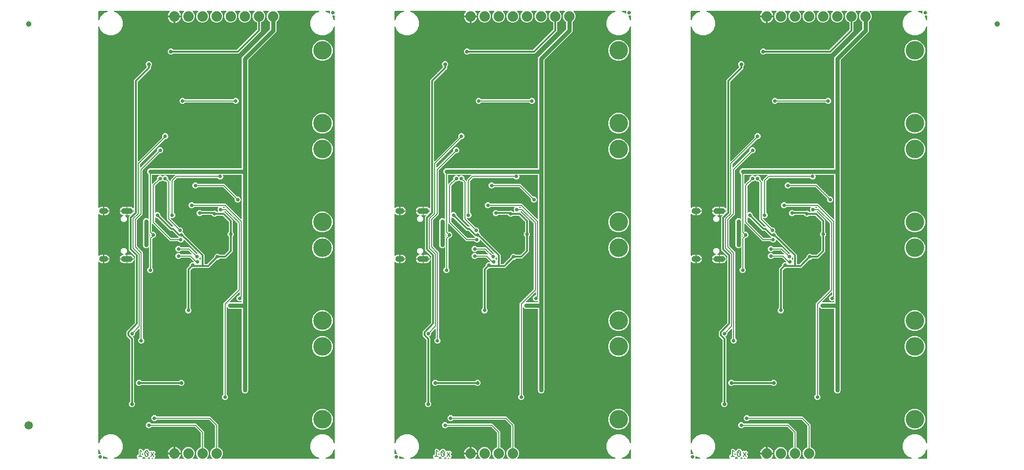
<source format=gbl>
G04 EAGLE Gerber RS-274X export*
G75*
%MOMM*%
%FSLAX34Y34*%
%LPD*%
%INBottom Copper*%
%IPPOS*%
%AMOC8*
5,1,8,0,0,1.08239X$1,22.5*%
G01*
%ADD10C,0.203200*%
%ADD11C,1.879600*%
%ADD12C,0.635000*%
%ADD13C,0.755600*%
%ADD14C,3.327400*%
%ADD15C,1.000000*%
%ADD16C,1.500000*%
%ADD17C,0.660400*%
%ADD18C,0.304800*%
%ADD19C,0.705600*%
%ADD20C,0.177800*%
%ADD21C,0.762000*%

G36*
X607013Y3060D02*
X607013Y3060D01*
X607085Y3062D01*
X607134Y3080D01*
X607185Y3088D01*
X607249Y3122D01*
X607316Y3147D01*
X607357Y3179D01*
X607403Y3204D01*
X607452Y3256D01*
X607508Y3300D01*
X607536Y3344D01*
X607572Y3382D01*
X607602Y3447D01*
X607641Y3507D01*
X607654Y3558D01*
X607676Y3605D01*
X607683Y3676D01*
X607701Y3746D01*
X607697Y3798D01*
X607703Y3849D01*
X607687Y3920D01*
X607682Y3991D01*
X607661Y4039D01*
X607650Y4090D01*
X607614Y4151D01*
X607586Y4217D01*
X607541Y4273D01*
X607524Y4301D01*
X607506Y4316D01*
X607481Y4348D01*
X605726Y6103D01*
X605726Y8629D01*
X607512Y10415D01*
X607928Y10415D01*
X607948Y10418D01*
X607967Y10416D01*
X608069Y10438D01*
X608171Y10454D01*
X608188Y10464D01*
X608208Y10468D01*
X608297Y10521D01*
X608388Y10570D01*
X608402Y10584D01*
X608419Y10594D01*
X608486Y10673D01*
X608557Y10748D01*
X608566Y10766D01*
X608579Y10781D01*
X608618Y10877D01*
X608661Y10971D01*
X608663Y10991D01*
X608671Y11009D01*
X608689Y11176D01*
X608689Y17823D01*
X608684Y17851D01*
X608684Y17907D01*
X608567Y18962D01*
X608579Y18976D01*
X608607Y19045D01*
X608643Y19109D01*
X608652Y19158D01*
X608671Y19204D01*
X608680Y19288D01*
X609433Y20041D01*
X609450Y20064D01*
X609489Y20103D01*
X610152Y20932D01*
X610170Y20934D01*
X610238Y20963D01*
X610310Y20983D01*
X610351Y21011D01*
X610396Y21030D01*
X610462Y21083D01*
X611527Y21083D01*
X611555Y21087D01*
X611611Y21087D01*
X612666Y21205D01*
X612679Y21193D01*
X612748Y21165D01*
X612813Y21129D01*
X612862Y21120D01*
X612908Y21101D01*
X612992Y21092D01*
X613745Y20339D01*
X613768Y20322D01*
X613807Y20283D01*
X617155Y17605D01*
X617179Y17591D01*
X617199Y17572D01*
X617285Y17531D01*
X617369Y17484D01*
X617396Y17479D01*
X617421Y17467D01*
X617517Y17456D01*
X617611Y17438D01*
X617638Y17442D01*
X617665Y17439D01*
X617759Y17459D01*
X617855Y17472D01*
X617879Y17484D01*
X617906Y17490D01*
X617989Y17538D01*
X618075Y17581D01*
X618094Y17600D01*
X618118Y17614D01*
X618181Y17687D01*
X618249Y17755D01*
X618261Y17780D01*
X618279Y17800D01*
X618350Y17952D01*
X618754Y19130D01*
X621488Y21083D01*
X624848Y21083D01*
X627581Y19130D01*
X628050Y17763D01*
X628064Y17736D01*
X628086Y17677D01*
X628268Y17302D01*
X628309Y17244D01*
X628342Y17181D01*
X628380Y17145D01*
X628410Y17102D01*
X628468Y17060D01*
X628519Y17010D01*
X628566Y16988D01*
X628609Y16957D01*
X628677Y16935D01*
X628741Y16905D01*
X628793Y16898D01*
X628844Y16882D01*
X628914Y16884D01*
X628985Y16875D01*
X629037Y16886D01*
X629090Y16887D01*
X629156Y16911D01*
X629226Y16925D01*
X629291Y16959D01*
X629321Y16970D01*
X629339Y16984D01*
X629375Y17002D01*
X630444Y17715D01*
X632969Y17210D01*
X632989Y17188D01*
X633030Y17166D01*
X633066Y17136D01*
X633138Y17108D01*
X633205Y17071D01*
X633251Y17063D01*
X633295Y17046D01*
X633372Y17042D01*
X633448Y17029D01*
X633494Y17036D01*
X633541Y17034D01*
X633615Y17055D01*
X633691Y17067D01*
X633732Y17088D01*
X633777Y17101D01*
X633841Y17144D01*
X633909Y17180D01*
X633938Y17210D01*
X636466Y17715D01*
X638567Y16314D01*
X639063Y13838D01*
X637400Y11344D01*
X637352Y11239D01*
X637303Y11134D01*
X637302Y11127D01*
X637299Y11120D01*
X637287Y11005D01*
X637273Y10890D01*
X637275Y10883D01*
X637274Y10876D01*
X637300Y10763D01*
X637323Y10649D01*
X637327Y10641D01*
X637328Y10636D01*
X637339Y10619D01*
X637400Y10500D01*
X639063Y8006D01*
X638567Y5530D01*
X636938Y4443D01*
X636920Y4427D01*
X636900Y4416D01*
X636831Y4344D01*
X636758Y4276D01*
X636747Y4255D01*
X636730Y4238D01*
X636688Y4147D01*
X636641Y4059D01*
X636637Y4036D01*
X636627Y4015D01*
X636616Y3916D01*
X636599Y3817D01*
X636602Y3794D01*
X636600Y3771D01*
X636621Y3673D01*
X636636Y3574D01*
X636647Y3553D01*
X636652Y3530D01*
X636703Y3444D01*
X636749Y3355D01*
X636766Y3339D01*
X636778Y3319D01*
X636854Y3254D01*
X636926Y3184D01*
X636947Y3174D01*
X636965Y3159D01*
X637058Y3122D01*
X637148Y3079D01*
X637171Y3076D01*
X637193Y3067D01*
X637360Y3049D01*
X664030Y3049D01*
X664100Y3060D01*
X664172Y3062D01*
X664221Y3080D01*
X664272Y3088D01*
X664336Y3122D01*
X664403Y3147D01*
X664444Y3179D01*
X664490Y3204D01*
X664539Y3255D01*
X664595Y3300D01*
X664623Y3344D01*
X664659Y3382D01*
X664689Y3447D01*
X664728Y3507D01*
X664741Y3558D01*
X664763Y3605D01*
X664771Y3676D01*
X664788Y3746D01*
X664784Y3798D01*
X664790Y3849D01*
X664775Y3920D01*
X664769Y3991D01*
X664749Y4039D01*
X664738Y4090D01*
X664701Y4151D01*
X664673Y4217D01*
X664628Y4273D01*
X664611Y4301D01*
X664594Y4316D01*
X664568Y4348D01*
X663994Y4922D01*
X662889Y6443D01*
X662036Y8117D01*
X661455Y9904D01*
X661254Y11177D01*
X672338Y11177D01*
X672358Y11180D01*
X672377Y11178D01*
X672479Y11200D01*
X672581Y11217D01*
X672598Y11226D01*
X672618Y11230D01*
X672707Y11283D01*
X672798Y11332D01*
X672812Y11346D01*
X672829Y11356D01*
X672896Y11435D01*
X672967Y11510D01*
X672976Y11528D01*
X672989Y11543D01*
X673027Y11639D01*
X673071Y11733D01*
X673073Y11753D01*
X673081Y11771D01*
X673099Y11938D01*
X673099Y12701D01*
X673101Y12701D01*
X673101Y11938D01*
X673104Y11918D01*
X673102Y11899D01*
X673124Y11797D01*
X673141Y11695D01*
X673150Y11678D01*
X673154Y11658D01*
X673207Y11569D01*
X673256Y11478D01*
X673270Y11464D01*
X673280Y11447D01*
X673359Y11380D01*
X673434Y11309D01*
X673452Y11300D01*
X673467Y11287D01*
X673563Y11248D01*
X673657Y11205D01*
X673677Y11203D01*
X673695Y11195D01*
X673862Y11177D01*
X684946Y11177D01*
X684745Y9904D01*
X684164Y8117D01*
X683311Y6443D01*
X682206Y4922D01*
X681632Y4348D01*
X681590Y4290D01*
X681541Y4238D01*
X681519Y4191D01*
X681489Y4149D01*
X681468Y4080D01*
X681437Y4015D01*
X681432Y3963D01*
X681416Y3913D01*
X681418Y3842D01*
X681410Y3771D01*
X681421Y3720D01*
X681423Y3668D01*
X681447Y3600D01*
X681462Y3530D01*
X681489Y3485D01*
X681507Y3437D01*
X681552Y3381D01*
X681589Y3319D01*
X681628Y3285D01*
X681661Y3245D01*
X681721Y3206D01*
X681776Y3159D01*
X681824Y3140D01*
X681868Y3112D01*
X681937Y3094D01*
X682004Y3067D01*
X682075Y3059D01*
X682106Y3051D01*
X682130Y3053D01*
X682170Y3049D01*
X690148Y3049D01*
X690219Y3060D01*
X690290Y3062D01*
X690339Y3080D01*
X690391Y3088D01*
X690454Y3122D01*
X690521Y3147D01*
X690562Y3179D01*
X690608Y3204D01*
X690657Y3256D01*
X690713Y3300D01*
X690742Y3344D01*
X690777Y3382D01*
X690808Y3447D01*
X690846Y3507D01*
X690859Y3558D01*
X690881Y3605D01*
X690889Y3676D01*
X690907Y3746D01*
X690902Y3798D01*
X690908Y3849D01*
X690893Y3920D01*
X690887Y3991D01*
X690867Y4039D01*
X690856Y4090D01*
X690819Y4151D01*
X690791Y4217D01*
X690746Y4273D01*
X690730Y4301D01*
X690712Y4316D01*
X690686Y4348D01*
X688810Y6225D01*
X687069Y10426D01*
X687069Y14974D01*
X688810Y19175D01*
X692025Y22390D01*
X696226Y24131D01*
X700774Y24131D01*
X704975Y22390D01*
X708190Y19175D01*
X709931Y14974D01*
X709931Y10426D01*
X708190Y6225D01*
X706314Y4348D01*
X706272Y4290D01*
X706223Y4238D01*
X706201Y4191D01*
X706170Y4149D01*
X706149Y4080D01*
X706119Y4015D01*
X706113Y3963D01*
X706098Y3913D01*
X706100Y3842D01*
X706092Y3771D01*
X706103Y3720D01*
X706104Y3668D01*
X706129Y3600D01*
X706144Y3530D01*
X706171Y3485D01*
X706189Y3437D01*
X706234Y3381D01*
X706270Y3319D01*
X706310Y3285D01*
X706342Y3245D01*
X706403Y3206D01*
X706457Y3159D01*
X706505Y3140D01*
X706549Y3112D01*
X706619Y3094D01*
X706685Y3067D01*
X706757Y3059D01*
X706788Y3051D01*
X706811Y3053D01*
X706852Y3049D01*
X715548Y3049D01*
X715619Y3060D01*
X715690Y3062D01*
X715739Y3080D01*
X715791Y3088D01*
X715854Y3122D01*
X715921Y3147D01*
X715962Y3179D01*
X716008Y3204D01*
X716057Y3256D01*
X716113Y3300D01*
X716142Y3344D01*
X716177Y3382D01*
X716208Y3447D01*
X716246Y3507D01*
X716259Y3558D01*
X716281Y3605D01*
X716289Y3676D01*
X716307Y3746D01*
X716302Y3798D01*
X716308Y3849D01*
X716293Y3920D01*
X716287Y3991D01*
X716267Y4039D01*
X716256Y4090D01*
X716219Y4151D01*
X716191Y4217D01*
X716146Y4273D01*
X716130Y4301D01*
X716112Y4316D01*
X716086Y4348D01*
X714210Y6225D01*
X712469Y10426D01*
X712469Y14974D01*
X714210Y19175D01*
X717425Y22390D01*
X720508Y23668D01*
X720608Y23729D01*
X720615Y23734D01*
X720660Y23757D01*
X720666Y23764D01*
X720708Y23789D01*
X720712Y23794D01*
X720717Y23797D01*
X720792Y23887D01*
X720868Y23976D01*
X720870Y23982D01*
X720874Y23987D01*
X720916Y24095D01*
X720960Y24204D01*
X720961Y24212D01*
X720962Y24216D01*
X720963Y24235D01*
X720978Y24371D01*
X720978Y49274D01*
X720964Y49365D01*
X720956Y49455D01*
X720944Y49485D01*
X720939Y49517D01*
X720896Y49598D01*
X720860Y49682D01*
X720834Y49714D01*
X720823Y49735D01*
X720800Y49757D01*
X720755Y49813D01*
X710213Y60355D01*
X710139Y60408D01*
X710069Y60468D01*
X710039Y60480D01*
X710013Y60499D01*
X709926Y60526D01*
X709841Y60560D01*
X709800Y60564D01*
X709778Y60571D01*
X709746Y60570D01*
X709674Y60578D01*
X632238Y60578D01*
X632148Y60564D01*
X632057Y60556D01*
X632027Y60544D01*
X631995Y60539D01*
X631915Y60496D01*
X631831Y60460D01*
X631799Y60434D01*
X631778Y60423D01*
X631756Y60400D01*
X631700Y60355D01*
X630322Y58977D01*
X628361Y58165D01*
X626239Y58165D01*
X624278Y58977D01*
X622777Y60478D01*
X621965Y62439D01*
X621965Y64561D01*
X622777Y66522D01*
X624278Y68023D01*
X626239Y68835D01*
X628361Y68835D01*
X630322Y68023D01*
X631700Y66645D01*
X631774Y66592D01*
X631843Y66532D01*
X631873Y66520D01*
X631900Y66501D01*
X631986Y66474D01*
X632071Y66440D01*
X632112Y66436D01*
X632135Y66429D01*
X632167Y66430D01*
X632238Y66422D01*
X712410Y66422D01*
X726822Y52010D01*
X726822Y24371D01*
X726841Y24256D01*
X726858Y24140D01*
X726860Y24134D01*
X726861Y24128D01*
X726916Y24026D01*
X726969Y23921D01*
X726974Y23916D01*
X726977Y23911D01*
X727061Y23831D01*
X727145Y23749D01*
X727151Y23745D01*
X727155Y23741D01*
X727172Y23734D01*
X727199Y23719D01*
X727206Y23713D01*
X727220Y23707D01*
X727292Y23668D01*
X730375Y22390D01*
X733590Y19175D01*
X735331Y14974D01*
X735331Y10426D01*
X733590Y6225D01*
X731714Y4348D01*
X731672Y4290D01*
X731623Y4238D01*
X731601Y4191D01*
X731570Y4149D01*
X731549Y4080D01*
X731519Y4015D01*
X731513Y3963D01*
X731498Y3913D01*
X731500Y3842D01*
X731492Y3771D01*
X731503Y3720D01*
X731504Y3668D01*
X731529Y3600D01*
X731544Y3530D01*
X731571Y3485D01*
X731589Y3437D01*
X731634Y3381D01*
X731670Y3319D01*
X731710Y3285D01*
X731742Y3245D01*
X731803Y3206D01*
X731857Y3159D01*
X731905Y3140D01*
X731949Y3112D01*
X732019Y3094D01*
X732085Y3067D01*
X732157Y3059D01*
X732188Y3051D01*
X732211Y3053D01*
X732252Y3049D01*
X740948Y3049D01*
X741019Y3060D01*
X741090Y3062D01*
X741139Y3080D01*
X741191Y3088D01*
X741254Y3122D01*
X741321Y3147D01*
X741362Y3179D01*
X741408Y3204D01*
X741457Y3256D01*
X741513Y3300D01*
X741542Y3344D01*
X741577Y3382D01*
X741608Y3447D01*
X741646Y3507D01*
X741659Y3558D01*
X741681Y3605D01*
X741689Y3676D01*
X741707Y3746D01*
X741702Y3798D01*
X741708Y3849D01*
X741693Y3920D01*
X741687Y3991D01*
X741667Y4039D01*
X741656Y4090D01*
X741619Y4151D01*
X741591Y4217D01*
X741546Y4273D01*
X741530Y4301D01*
X741512Y4316D01*
X741486Y4348D01*
X739610Y6225D01*
X737869Y10426D01*
X737869Y14974D01*
X739610Y19175D01*
X742825Y22390D01*
X745908Y23668D01*
X746008Y23729D01*
X746015Y23734D01*
X746060Y23757D01*
X746066Y23764D01*
X746108Y23789D01*
X746112Y23794D01*
X746117Y23797D01*
X746192Y23887D01*
X746268Y23976D01*
X746270Y23982D01*
X746274Y23987D01*
X746316Y24095D01*
X746360Y24204D01*
X746361Y24212D01*
X746362Y24216D01*
X746363Y24235D01*
X746378Y24371D01*
X746378Y61974D01*
X746364Y62065D01*
X746356Y62155D01*
X746344Y62185D01*
X746339Y62217D01*
X746296Y62298D01*
X746260Y62382D01*
X746234Y62414D01*
X746223Y62435D01*
X746200Y62457D01*
X746155Y62513D01*
X735613Y73055D01*
X735539Y73108D01*
X735469Y73168D01*
X735439Y73180D01*
X735413Y73199D01*
X735326Y73226D01*
X735241Y73260D01*
X735200Y73264D01*
X735178Y73271D01*
X735146Y73270D01*
X735074Y73278D01*
X642238Y73278D01*
X642148Y73264D01*
X642057Y73256D01*
X642027Y73244D01*
X641995Y73239D01*
X641915Y73196D01*
X641831Y73160D01*
X641799Y73134D01*
X641778Y73123D01*
X641756Y73100D01*
X641700Y73055D01*
X640322Y71677D01*
X638361Y70865D01*
X636239Y70865D01*
X634278Y71677D01*
X632777Y73178D01*
X631965Y75139D01*
X631965Y77261D01*
X632777Y79222D01*
X634278Y80723D01*
X636239Y81535D01*
X638361Y81535D01*
X640322Y80723D01*
X641700Y79345D01*
X641774Y79292D01*
X641843Y79232D01*
X641873Y79220D01*
X641900Y79201D01*
X641986Y79174D01*
X642071Y79140D01*
X642112Y79136D01*
X642135Y79129D01*
X642167Y79130D01*
X642238Y79122D01*
X737810Y79122D01*
X752222Y64710D01*
X752222Y24371D01*
X752241Y24256D01*
X752258Y24140D01*
X752260Y24134D01*
X752261Y24128D01*
X752316Y24026D01*
X752369Y23921D01*
X752374Y23916D01*
X752377Y23911D01*
X752461Y23831D01*
X752545Y23749D01*
X752551Y23745D01*
X752555Y23741D01*
X752572Y23734D01*
X752599Y23719D01*
X752606Y23713D01*
X752620Y23707D01*
X752692Y23668D01*
X755775Y22390D01*
X758990Y19175D01*
X760731Y14974D01*
X760731Y10426D01*
X758990Y6225D01*
X757114Y4348D01*
X757072Y4290D01*
X757023Y4238D01*
X757001Y4191D01*
X756970Y4149D01*
X756949Y4080D01*
X756919Y4015D01*
X756913Y3963D01*
X756898Y3913D01*
X756900Y3842D01*
X756892Y3771D01*
X756903Y3720D01*
X756904Y3668D01*
X756929Y3600D01*
X756944Y3530D01*
X756971Y3485D01*
X756989Y3437D01*
X757034Y3381D01*
X757070Y3319D01*
X757110Y3285D01*
X757142Y3245D01*
X757203Y3206D01*
X757257Y3159D01*
X757305Y3140D01*
X757349Y3112D01*
X757419Y3094D01*
X757485Y3067D01*
X757557Y3059D01*
X757588Y3051D01*
X757611Y3053D01*
X757652Y3049D01*
X933514Y3049D01*
X933610Y3064D01*
X933707Y3074D01*
X933731Y3084D01*
X933757Y3088D01*
X933843Y3134D01*
X933932Y3174D01*
X933951Y3191D01*
X933975Y3204D01*
X934041Y3274D01*
X934113Y3340D01*
X934126Y3363D01*
X934144Y3382D01*
X934185Y3470D01*
X934232Y3556D01*
X934237Y3581D01*
X934248Y3605D01*
X934258Y3702D01*
X934276Y3798D01*
X934272Y3824D01*
X934275Y3849D01*
X934254Y3945D01*
X934240Y4041D01*
X934228Y4064D01*
X934222Y4090D01*
X934172Y4173D01*
X934128Y4260D01*
X934110Y4279D01*
X934096Y4301D01*
X934022Y4364D01*
X933953Y4432D01*
X933924Y4448D01*
X933909Y4461D01*
X933879Y4473D01*
X933806Y4513D01*
X927570Y7096D01*
X921496Y13170D01*
X918209Y21105D01*
X918209Y29695D01*
X921496Y37630D01*
X927570Y43704D01*
X935505Y46991D01*
X944095Y46991D01*
X952030Y43704D01*
X958104Y37630D01*
X960687Y31394D01*
X960738Y31311D01*
X960784Y31225D01*
X960803Y31207D01*
X960816Y31185D01*
X960891Y31123D01*
X960962Y31056D01*
X960986Y31045D01*
X961006Y31028D01*
X961097Y30993D01*
X961185Y30952D01*
X961211Y30950D01*
X961235Y30940D01*
X961333Y30936D01*
X961429Y30925D01*
X961455Y30931D01*
X961481Y30930D01*
X961575Y30957D01*
X961670Y30978D01*
X961692Y30991D01*
X961717Y30998D01*
X961797Y31054D01*
X961881Y31104D01*
X961898Y31124D01*
X961919Y31139D01*
X961978Y31217D01*
X962041Y31291D01*
X962051Y31315D01*
X962066Y31336D01*
X962096Y31428D01*
X962133Y31519D01*
X962136Y31551D01*
X962142Y31570D01*
X962142Y31603D01*
X962151Y31686D01*
X962151Y781114D01*
X962136Y781210D01*
X962126Y781307D01*
X962116Y781331D01*
X962112Y781357D01*
X962066Y781443D01*
X962026Y781532D01*
X962009Y781551D01*
X961996Y781575D01*
X961926Y781641D01*
X961860Y781713D01*
X961837Y781726D01*
X961818Y781744D01*
X961730Y781785D01*
X961644Y781832D01*
X961619Y781837D01*
X961595Y781848D01*
X961498Y781858D01*
X961402Y781876D01*
X961376Y781872D01*
X961351Y781875D01*
X961255Y781854D01*
X961159Y781840D01*
X961136Y781828D01*
X961110Y781822D01*
X961027Y781772D01*
X960940Y781728D01*
X960921Y781710D01*
X960899Y781696D01*
X960836Y781622D01*
X960768Y781553D01*
X960752Y781524D01*
X960739Y781509D01*
X960727Y781479D01*
X960687Y781406D01*
X958104Y775170D01*
X952030Y769096D01*
X944095Y765809D01*
X935505Y765809D01*
X927570Y769096D01*
X921496Y775170D01*
X918209Y783105D01*
X918209Y791695D01*
X921496Y799630D01*
X927570Y805704D01*
X933806Y808287D01*
X933889Y808338D01*
X933975Y808384D01*
X933993Y808403D01*
X934015Y808416D01*
X934077Y808491D01*
X934144Y808562D01*
X934155Y808586D01*
X934172Y808606D01*
X934206Y808697D01*
X934248Y808785D01*
X934250Y808811D01*
X934260Y808835D01*
X934264Y808933D01*
X934275Y809029D01*
X934269Y809055D01*
X934270Y809081D01*
X934243Y809175D01*
X934222Y809270D01*
X934209Y809292D01*
X934202Y809317D01*
X934146Y809397D01*
X934096Y809481D01*
X934076Y809498D01*
X934061Y809519D01*
X933983Y809578D01*
X933909Y809641D01*
X933885Y809651D01*
X933864Y809666D01*
X933772Y809696D01*
X933681Y809733D01*
X933649Y809736D01*
X933630Y809742D01*
X933597Y809742D01*
X933514Y809751D01*
X859252Y809751D01*
X859181Y809740D01*
X859110Y809738D01*
X859061Y809720D01*
X859009Y809712D01*
X858946Y809678D01*
X858879Y809653D01*
X858838Y809621D01*
X858792Y809596D01*
X858743Y809544D01*
X858687Y809500D01*
X858658Y809456D01*
X858623Y809418D01*
X858592Y809353D01*
X858554Y809293D01*
X858541Y809242D01*
X858519Y809195D01*
X858511Y809124D01*
X858493Y809054D01*
X858498Y809002D01*
X858492Y808951D01*
X858507Y808880D01*
X858513Y808809D01*
X858533Y808761D01*
X858544Y808710D01*
X858581Y808649D01*
X858609Y808583D01*
X858654Y808527D01*
X858670Y808499D01*
X858688Y808484D01*
X858714Y808452D01*
X860590Y806575D01*
X862331Y802374D01*
X862331Y797826D01*
X860590Y793625D01*
X857375Y790409D01*
X857213Y790342D01*
X857114Y790281D01*
X857013Y790221D01*
X857009Y790216D01*
X857004Y790213D01*
X856929Y790123D01*
X856853Y790034D01*
X856851Y790028D01*
X856847Y790023D01*
X856805Y789915D01*
X856761Y789806D01*
X856760Y789798D01*
X856759Y789794D01*
X856758Y789775D01*
X856743Y789639D01*
X856743Y773538D01*
X855853Y771390D01*
X806166Y721703D01*
X806113Y721629D01*
X806053Y721559D01*
X806041Y721529D01*
X806022Y721503D01*
X805995Y721416D01*
X805961Y721331D01*
X805957Y721290D01*
X805950Y721268D01*
X805951Y721236D01*
X805943Y721165D01*
X805943Y125838D01*
X805053Y123690D01*
X803410Y122047D01*
X801262Y121157D01*
X798938Y121157D01*
X796790Y122047D01*
X795147Y123690D01*
X794257Y125838D01*
X794257Y272796D01*
X794254Y272816D01*
X794256Y272835D01*
X794234Y272937D01*
X794218Y273039D01*
X794208Y273056D01*
X794204Y273076D01*
X794151Y273165D01*
X794102Y273256D01*
X794088Y273270D01*
X794078Y273287D01*
X793999Y273354D01*
X793924Y273426D01*
X793906Y273434D01*
X793891Y273447D01*
X793795Y273486D01*
X793701Y273529D01*
X793681Y273531D01*
X793663Y273539D01*
X793496Y273557D01*
X772268Y273557D01*
X770120Y274447D01*
X768761Y275806D01*
X768703Y275848D01*
X768651Y275897D01*
X768604Y275919D01*
X768562Y275949D01*
X768493Y275971D01*
X768428Y276001D01*
X768376Y276006D01*
X768326Y276022D01*
X768255Y276020D01*
X768184Y276028D01*
X768133Y276017D01*
X768081Y276015D01*
X768013Y275991D01*
X767943Y275976D01*
X767898Y275949D01*
X767850Y275931D01*
X767794Y275886D01*
X767732Y275849D01*
X767698Y275810D01*
X767658Y275777D01*
X767619Y275717D01*
X767572Y275662D01*
X767553Y275614D01*
X767525Y275570D01*
X767507Y275501D01*
X767480Y275434D01*
X767472Y275363D01*
X767464Y275332D01*
X767466Y275309D01*
X767462Y275268D01*
X767462Y119238D01*
X767476Y119148D01*
X767484Y119057D01*
X767496Y119027D01*
X767501Y118995D01*
X767544Y118915D01*
X767580Y118831D01*
X767606Y118798D01*
X767617Y118778D01*
X767640Y118756D01*
X767685Y118700D01*
X769063Y117322D01*
X769875Y115361D01*
X769875Y113239D01*
X769063Y111278D01*
X767562Y109777D01*
X765601Y108965D01*
X763479Y108965D01*
X761518Y109777D01*
X760017Y111278D01*
X759205Y113239D01*
X759205Y115361D01*
X760017Y117322D01*
X761395Y118700D01*
X761448Y118774D01*
X761508Y118843D01*
X761520Y118873D01*
X761539Y118899D01*
X761566Y118986D01*
X761600Y119071D01*
X761604Y119112D01*
X761611Y119135D01*
X761610Y119167D01*
X761618Y119238D01*
X761618Y283150D01*
X786922Y308454D01*
X786975Y308528D01*
X787035Y308598D01*
X787047Y308628D01*
X787066Y308654D01*
X787093Y308741D01*
X787127Y308826D01*
X787131Y308867D01*
X787138Y308889D01*
X787137Y308921D01*
X787145Y308993D01*
X787145Y426464D01*
X787131Y426555D01*
X787123Y426645D01*
X787111Y426675D01*
X787106Y426707D01*
X787063Y426788D01*
X787027Y426872D01*
X787001Y426904D01*
X786990Y426925D01*
X786967Y426947D01*
X786922Y427003D01*
X764950Y448975D01*
X764876Y449028D01*
X764806Y449088D01*
X764776Y449100D01*
X764750Y449119D01*
X764663Y449146D01*
X764578Y449180D01*
X764537Y449184D01*
X764515Y449191D01*
X764483Y449190D01*
X764411Y449198D01*
X764170Y449198D01*
X764099Y449187D01*
X764027Y449185D01*
X763978Y449167D01*
X763927Y449159D01*
X763863Y449125D01*
X763796Y449100D01*
X763755Y449068D01*
X763709Y449043D01*
X763660Y448991D01*
X763604Y448947D01*
X763576Y448903D01*
X763540Y448865D01*
X763510Y448800D01*
X763471Y448740D01*
X763458Y448689D01*
X763436Y448642D01*
X763428Y448571D01*
X763411Y448501D01*
X763415Y448449D01*
X763409Y448398D01*
X763425Y448327D01*
X763430Y448256D01*
X763450Y448208D01*
X763462Y448157D01*
X763498Y448096D01*
X763526Y448030D01*
X763571Y447974D01*
X763588Y447946D01*
X763606Y447931D01*
X763631Y447899D01*
X765780Y445750D01*
X778257Y433273D01*
X778257Y411973D01*
X778271Y411883D01*
X778279Y411792D01*
X778291Y411762D01*
X778296Y411730D01*
X778339Y411650D01*
X778375Y411566D01*
X778401Y411534D01*
X778412Y411513D01*
X778435Y411491D01*
X778480Y411435D01*
X779223Y410692D01*
X780035Y408731D01*
X780035Y406609D01*
X779223Y404648D01*
X778480Y403905D01*
X778427Y403831D01*
X778367Y403762D01*
X778355Y403732D01*
X778336Y403705D01*
X778309Y403619D01*
X778275Y403534D01*
X778271Y403493D01*
X778264Y403470D01*
X778265Y403438D01*
X778257Y403367D01*
X778257Y375717D01*
X766013Y363473D01*
X754873Y363473D01*
X754783Y363459D01*
X754692Y363451D01*
X754662Y363439D01*
X754630Y363434D01*
X754550Y363391D01*
X754466Y363355D01*
X754434Y363329D01*
X754413Y363318D01*
X754391Y363295D01*
X754335Y363250D01*
X753592Y362507D01*
X751631Y361695D01*
X750581Y361695D01*
X750490Y361681D01*
X750400Y361673D01*
X750370Y361661D01*
X750338Y361656D01*
X750257Y361613D01*
X750173Y361577D01*
X750141Y361551D01*
X750120Y361540D01*
X750098Y361517D01*
X750042Y361472D01*
X735533Y346963D01*
X708559Y346963D01*
X708494Y346953D01*
X708429Y346952D01*
X708349Y346929D01*
X708316Y346924D01*
X708299Y346914D01*
X708268Y346905D01*
X707181Y346455D01*
X706131Y346455D01*
X706040Y346441D01*
X705950Y346433D01*
X705920Y346421D01*
X705888Y346416D01*
X705807Y346373D01*
X705723Y346337D01*
X705691Y346311D01*
X705670Y346300D01*
X705648Y346277D01*
X705592Y346232D01*
X702280Y342920D01*
X702227Y342846D01*
X702167Y342776D01*
X702155Y342746D01*
X702136Y342720D01*
X702109Y342633D01*
X702075Y342548D01*
X702071Y342507D01*
X702064Y342485D01*
X702065Y342453D01*
X702057Y342381D01*
X702057Y274813D01*
X702060Y274794D01*
X702058Y274775D01*
X702073Y274706D01*
X702079Y274632D01*
X702091Y274602D01*
X702096Y274570D01*
X702106Y274551D01*
X702110Y274535D01*
X702144Y274478D01*
X702175Y274406D01*
X702201Y274374D01*
X702212Y274353D01*
X702229Y274337D01*
X702236Y274324D01*
X702249Y274313D01*
X702280Y274275D01*
X703023Y273532D01*
X703835Y271571D01*
X703835Y269449D01*
X703023Y267488D01*
X701522Y265987D01*
X699561Y265175D01*
X697439Y265175D01*
X695478Y265987D01*
X693977Y267488D01*
X693165Y269449D01*
X693165Y271571D01*
X693977Y273532D01*
X694720Y274275D01*
X694768Y274341D01*
X694812Y274387D01*
X694818Y274401D01*
X694833Y274418D01*
X694845Y274448D01*
X694864Y274475D01*
X694887Y274549D01*
X694915Y274610D01*
X694917Y274627D01*
X694925Y274646D01*
X694929Y274687D01*
X694936Y274710D01*
X694935Y274742D01*
X694943Y274813D01*
X694943Y345643D01*
X700562Y351262D01*
X700615Y351336D01*
X700675Y351406D01*
X700687Y351436D01*
X700706Y351462D01*
X700733Y351549D01*
X700767Y351634D01*
X700771Y351675D01*
X700778Y351697D01*
X700777Y351729D01*
X700785Y351801D01*
X700785Y352851D01*
X701597Y354812D01*
X703098Y356313D01*
X705059Y357125D01*
X707181Y357125D01*
X707353Y357053D01*
X707448Y357031D01*
X707541Y357002D01*
X707568Y357003D01*
X707593Y356997D01*
X707690Y357006D01*
X707787Y357009D01*
X707812Y357018D01*
X707838Y357020D01*
X707927Y357060D01*
X708018Y357093D01*
X708039Y357110D01*
X708063Y357120D01*
X708134Y357186D01*
X708210Y357247D01*
X708224Y357269D01*
X708244Y357287D01*
X708291Y357372D01*
X708343Y357454D01*
X708350Y357479D01*
X708362Y357502D01*
X708380Y357598D01*
X708403Y357692D01*
X708401Y357718D01*
X708406Y357744D01*
X708392Y357841D01*
X708384Y357938D01*
X708374Y357962D01*
X708370Y357988D01*
X708326Y358075D01*
X708288Y358164D01*
X708268Y358189D01*
X708259Y358207D01*
X708235Y358230D01*
X708183Y358295D01*
X701323Y365155D01*
X701249Y365208D01*
X701179Y365268D01*
X701149Y365280D01*
X701123Y365299D01*
X701036Y365326D01*
X700951Y365360D01*
X700910Y365364D01*
X700888Y365371D01*
X700856Y365370D01*
X700784Y365378D01*
X685658Y365378D01*
X685568Y365364D01*
X685477Y365356D01*
X685447Y365344D01*
X685415Y365339D01*
X685335Y365296D01*
X685251Y365260D01*
X685219Y365234D01*
X685198Y365223D01*
X685176Y365200D01*
X685120Y365155D01*
X683742Y363777D01*
X681781Y362965D01*
X679659Y362965D01*
X677698Y363777D01*
X676197Y365278D01*
X675385Y367239D01*
X675385Y369361D01*
X676197Y371322D01*
X677698Y372823D01*
X679659Y373635D01*
X681781Y373635D01*
X683742Y372823D01*
X685120Y371445D01*
X685194Y371392D01*
X685263Y371332D01*
X685293Y371320D01*
X685320Y371301D01*
X685406Y371274D01*
X685491Y371240D01*
X685532Y371236D01*
X685555Y371229D01*
X685587Y371230D01*
X685658Y371222D01*
X703579Y371222D01*
X703649Y371233D01*
X703721Y371235D01*
X703770Y371253D01*
X703821Y371261D01*
X703885Y371295D01*
X703952Y371320D01*
X703993Y371352D01*
X704039Y371377D01*
X704088Y371429D01*
X704144Y371473D01*
X704172Y371517D01*
X704208Y371555D01*
X704238Y371620D01*
X704277Y371680D01*
X704290Y371731D01*
X704312Y371778D01*
X704320Y371849D01*
X704337Y371919D01*
X704333Y371971D01*
X704339Y372022D01*
X704323Y372093D01*
X704318Y372164D01*
X704298Y372212D01*
X704286Y372263D01*
X704250Y372324D01*
X704222Y372390D01*
X704177Y372446D01*
X704160Y372474D01*
X704143Y372489D01*
X704117Y372521D01*
X698783Y377855D01*
X698709Y377908D01*
X698639Y377968D01*
X698609Y377980D01*
X698583Y377999D01*
X698496Y378026D01*
X698411Y378060D01*
X698370Y378064D01*
X698348Y378071D01*
X698316Y378070D01*
X698244Y378078D01*
X685658Y378078D01*
X685568Y378064D01*
X685477Y378056D01*
X685447Y378044D01*
X685415Y378039D01*
X685335Y377996D01*
X685251Y377960D01*
X685219Y377934D01*
X685198Y377923D01*
X685176Y377900D01*
X685120Y377855D01*
X683742Y376477D01*
X681781Y375665D01*
X679659Y375665D01*
X677698Y376477D01*
X676197Y377978D01*
X675385Y379939D01*
X675385Y382061D01*
X676197Y384022D01*
X677698Y385523D01*
X679659Y386335D01*
X681781Y386335D01*
X683742Y385523D01*
X685120Y384145D01*
X685194Y384092D01*
X685263Y384032D01*
X685293Y384020D01*
X685320Y384001D01*
X685406Y383974D01*
X685491Y383940D01*
X685532Y383936D01*
X685555Y383929D01*
X685587Y383930D01*
X685658Y383922D01*
X700980Y383922D01*
X712314Y372588D01*
X712388Y372535D01*
X712458Y372475D01*
X712488Y372463D01*
X712514Y372444D01*
X712601Y372417D01*
X712686Y372383D01*
X712727Y372379D01*
X712749Y372372D01*
X712781Y372373D01*
X712853Y372365D01*
X714237Y372365D01*
X714308Y372376D01*
X714380Y372378D01*
X714429Y372396D01*
X714480Y372404D01*
X714543Y372438D01*
X714611Y372463D01*
X714652Y372495D01*
X714698Y372520D01*
X714747Y372571D01*
X714803Y372616D01*
X714831Y372660D01*
X714867Y372698D01*
X714897Y372763D01*
X714936Y372823D01*
X714949Y372874D01*
X714971Y372921D01*
X714979Y372992D01*
X714996Y373062D01*
X714992Y373114D01*
X714998Y373165D01*
X714982Y373236D01*
X714977Y373307D01*
X714957Y373355D01*
X714945Y373406D01*
X714909Y373467D01*
X714881Y373533D01*
X714836Y373589D01*
X714819Y373617D01*
X714801Y373632D01*
X714776Y373664D01*
X691144Y397296D01*
X691107Y397322D01*
X691076Y397356D01*
X691008Y397394D01*
X690945Y397439D01*
X690901Y397453D01*
X690861Y397475D01*
X690784Y397489D01*
X690710Y397512D01*
X690664Y397510D01*
X690618Y397519D01*
X690541Y397507D01*
X690464Y397505D01*
X690421Y397489D01*
X690375Y397483D01*
X690306Y397448D01*
X690233Y397421D01*
X690197Y397392D01*
X690156Y397371D01*
X690101Y397316D01*
X690041Y397267D01*
X690016Y397228D01*
X689984Y397196D01*
X689918Y397076D01*
X689908Y397060D01*
X689906Y397055D01*
X689903Y397049D01*
X689053Y394996D01*
X687552Y393495D01*
X685591Y392683D01*
X683469Y392683D01*
X681508Y393495D01*
X680130Y394873D01*
X680056Y394926D01*
X679987Y394986D01*
X679957Y394998D01*
X679930Y395017D01*
X679844Y395044D01*
X679759Y395078D01*
X679718Y395082D01*
X679695Y395089D01*
X679663Y395088D01*
X679592Y395096D01*
X665480Y395096D01*
X634141Y426435D01*
X634083Y426477D01*
X634031Y426527D01*
X633984Y426549D01*
X633942Y426579D01*
X633873Y426600D01*
X633808Y426630D01*
X633756Y426636D01*
X633706Y426651D01*
X633635Y426649D01*
X633564Y426657D01*
X633513Y426646D01*
X633461Y426645D01*
X633393Y426620D01*
X633323Y426605D01*
X633278Y426578D01*
X633230Y426560D01*
X633174Y426516D01*
X633112Y426479D01*
X633078Y426439D01*
X633038Y426407D01*
X632999Y426346D01*
X632952Y426292D01*
X632933Y426244D01*
X632905Y426200D01*
X632887Y426130D01*
X632860Y426064D01*
X632852Y425992D01*
X632844Y425961D01*
X632846Y425938D01*
X632842Y425897D01*
X632842Y413006D01*
X632856Y412915D01*
X632864Y412825D01*
X632876Y412795D01*
X632881Y412763D01*
X632924Y412682D01*
X632960Y412598D01*
X632986Y412566D01*
X632997Y412545D01*
X633020Y412523D01*
X633065Y412467D01*
X633574Y411958D01*
X633648Y411905D01*
X633718Y411845D01*
X633748Y411833D01*
X633774Y411814D01*
X633861Y411787D01*
X633946Y411753D01*
X633987Y411749D01*
X634009Y411742D01*
X634041Y411743D01*
X634113Y411735D01*
X636061Y411735D01*
X638022Y410923D01*
X639523Y409422D01*
X640335Y407461D01*
X640335Y405339D01*
X639523Y403378D01*
X638022Y401877D01*
X636061Y401065D01*
X635831Y401065D01*
X635741Y401051D01*
X635650Y401043D01*
X635620Y401031D01*
X635588Y401026D01*
X635508Y400983D01*
X635424Y400947D01*
X635392Y400921D01*
X635371Y400910D01*
X635349Y400887D01*
X635293Y400842D01*
X633446Y398995D01*
X633393Y398921D01*
X633333Y398852D01*
X633321Y398822D01*
X633302Y398795D01*
X633275Y398709D01*
X633241Y398624D01*
X633237Y398583D01*
X633230Y398560D01*
X633231Y398528D01*
X633223Y398457D01*
X633223Y347457D01*
X633237Y347367D01*
X633245Y347276D01*
X633257Y347246D01*
X633262Y347214D01*
X633305Y347134D01*
X633341Y347050D01*
X633367Y347018D01*
X633378Y346997D01*
X633401Y346975D01*
X633446Y346919D01*
X634443Y345922D01*
X635255Y343961D01*
X635255Y341839D01*
X634443Y339878D01*
X632942Y338377D01*
X630981Y337565D01*
X628859Y337565D01*
X626898Y338377D01*
X625397Y339878D01*
X624585Y341839D01*
X624585Y343961D01*
X625397Y345922D01*
X626898Y347423D01*
X626909Y347427D01*
X627009Y347489D01*
X627109Y347549D01*
X627113Y347553D01*
X627118Y347557D01*
X627193Y347647D01*
X627269Y347736D01*
X627271Y347741D01*
X627275Y347746D01*
X627317Y347855D01*
X627361Y347964D01*
X627362Y347971D01*
X627363Y347976D01*
X627364Y347994D01*
X627379Y348131D01*
X627379Y383599D01*
X627368Y383669D01*
X627366Y383741D01*
X627348Y383790D01*
X627340Y383841D01*
X627306Y383905D01*
X627281Y383972D01*
X627249Y384013D01*
X627224Y384059D01*
X627172Y384108D01*
X627128Y384164D01*
X627084Y384192D01*
X627046Y384228D01*
X626981Y384258D01*
X626921Y384297D01*
X626870Y384310D01*
X626823Y384332D01*
X626752Y384340D01*
X626682Y384357D01*
X626630Y384353D01*
X626579Y384359D01*
X626508Y384344D01*
X626437Y384338D01*
X626389Y384318D01*
X626338Y384307D01*
X626277Y384270D01*
X626211Y384242D01*
X626155Y384197D01*
X626127Y384180D01*
X626112Y384163D01*
X626080Y384137D01*
X625610Y383667D01*
X623462Y382777D01*
X621138Y382777D01*
X618990Y383667D01*
X617347Y385310D01*
X616457Y387458D01*
X616457Y431692D01*
X617347Y433840D01*
X618990Y435483D01*
X621138Y436373D01*
X623462Y436373D01*
X625610Y435483D01*
X625699Y435394D01*
X625757Y435352D01*
X625809Y435303D01*
X625856Y435281D01*
X625898Y435251D01*
X625967Y435229D01*
X626032Y435199D01*
X626084Y435194D01*
X626133Y435178D01*
X626205Y435180D01*
X626276Y435172D01*
X626327Y435183D01*
X626379Y435185D01*
X626447Y435209D01*
X626517Y435224D01*
X626562Y435251D01*
X626610Y435269D01*
X626666Y435314D01*
X626728Y435351D01*
X626762Y435390D01*
X626802Y435423D01*
X626841Y435483D01*
X626888Y435538D01*
X626907Y435586D01*
X626935Y435630D01*
X626953Y435699D01*
X626980Y435766D01*
X626988Y435837D01*
X626996Y435868D01*
X626994Y435891D01*
X626998Y435932D01*
X626998Y515077D01*
X626980Y515192D01*
X626962Y515308D01*
X626960Y515314D01*
X626959Y515320D01*
X626904Y515423D01*
X626851Y515528D01*
X626846Y515532D01*
X626843Y515538D01*
X626759Y515618D01*
X626675Y515700D01*
X626669Y515703D01*
X626665Y515707D01*
X626648Y515715D01*
X626635Y515722D01*
X624967Y517390D01*
X624077Y519538D01*
X624077Y521862D01*
X624967Y524010D01*
X626610Y525653D01*
X628758Y526543D01*
X793496Y526543D01*
X793516Y526546D01*
X793535Y526544D01*
X793637Y526566D01*
X793739Y526582D01*
X793756Y526592D01*
X793776Y526596D01*
X793865Y526649D01*
X793956Y526698D01*
X793970Y526712D01*
X793987Y526722D01*
X794054Y526801D01*
X794126Y526876D01*
X794134Y526894D01*
X794147Y526909D01*
X794186Y527005D01*
X794229Y527099D01*
X794231Y527119D01*
X794239Y527137D01*
X794257Y527304D01*
X794257Y725062D01*
X795147Y727210D01*
X844834Y776897D01*
X844887Y776971D01*
X844947Y777041D01*
X844959Y777071D01*
X844978Y777097D01*
X845005Y777184D01*
X845039Y777269D01*
X845043Y777310D01*
X845050Y777332D01*
X845049Y777364D01*
X845057Y777435D01*
X845057Y789639D01*
X845039Y789753D01*
X845021Y789870D01*
X845019Y789876D01*
X845018Y789882D01*
X844963Y789985D01*
X844910Y790089D01*
X844905Y790094D01*
X844902Y790099D01*
X844818Y790179D01*
X844734Y790261D01*
X844728Y790265D01*
X844724Y790268D01*
X844707Y790276D01*
X844587Y790342D01*
X844425Y790409D01*
X841210Y793625D01*
X839469Y797826D01*
X839469Y802374D01*
X841210Y806575D01*
X843086Y808452D01*
X843128Y808510D01*
X843177Y808562D01*
X843199Y808609D01*
X843230Y808651D01*
X843251Y808720D01*
X843281Y808785D01*
X843287Y808837D01*
X843302Y808887D01*
X843300Y808958D01*
X843308Y809029D01*
X843297Y809080D01*
X843296Y809132D01*
X843271Y809200D01*
X843256Y809270D01*
X843229Y809315D01*
X843211Y809363D01*
X843166Y809419D01*
X843130Y809481D01*
X843090Y809515D01*
X843058Y809555D01*
X842997Y809594D01*
X842943Y809641D01*
X842895Y809660D01*
X842851Y809688D01*
X842781Y809706D01*
X842715Y809733D01*
X842643Y809741D01*
X842612Y809749D01*
X842589Y809747D01*
X842548Y809751D01*
X833852Y809751D01*
X833781Y809740D01*
X833710Y809738D01*
X833661Y809720D01*
X833609Y809712D01*
X833546Y809678D01*
X833479Y809653D01*
X833438Y809621D01*
X833392Y809596D01*
X833343Y809544D01*
X833287Y809500D01*
X833258Y809456D01*
X833223Y809418D01*
X833192Y809353D01*
X833154Y809293D01*
X833141Y809242D01*
X833119Y809195D01*
X833111Y809124D01*
X833093Y809054D01*
X833098Y809002D01*
X833092Y808951D01*
X833107Y808880D01*
X833113Y808809D01*
X833133Y808761D01*
X833144Y808710D01*
X833181Y808649D01*
X833209Y808583D01*
X833254Y808527D01*
X833270Y808499D01*
X833288Y808484D01*
X833314Y808452D01*
X835190Y806575D01*
X836931Y802374D01*
X836931Y797826D01*
X835190Y793625D01*
X831975Y790410D01*
X829527Y789395D01*
X829427Y789334D01*
X829327Y789274D01*
X829323Y789269D01*
X829318Y789266D01*
X829243Y789176D01*
X829167Y789087D01*
X829165Y789081D01*
X829161Y789076D01*
X829119Y788968D01*
X829075Y788859D01*
X829074Y788851D01*
X829073Y788847D01*
X829072Y788828D01*
X829057Y788692D01*
X829057Y773227D01*
X826750Y770920D01*
X791180Y735350D01*
X788873Y733043D01*
X671373Y733043D01*
X671283Y733029D01*
X671192Y733021D01*
X671162Y733009D01*
X671130Y733004D01*
X671049Y732961D01*
X670965Y732925D01*
X670933Y732899D01*
X670913Y732888D01*
X670890Y732865D01*
X670834Y732820D01*
X669900Y731886D01*
X667856Y731039D01*
X665644Y731039D01*
X663600Y731886D01*
X662036Y733450D01*
X661189Y735494D01*
X661189Y737706D01*
X662036Y739750D01*
X663600Y741314D01*
X665644Y742161D01*
X667856Y742161D01*
X669900Y741314D01*
X670834Y740380D01*
X670908Y740327D01*
X670978Y740267D01*
X671008Y740255D01*
X671034Y740236D01*
X671121Y740209D01*
X671206Y740175D01*
X671247Y740171D01*
X671269Y740164D01*
X671301Y740165D01*
X671373Y740157D01*
X785611Y740157D01*
X785702Y740171D01*
X785792Y740179D01*
X785822Y740191D01*
X785854Y740196D01*
X785935Y740239D01*
X786019Y740275D01*
X786051Y740301D01*
X786072Y740312D01*
X786094Y740335D01*
X786150Y740380D01*
X821720Y775950D01*
X821764Y776010D01*
X821802Y776051D01*
X821808Y776065D01*
X821833Y776094D01*
X821845Y776124D01*
X821864Y776150D01*
X821891Y776237D01*
X821925Y776322D01*
X821929Y776363D01*
X821936Y776385D01*
X821935Y776417D01*
X821943Y776489D01*
X821943Y788692D01*
X821924Y788807D01*
X821907Y788923D01*
X821905Y788929D01*
X821904Y788935D01*
X821849Y789037D01*
X821796Y789142D01*
X821791Y789147D01*
X821788Y789152D01*
X821704Y789232D01*
X821620Y789315D01*
X821614Y789318D01*
X821610Y789322D01*
X821593Y789329D01*
X821473Y789395D01*
X819025Y790410D01*
X815810Y793625D01*
X814069Y797826D01*
X814069Y802374D01*
X815810Y806575D01*
X817686Y808452D01*
X817728Y808510D01*
X817777Y808562D01*
X817799Y808609D01*
X817830Y808651D01*
X817851Y808720D01*
X817881Y808785D01*
X817887Y808837D01*
X817902Y808887D01*
X817900Y808958D01*
X817908Y809029D01*
X817897Y809080D01*
X817896Y809132D01*
X817871Y809200D01*
X817856Y809270D01*
X817829Y809315D01*
X817811Y809363D01*
X817766Y809419D01*
X817730Y809481D01*
X817690Y809515D01*
X817658Y809555D01*
X817597Y809594D01*
X817543Y809641D01*
X817495Y809660D01*
X817451Y809688D01*
X817381Y809706D01*
X817315Y809733D01*
X817243Y809741D01*
X817212Y809749D01*
X817189Y809747D01*
X817148Y809751D01*
X808452Y809751D01*
X808381Y809740D01*
X808310Y809738D01*
X808261Y809720D01*
X808209Y809712D01*
X808146Y809678D01*
X808079Y809653D01*
X808038Y809621D01*
X807992Y809596D01*
X807943Y809544D01*
X807887Y809500D01*
X807858Y809456D01*
X807823Y809418D01*
X807792Y809353D01*
X807754Y809293D01*
X807741Y809242D01*
X807719Y809195D01*
X807711Y809124D01*
X807693Y809054D01*
X807698Y809002D01*
X807692Y808951D01*
X807707Y808880D01*
X807713Y808809D01*
X807733Y808761D01*
X807744Y808710D01*
X807781Y808649D01*
X807809Y808583D01*
X807854Y808527D01*
X807870Y808499D01*
X807888Y808484D01*
X807914Y808452D01*
X809790Y806575D01*
X811531Y802374D01*
X811531Y797826D01*
X809790Y793625D01*
X806575Y790410D01*
X802374Y788669D01*
X797826Y788669D01*
X793625Y790410D01*
X790410Y793625D01*
X788669Y797826D01*
X788669Y802374D01*
X790410Y806575D01*
X792286Y808452D01*
X792328Y808510D01*
X792377Y808562D01*
X792399Y808609D01*
X792430Y808651D01*
X792451Y808720D01*
X792481Y808785D01*
X792487Y808837D01*
X792502Y808887D01*
X792500Y808958D01*
X792508Y809029D01*
X792497Y809080D01*
X792496Y809132D01*
X792471Y809200D01*
X792456Y809270D01*
X792429Y809315D01*
X792411Y809363D01*
X792366Y809419D01*
X792330Y809481D01*
X792290Y809515D01*
X792258Y809555D01*
X792197Y809594D01*
X792143Y809641D01*
X792095Y809660D01*
X792051Y809688D01*
X791981Y809706D01*
X791915Y809733D01*
X791843Y809741D01*
X791812Y809749D01*
X791789Y809747D01*
X791748Y809751D01*
X783052Y809751D01*
X782981Y809740D01*
X782910Y809738D01*
X782861Y809720D01*
X782809Y809712D01*
X782746Y809678D01*
X782679Y809653D01*
X782638Y809621D01*
X782592Y809596D01*
X782543Y809544D01*
X782487Y809500D01*
X782458Y809456D01*
X782423Y809418D01*
X782392Y809353D01*
X782354Y809293D01*
X782341Y809242D01*
X782319Y809195D01*
X782311Y809124D01*
X782293Y809054D01*
X782298Y809002D01*
X782292Y808951D01*
X782307Y808880D01*
X782313Y808809D01*
X782333Y808761D01*
X782344Y808710D01*
X782381Y808649D01*
X782409Y808583D01*
X782454Y808527D01*
X782470Y808499D01*
X782488Y808484D01*
X782514Y808452D01*
X784390Y806575D01*
X786131Y802374D01*
X786131Y797826D01*
X784390Y793625D01*
X781175Y790410D01*
X776974Y788669D01*
X772426Y788669D01*
X768225Y790410D01*
X765010Y793625D01*
X763269Y797826D01*
X763269Y802374D01*
X765010Y806575D01*
X766886Y808452D01*
X766928Y808510D01*
X766977Y808562D01*
X766999Y808609D01*
X767030Y808651D01*
X767051Y808720D01*
X767081Y808785D01*
X767087Y808837D01*
X767102Y808887D01*
X767100Y808958D01*
X767108Y809029D01*
X767097Y809080D01*
X767096Y809132D01*
X767071Y809200D01*
X767056Y809270D01*
X767029Y809315D01*
X767011Y809363D01*
X766966Y809419D01*
X766930Y809481D01*
X766890Y809515D01*
X766858Y809555D01*
X766797Y809594D01*
X766743Y809641D01*
X766695Y809660D01*
X766651Y809688D01*
X766581Y809706D01*
X766515Y809733D01*
X766443Y809741D01*
X766412Y809749D01*
X766389Y809747D01*
X766348Y809751D01*
X757652Y809751D01*
X757581Y809740D01*
X757510Y809738D01*
X757461Y809720D01*
X757409Y809712D01*
X757346Y809678D01*
X757279Y809653D01*
X757238Y809621D01*
X757192Y809596D01*
X757143Y809544D01*
X757087Y809500D01*
X757058Y809456D01*
X757023Y809418D01*
X756992Y809353D01*
X756954Y809293D01*
X756941Y809242D01*
X756919Y809195D01*
X756911Y809124D01*
X756893Y809054D01*
X756898Y809002D01*
X756892Y808951D01*
X756907Y808880D01*
X756913Y808809D01*
X756933Y808761D01*
X756944Y808710D01*
X756981Y808649D01*
X757009Y808583D01*
X757054Y808527D01*
X757070Y808499D01*
X757088Y808484D01*
X757114Y808452D01*
X758990Y806575D01*
X760731Y802374D01*
X760731Y797826D01*
X758990Y793625D01*
X755775Y790410D01*
X751574Y788669D01*
X747026Y788669D01*
X742825Y790410D01*
X739610Y793625D01*
X737869Y797826D01*
X737869Y802374D01*
X739610Y806575D01*
X741486Y808452D01*
X741528Y808510D01*
X741577Y808562D01*
X741599Y808609D01*
X741630Y808651D01*
X741651Y808720D01*
X741681Y808785D01*
X741687Y808837D01*
X741702Y808887D01*
X741700Y808958D01*
X741708Y809029D01*
X741697Y809080D01*
X741696Y809132D01*
X741671Y809200D01*
X741656Y809270D01*
X741629Y809315D01*
X741611Y809363D01*
X741566Y809419D01*
X741530Y809481D01*
X741490Y809515D01*
X741458Y809555D01*
X741397Y809594D01*
X741343Y809641D01*
X741295Y809660D01*
X741251Y809688D01*
X741181Y809706D01*
X741115Y809733D01*
X741043Y809741D01*
X741012Y809749D01*
X740989Y809747D01*
X740948Y809751D01*
X732252Y809751D01*
X732181Y809740D01*
X732110Y809738D01*
X732061Y809720D01*
X732009Y809712D01*
X731946Y809678D01*
X731879Y809653D01*
X731838Y809621D01*
X731792Y809596D01*
X731743Y809544D01*
X731687Y809500D01*
X731658Y809456D01*
X731623Y809418D01*
X731592Y809353D01*
X731554Y809293D01*
X731541Y809242D01*
X731519Y809195D01*
X731511Y809124D01*
X731493Y809054D01*
X731498Y809002D01*
X731492Y808951D01*
X731507Y808880D01*
X731513Y808809D01*
X731533Y808761D01*
X731544Y808710D01*
X731581Y808649D01*
X731609Y808583D01*
X731654Y808527D01*
X731670Y808499D01*
X731688Y808484D01*
X731714Y808452D01*
X733590Y806575D01*
X735331Y802374D01*
X735331Y797826D01*
X733590Y793625D01*
X730375Y790410D01*
X726174Y788669D01*
X721626Y788669D01*
X717425Y790410D01*
X714210Y793625D01*
X712469Y797826D01*
X712469Y802374D01*
X714210Y806575D01*
X716086Y808452D01*
X716128Y808510D01*
X716177Y808562D01*
X716199Y808609D01*
X716230Y808651D01*
X716251Y808720D01*
X716281Y808785D01*
X716287Y808837D01*
X716302Y808887D01*
X716300Y808958D01*
X716308Y809029D01*
X716297Y809080D01*
X716296Y809132D01*
X716271Y809200D01*
X716256Y809270D01*
X716229Y809315D01*
X716211Y809363D01*
X716166Y809419D01*
X716130Y809481D01*
X716090Y809515D01*
X716058Y809555D01*
X715997Y809594D01*
X715943Y809641D01*
X715895Y809660D01*
X715851Y809688D01*
X715781Y809706D01*
X715715Y809733D01*
X715643Y809741D01*
X715612Y809749D01*
X715589Y809747D01*
X715548Y809751D01*
X706852Y809751D01*
X706781Y809740D01*
X706710Y809738D01*
X706661Y809720D01*
X706609Y809712D01*
X706546Y809678D01*
X706479Y809653D01*
X706438Y809621D01*
X706392Y809596D01*
X706343Y809544D01*
X706287Y809500D01*
X706258Y809456D01*
X706223Y809418D01*
X706192Y809353D01*
X706154Y809293D01*
X706141Y809242D01*
X706119Y809195D01*
X706111Y809124D01*
X706093Y809054D01*
X706098Y809002D01*
X706092Y808951D01*
X706107Y808880D01*
X706113Y808809D01*
X706133Y808761D01*
X706144Y808710D01*
X706181Y808649D01*
X706209Y808583D01*
X706254Y808527D01*
X706270Y808499D01*
X706288Y808484D01*
X706314Y808452D01*
X708190Y806575D01*
X709931Y802374D01*
X709931Y797826D01*
X708190Y793625D01*
X704975Y790410D01*
X700774Y788669D01*
X696226Y788669D01*
X692025Y790410D01*
X688810Y793625D01*
X687069Y797826D01*
X687069Y802374D01*
X688810Y806575D01*
X690686Y808452D01*
X690728Y808510D01*
X690777Y808562D01*
X690799Y808609D01*
X690830Y808651D01*
X690851Y808720D01*
X690881Y808785D01*
X690887Y808837D01*
X690902Y808887D01*
X690900Y808958D01*
X690908Y809029D01*
X690897Y809080D01*
X690896Y809132D01*
X690871Y809200D01*
X690856Y809270D01*
X690829Y809315D01*
X690811Y809363D01*
X690766Y809419D01*
X690730Y809481D01*
X690690Y809515D01*
X690658Y809555D01*
X690597Y809594D01*
X690543Y809641D01*
X690495Y809660D01*
X690451Y809688D01*
X690381Y809706D01*
X690315Y809733D01*
X690243Y809741D01*
X690212Y809749D01*
X690189Y809747D01*
X690148Y809751D01*
X682170Y809751D01*
X682100Y809740D01*
X682028Y809738D01*
X681979Y809720D01*
X681928Y809712D01*
X681864Y809678D01*
X681797Y809653D01*
X681756Y809621D01*
X681710Y809596D01*
X681661Y809545D01*
X681605Y809500D01*
X681577Y809456D01*
X681541Y809418D01*
X681511Y809353D01*
X681472Y809293D01*
X681459Y809242D01*
X681437Y809195D01*
X681429Y809124D01*
X681412Y809054D01*
X681416Y809002D01*
X681410Y808951D01*
X681425Y808880D01*
X681431Y808809D01*
X681451Y808761D01*
X681462Y808710D01*
X681499Y808649D01*
X681527Y808583D01*
X681572Y808527D01*
X681589Y808499D01*
X681606Y808484D01*
X681632Y808452D01*
X682206Y807878D01*
X683311Y806357D01*
X684164Y804683D01*
X684745Y802896D01*
X684946Y801623D01*
X673862Y801623D01*
X673842Y801620D01*
X673823Y801622D01*
X673721Y801600D01*
X673619Y801583D01*
X673602Y801574D01*
X673582Y801570D01*
X673493Y801517D01*
X673402Y801468D01*
X673388Y801454D01*
X673371Y801444D01*
X673304Y801365D01*
X673233Y801290D01*
X673224Y801272D01*
X673211Y801257D01*
X673173Y801161D01*
X673129Y801067D01*
X673127Y801047D01*
X673119Y801029D01*
X673101Y800862D01*
X673101Y800099D01*
X673099Y800099D01*
X673099Y800862D01*
X673097Y800872D01*
X673098Y800878D01*
X673096Y800886D01*
X673098Y800901D01*
X673076Y801003D01*
X673059Y801105D01*
X673050Y801122D01*
X673046Y801142D01*
X672993Y801231D01*
X672944Y801322D01*
X672930Y801336D01*
X672920Y801353D01*
X672841Y801420D01*
X672766Y801491D01*
X672748Y801500D01*
X672733Y801513D01*
X672637Y801552D01*
X672543Y801595D01*
X672523Y801597D01*
X672505Y801605D01*
X672338Y801623D01*
X661254Y801623D01*
X661455Y802896D01*
X662036Y804683D01*
X662889Y806357D01*
X663994Y807878D01*
X664568Y808452D01*
X664610Y808510D01*
X664659Y808562D01*
X664681Y808609D01*
X664711Y808651D01*
X664732Y808720D01*
X664763Y808785D01*
X664768Y808837D01*
X664784Y808887D01*
X664782Y808958D01*
X664790Y809029D01*
X664779Y809080D01*
X664777Y809132D01*
X664753Y809200D01*
X664738Y809270D01*
X664711Y809315D01*
X664693Y809363D01*
X664648Y809419D01*
X664611Y809481D01*
X664572Y809515D01*
X664539Y809555D01*
X664479Y809594D01*
X664424Y809641D01*
X664376Y809660D01*
X664332Y809688D01*
X664263Y809706D01*
X664196Y809733D01*
X664125Y809741D01*
X664094Y809749D01*
X664070Y809747D01*
X664030Y809751D01*
X565086Y809751D01*
X564990Y809736D01*
X564893Y809726D01*
X564869Y809716D01*
X564843Y809712D01*
X564757Y809666D01*
X564668Y809626D01*
X564649Y809609D01*
X564625Y809596D01*
X564559Y809526D01*
X564487Y809460D01*
X564474Y809437D01*
X564456Y809418D01*
X564415Y809330D01*
X564368Y809244D01*
X564363Y809219D01*
X564352Y809195D01*
X564342Y809098D01*
X564324Y809002D01*
X564328Y808976D01*
X564325Y808951D01*
X564346Y808855D01*
X564360Y808759D01*
X564372Y808736D01*
X564378Y808710D01*
X564428Y808627D01*
X564472Y808540D01*
X564490Y808521D01*
X564504Y808499D01*
X564578Y808436D01*
X564647Y808368D01*
X564676Y808352D01*
X564691Y808339D01*
X564721Y808327D01*
X564794Y808287D01*
X571030Y805704D01*
X577104Y799630D01*
X580391Y791695D01*
X580391Y783105D01*
X577104Y775170D01*
X571030Y769096D01*
X563095Y765809D01*
X554505Y765809D01*
X546570Y769096D01*
X540496Y775170D01*
X537913Y781406D01*
X537862Y781489D01*
X537816Y781575D01*
X537797Y781593D01*
X537784Y781615D01*
X537709Y781677D01*
X537638Y781744D01*
X537614Y781755D01*
X537594Y781772D01*
X537503Y781806D01*
X537415Y781848D01*
X537389Y781850D01*
X537365Y781860D01*
X537267Y781864D01*
X537171Y781875D01*
X537145Y781869D01*
X537119Y781870D01*
X537025Y781843D01*
X536930Y781822D01*
X536908Y781809D01*
X536883Y781802D01*
X536803Y781746D01*
X536719Y781696D01*
X536702Y781676D01*
X536681Y781661D01*
X536622Y781583D01*
X536559Y781509D01*
X536549Y781485D01*
X536534Y781464D01*
X536504Y781372D01*
X536467Y781281D01*
X536464Y781249D01*
X536458Y781230D01*
X536458Y781197D01*
X536449Y781114D01*
X536449Y455651D01*
X536460Y455581D01*
X536462Y455509D01*
X536480Y455460D01*
X536488Y455409D01*
X536522Y455345D01*
X536547Y455278D01*
X536579Y455237D01*
X536604Y455191D01*
X536655Y455142D01*
X536700Y455086D01*
X536744Y455058D01*
X536782Y455022D01*
X536847Y454992D01*
X536907Y454953D01*
X536958Y454940D01*
X537005Y454918D01*
X537076Y454910D01*
X537146Y454893D01*
X537198Y454897D01*
X537249Y454891D01*
X537320Y454906D01*
X537391Y454912D01*
X537439Y454932D01*
X537490Y454943D01*
X537551Y454980D01*
X537617Y455008D01*
X537673Y455053D01*
X537701Y455070D01*
X537716Y455087D01*
X537748Y455113D01*
X538111Y455476D01*
X539354Y456307D01*
X540736Y456879D01*
X542202Y457171D01*
X544951Y457171D01*
X544951Y454629D01*
X542950Y454629D01*
X542947Y454627D01*
X542946Y454627D01*
X542945Y454629D01*
X541832Y454504D01*
X541826Y454498D01*
X541821Y454501D01*
X540764Y454131D01*
X540760Y454125D01*
X540754Y454127D01*
X539806Y453531D01*
X539803Y453523D01*
X539798Y453524D01*
X539006Y452732D01*
X539005Y452724D01*
X538999Y452724D01*
X538403Y451776D01*
X538404Y451767D01*
X538399Y451766D01*
X538029Y450709D01*
X538031Y450703D01*
X538027Y450700D01*
X538028Y450699D01*
X538026Y450698D01*
X537901Y449586D01*
X537905Y449578D01*
X537901Y449575D01*
X538026Y448462D01*
X538032Y448456D01*
X538029Y448451D01*
X538399Y447394D01*
X538406Y447390D01*
X538403Y447384D01*
X538999Y446436D01*
X539007Y446433D01*
X539006Y446428D01*
X539798Y445636D01*
X539806Y445635D01*
X539806Y445629D01*
X540754Y445033D01*
X540763Y445034D01*
X540764Y445029D01*
X541821Y444659D01*
X541829Y444661D01*
X541832Y444656D01*
X542945Y444531D01*
X542948Y444533D01*
X542950Y444531D01*
X544951Y444531D01*
X544951Y441989D01*
X542202Y441989D01*
X540736Y442281D01*
X539354Y442853D01*
X538111Y443684D01*
X537748Y444047D01*
X537690Y444089D01*
X537638Y444138D01*
X537591Y444160D01*
X537549Y444190D01*
X537480Y444211D01*
X537415Y444242D01*
X537363Y444247D01*
X537313Y444263D01*
X537242Y444261D01*
X537171Y444269D01*
X537120Y444258D01*
X537068Y444256D01*
X537000Y444232D01*
X536930Y444216D01*
X536885Y444190D01*
X536837Y444172D01*
X536781Y444127D01*
X536719Y444090D01*
X536685Y444051D01*
X536645Y444018D01*
X536606Y443958D01*
X536559Y443903D01*
X536540Y443855D01*
X536512Y443811D01*
X536494Y443742D01*
X536467Y443675D01*
X536459Y443604D01*
X536451Y443573D01*
X536453Y443549D01*
X536449Y443508D01*
X536449Y369291D01*
X536460Y369221D01*
X536462Y369149D01*
X536480Y369100D01*
X536488Y369049D01*
X536522Y368985D01*
X536547Y368918D01*
X536579Y368877D01*
X536604Y368831D01*
X536655Y368782D01*
X536700Y368726D01*
X536744Y368698D01*
X536782Y368662D01*
X536847Y368632D01*
X536907Y368593D01*
X536958Y368580D01*
X537005Y368558D01*
X537076Y368550D01*
X537146Y368533D01*
X537198Y368537D01*
X537249Y368531D01*
X537320Y368546D01*
X537391Y368552D01*
X537439Y368572D01*
X537490Y368583D01*
X537551Y368620D01*
X537617Y368648D01*
X537673Y368693D01*
X537701Y368710D01*
X537716Y368727D01*
X537748Y368753D01*
X538111Y369116D01*
X539354Y369947D01*
X540736Y370519D01*
X542202Y370811D01*
X544951Y370811D01*
X544951Y368269D01*
X542950Y368269D01*
X542947Y368267D01*
X542946Y368267D01*
X542945Y368269D01*
X541832Y368144D01*
X541826Y368138D01*
X541821Y368141D01*
X540764Y367771D01*
X540760Y367765D01*
X540754Y367767D01*
X539806Y367171D01*
X539803Y367163D01*
X539798Y367164D01*
X539006Y366372D01*
X539005Y366364D01*
X538999Y366364D01*
X538403Y365416D01*
X538404Y365407D01*
X538399Y365406D01*
X538029Y364349D01*
X538031Y364343D01*
X538027Y364340D01*
X538028Y364339D01*
X538026Y364338D01*
X537901Y363226D01*
X537905Y363218D01*
X537901Y363215D01*
X538026Y362102D01*
X538032Y362096D01*
X538029Y362091D01*
X538399Y361034D01*
X538406Y361030D01*
X538403Y361024D01*
X538999Y360076D01*
X539007Y360073D01*
X539006Y360068D01*
X539798Y359276D01*
X539806Y359275D01*
X539806Y359269D01*
X540754Y358673D01*
X540763Y358674D01*
X540764Y358669D01*
X541821Y358299D01*
X541829Y358301D01*
X541832Y358296D01*
X542945Y358171D01*
X542948Y358173D01*
X542950Y358171D01*
X544951Y358171D01*
X544951Y355629D01*
X542202Y355629D01*
X540736Y355921D01*
X539354Y356493D01*
X538111Y357324D01*
X537748Y357687D01*
X537690Y357729D01*
X537638Y357778D01*
X537591Y357800D01*
X537549Y357830D01*
X537480Y357851D01*
X537415Y357882D01*
X537363Y357887D01*
X537313Y357903D01*
X537242Y357901D01*
X537171Y357909D01*
X537120Y357898D01*
X537068Y357896D01*
X537000Y357872D01*
X536930Y357856D01*
X536885Y357830D01*
X536837Y357812D01*
X536781Y357767D01*
X536719Y357730D01*
X536685Y357691D01*
X536645Y357658D01*
X536606Y357598D01*
X536559Y357543D01*
X536540Y357495D01*
X536512Y357451D01*
X536494Y357382D01*
X536467Y357315D01*
X536459Y357244D01*
X536451Y357213D01*
X536453Y357189D01*
X536449Y357149D01*
X536449Y31686D01*
X536464Y31590D01*
X536474Y31493D01*
X536484Y31469D01*
X536488Y31443D01*
X536534Y31357D01*
X536574Y31268D01*
X536591Y31249D01*
X536604Y31225D01*
X536674Y31159D01*
X536740Y31087D01*
X536763Y31074D01*
X536782Y31056D01*
X536870Y31015D01*
X536956Y30968D01*
X536981Y30963D01*
X537005Y30952D01*
X537102Y30942D01*
X537198Y30924D01*
X537224Y30928D01*
X537249Y30925D01*
X537345Y30946D01*
X537441Y30960D01*
X537464Y30972D01*
X537490Y30978D01*
X537573Y31028D01*
X537660Y31072D01*
X537679Y31090D01*
X537701Y31104D01*
X537764Y31178D01*
X537832Y31247D01*
X537848Y31276D01*
X537861Y31291D01*
X537873Y31321D01*
X537913Y31394D01*
X540496Y37630D01*
X546570Y43704D01*
X554505Y46991D01*
X563095Y46991D01*
X571030Y43704D01*
X577104Y37630D01*
X580391Y29695D01*
X580391Y21105D01*
X577104Y13170D01*
X571030Y7096D01*
X564794Y4513D01*
X564711Y4462D01*
X564625Y4416D01*
X564607Y4397D01*
X564585Y4384D01*
X564523Y4309D01*
X564456Y4238D01*
X564445Y4214D01*
X564428Y4194D01*
X564393Y4103D01*
X564352Y4015D01*
X564350Y3989D01*
X564340Y3965D01*
X564336Y3867D01*
X564325Y3771D01*
X564331Y3745D01*
X564330Y3719D01*
X564357Y3625D01*
X564378Y3530D01*
X564391Y3508D01*
X564398Y3483D01*
X564454Y3403D01*
X564504Y3319D01*
X564524Y3302D01*
X564539Y3281D01*
X564617Y3222D01*
X564691Y3159D01*
X564715Y3149D01*
X564736Y3134D01*
X564828Y3104D01*
X564919Y3067D01*
X564951Y3064D01*
X564970Y3058D01*
X565003Y3058D01*
X565086Y3049D01*
X606942Y3049D01*
X607013Y3060D01*
G37*
G36*
X1140413Y3060D02*
X1140413Y3060D01*
X1140485Y3062D01*
X1140534Y3080D01*
X1140585Y3088D01*
X1140649Y3122D01*
X1140716Y3147D01*
X1140757Y3179D01*
X1140803Y3204D01*
X1140852Y3256D01*
X1140908Y3300D01*
X1140936Y3344D01*
X1140972Y3382D01*
X1141002Y3447D01*
X1141041Y3507D01*
X1141054Y3558D01*
X1141076Y3605D01*
X1141083Y3676D01*
X1141101Y3746D01*
X1141097Y3798D01*
X1141103Y3849D01*
X1141087Y3920D01*
X1141082Y3991D01*
X1141061Y4039D01*
X1141050Y4090D01*
X1141014Y4151D01*
X1140986Y4217D01*
X1140941Y4273D01*
X1140924Y4301D01*
X1140906Y4316D01*
X1140881Y4348D01*
X1139126Y6103D01*
X1139126Y8629D01*
X1140912Y10415D01*
X1141328Y10415D01*
X1141348Y10418D01*
X1141367Y10416D01*
X1141469Y10438D01*
X1141571Y10454D01*
X1141588Y10464D01*
X1141608Y10468D01*
X1141697Y10521D01*
X1141788Y10570D01*
X1141802Y10584D01*
X1141819Y10594D01*
X1141886Y10673D01*
X1141957Y10748D01*
X1141966Y10766D01*
X1141979Y10781D01*
X1142018Y10877D01*
X1142061Y10971D01*
X1142063Y10991D01*
X1142071Y11009D01*
X1142089Y11176D01*
X1142089Y17823D01*
X1142084Y17851D01*
X1142084Y17907D01*
X1141967Y18962D01*
X1141979Y18976D01*
X1142007Y19045D01*
X1142043Y19109D01*
X1142052Y19158D01*
X1142071Y19204D01*
X1142080Y19288D01*
X1142833Y20041D01*
X1142850Y20064D01*
X1142889Y20103D01*
X1143552Y20932D01*
X1143570Y20934D01*
X1143638Y20963D01*
X1143710Y20983D01*
X1143751Y21011D01*
X1143796Y21030D01*
X1143862Y21083D01*
X1144927Y21083D01*
X1144955Y21087D01*
X1145011Y21087D01*
X1146066Y21205D01*
X1146079Y21193D01*
X1146148Y21165D01*
X1146213Y21129D01*
X1146262Y21120D01*
X1146308Y21101D01*
X1146392Y21092D01*
X1147145Y20339D01*
X1147168Y20322D01*
X1147207Y20283D01*
X1150555Y17605D01*
X1150579Y17591D01*
X1150599Y17572D01*
X1150685Y17531D01*
X1150769Y17484D01*
X1150796Y17479D01*
X1150821Y17467D01*
X1150917Y17456D01*
X1151011Y17438D01*
X1151038Y17442D01*
X1151065Y17439D01*
X1151159Y17459D01*
X1151255Y17472D01*
X1151279Y17484D01*
X1151306Y17490D01*
X1151389Y17538D01*
X1151475Y17581D01*
X1151494Y17600D01*
X1151518Y17614D01*
X1151581Y17687D01*
X1151649Y17755D01*
X1151661Y17780D01*
X1151679Y17800D01*
X1151750Y17952D01*
X1152154Y19130D01*
X1154888Y21083D01*
X1158248Y21083D01*
X1160981Y19130D01*
X1161450Y17763D01*
X1161464Y17736D01*
X1161486Y17677D01*
X1161668Y17302D01*
X1161709Y17244D01*
X1161742Y17181D01*
X1161780Y17145D01*
X1161810Y17102D01*
X1161868Y17060D01*
X1161919Y17010D01*
X1161966Y16988D01*
X1162009Y16957D01*
X1162077Y16935D01*
X1162141Y16905D01*
X1162193Y16898D01*
X1162244Y16882D01*
X1162314Y16884D01*
X1162385Y16875D01*
X1162437Y16886D01*
X1162490Y16887D01*
X1162556Y16911D01*
X1162626Y16925D01*
X1162691Y16959D01*
X1162721Y16970D01*
X1162739Y16984D01*
X1162775Y17002D01*
X1163844Y17715D01*
X1166369Y17210D01*
X1166389Y17188D01*
X1166430Y17166D01*
X1166466Y17136D01*
X1166538Y17108D01*
X1166605Y17071D01*
X1166651Y17063D01*
X1166695Y17046D01*
X1166772Y17042D01*
X1166848Y17029D01*
X1166894Y17036D01*
X1166941Y17034D01*
X1167015Y17055D01*
X1167091Y17067D01*
X1167132Y17088D01*
X1167177Y17101D01*
X1167241Y17144D01*
X1167309Y17180D01*
X1167338Y17210D01*
X1169866Y17715D01*
X1171967Y16314D01*
X1172463Y13838D01*
X1170800Y11344D01*
X1170752Y11239D01*
X1170703Y11134D01*
X1170702Y11127D01*
X1170699Y11120D01*
X1170687Y11005D01*
X1170673Y10890D01*
X1170675Y10883D01*
X1170674Y10876D01*
X1170700Y10763D01*
X1170723Y10649D01*
X1170727Y10641D01*
X1170728Y10636D01*
X1170739Y10619D01*
X1170800Y10500D01*
X1172463Y8006D01*
X1171967Y5530D01*
X1170338Y4443D01*
X1170320Y4427D01*
X1170300Y4416D01*
X1170231Y4344D01*
X1170158Y4276D01*
X1170147Y4255D01*
X1170130Y4238D01*
X1170088Y4147D01*
X1170041Y4059D01*
X1170037Y4036D01*
X1170027Y4015D01*
X1170016Y3916D01*
X1169999Y3817D01*
X1170002Y3794D01*
X1170000Y3771D01*
X1170021Y3673D01*
X1170036Y3574D01*
X1170047Y3553D01*
X1170052Y3530D01*
X1170103Y3444D01*
X1170149Y3355D01*
X1170166Y3339D01*
X1170178Y3319D01*
X1170254Y3254D01*
X1170326Y3184D01*
X1170347Y3174D01*
X1170365Y3159D01*
X1170458Y3122D01*
X1170548Y3079D01*
X1170571Y3076D01*
X1170593Y3067D01*
X1170760Y3049D01*
X1197430Y3049D01*
X1197500Y3060D01*
X1197572Y3062D01*
X1197621Y3080D01*
X1197672Y3088D01*
X1197736Y3122D01*
X1197803Y3147D01*
X1197844Y3179D01*
X1197890Y3204D01*
X1197939Y3255D01*
X1197995Y3300D01*
X1198023Y3344D01*
X1198059Y3382D01*
X1198089Y3447D01*
X1198128Y3507D01*
X1198141Y3558D01*
X1198163Y3605D01*
X1198171Y3676D01*
X1198188Y3746D01*
X1198184Y3798D01*
X1198190Y3849D01*
X1198175Y3920D01*
X1198169Y3991D01*
X1198149Y4039D01*
X1198138Y4090D01*
X1198101Y4151D01*
X1198073Y4217D01*
X1198028Y4273D01*
X1198011Y4301D01*
X1197994Y4316D01*
X1197968Y4348D01*
X1197394Y4922D01*
X1196289Y6443D01*
X1195436Y8117D01*
X1194855Y9904D01*
X1194654Y11177D01*
X1205738Y11177D01*
X1205758Y11180D01*
X1205777Y11178D01*
X1205879Y11200D01*
X1205981Y11217D01*
X1205998Y11226D01*
X1206018Y11230D01*
X1206107Y11283D01*
X1206198Y11332D01*
X1206212Y11346D01*
X1206229Y11356D01*
X1206296Y11435D01*
X1206367Y11510D01*
X1206376Y11528D01*
X1206389Y11543D01*
X1206427Y11639D01*
X1206471Y11733D01*
X1206473Y11753D01*
X1206481Y11771D01*
X1206499Y11938D01*
X1206499Y12701D01*
X1206501Y12701D01*
X1206501Y11938D01*
X1206504Y11918D01*
X1206502Y11899D01*
X1206524Y11797D01*
X1206541Y11695D01*
X1206550Y11678D01*
X1206554Y11658D01*
X1206607Y11569D01*
X1206656Y11478D01*
X1206670Y11464D01*
X1206680Y11447D01*
X1206759Y11380D01*
X1206834Y11309D01*
X1206852Y11300D01*
X1206867Y11287D01*
X1206963Y11248D01*
X1207057Y11205D01*
X1207077Y11203D01*
X1207095Y11195D01*
X1207262Y11177D01*
X1218346Y11177D01*
X1218145Y9904D01*
X1217564Y8117D01*
X1216711Y6443D01*
X1215606Y4922D01*
X1215032Y4348D01*
X1214990Y4290D01*
X1214941Y4238D01*
X1214919Y4191D01*
X1214889Y4149D01*
X1214868Y4080D01*
X1214837Y4015D01*
X1214832Y3963D01*
X1214816Y3913D01*
X1214818Y3842D01*
X1214810Y3771D01*
X1214821Y3720D01*
X1214823Y3668D01*
X1214847Y3600D01*
X1214862Y3530D01*
X1214889Y3485D01*
X1214907Y3437D01*
X1214952Y3381D01*
X1214989Y3319D01*
X1215028Y3285D01*
X1215061Y3245D01*
X1215121Y3206D01*
X1215176Y3159D01*
X1215224Y3140D01*
X1215268Y3112D01*
X1215337Y3094D01*
X1215404Y3067D01*
X1215475Y3059D01*
X1215506Y3051D01*
X1215530Y3053D01*
X1215570Y3049D01*
X1223548Y3049D01*
X1223619Y3060D01*
X1223690Y3062D01*
X1223739Y3080D01*
X1223791Y3088D01*
X1223854Y3122D01*
X1223921Y3147D01*
X1223962Y3179D01*
X1224008Y3204D01*
X1224057Y3256D01*
X1224113Y3300D01*
X1224142Y3344D01*
X1224177Y3382D01*
X1224208Y3447D01*
X1224246Y3507D01*
X1224259Y3558D01*
X1224281Y3605D01*
X1224289Y3676D01*
X1224307Y3746D01*
X1224302Y3798D01*
X1224308Y3849D01*
X1224293Y3920D01*
X1224287Y3991D01*
X1224267Y4039D01*
X1224256Y4090D01*
X1224219Y4151D01*
X1224191Y4217D01*
X1224146Y4273D01*
X1224130Y4301D01*
X1224112Y4316D01*
X1224086Y4348D01*
X1222210Y6225D01*
X1220469Y10426D01*
X1220469Y14974D01*
X1222210Y19175D01*
X1225425Y22390D01*
X1229626Y24131D01*
X1234174Y24131D01*
X1238375Y22390D01*
X1241590Y19175D01*
X1243331Y14974D01*
X1243331Y10426D01*
X1241590Y6225D01*
X1239714Y4348D01*
X1239672Y4290D01*
X1239623Y4238D01*
X1239601Y4191D01*
X1239570Y4149D01*
X1239549Y4080D01*
X1239519Y4015D01*
X1239513Y3963D01*
X1239498Y3913D01*
X1239500Y3842D01*
X1239492Y3771D01*
X1239503Y3720D01*
X1239504Y3668D01*
X1239529Y3600D01*
X1239544Y3530D01*
X1239571Y3485D01*
X1239589Y3437D01*
X1239634Y3381D01*
X1239670Y3319D01*
X1239710Y3285D01*
X1239742Y3245D01*
X1239803Y3206D01*
X1239857Y3159D01*
X1239905Y3140D01*
X1239949Y3112D01*
X1240019Y3094D01*
X1240085Y3067D01*
X1240157Y3059D01*
X1240188Y3051D01*
X1240211Y3053D01*
X1240252Y3049D01*
X1248948Y3049D01*
X1249019Y3060D01*
X1249090Y3062D01*
X1249139Y3080D01*
X1249191Y3088D01*
X1249254Y3122D01*
X1249321Y3147D01*
X1249362Y3179D01*
X1249408Y3204D01*
X1249457Y3256D01*
X1249513Y3300D01*
X1249542Y3344D01*
X1249577Y3382D01*
X1249608Y3447D01*
X1249646Y3507D01*
X1249659Y3558D01*
X1249681Y3605D01*
X1249689Y3676D01*
X1249707Y3746D01*
X1249702Y3798D01*
X1249708Y3849D01*
X1249693Y3920D01*
X1249687Y3991D01*
X1249667Y4039D01*
X1249656Y4090D01*
X1249619Y4151D01*
X1249591Y4217D01*
X1249546Y4273D01*
X1249530Y4301D01*
X1249512Y4316D01*
X1249486Y4348D01*
X1247610Y6225D01*
X1245869Y10426D01*
X1245869Y14974D01*
X1247610Y19175D01*
X1250825Y22390D01*
X1253908Y23668D01*
X1254008Y23729D01*
X1254015Y23734D01*
X1254060Y23757D01*
X1254066Y23764D01*
X1254108Y23789D01*
X1254112Y23794D01*
X1254117Y23797D01*
X1254192Y23887D01*
X1254268Y23976D01*
X1254270Y23982D01*
X1254274Y23987D01*
X1254316Y24095D01*
X1254360Y24204D01*
X1254361Y24212D01*
X1254362Y24216D01*
X1254363Y24235D01*
X1254378Y24371D01*
X1254378Y49274D01*
X1254364Y49365D01*
X1254356Y49455D01*
X1254344Y49485D01*
X1254339Y49517D01*
X1254296Y49598D01*
X1254260Y49682D01*
X1254234Y49714D01*
X1254223Y49735D01*
X1254200Y49757D01*
X1254155Y49813D01*
X1243613Y60355D01*
X1243539Y60408D01*
X1243469Y60468D01*
X1243439Y60480D01*
X1243413Y60499D01*
X1243326Y60526D01*
X1243241Y60560D01*
X1243200Y60564D01*
X1243178Y60571D01*
X1243146Y60570D01*
X1243074Y60578D01*
X1165638Y60578D01*
X1165548Y60564D01*
X1165457Y60556D01*
X1165427Y60544D01*
X1165395Y60539D01*
X1165315Y60496D01*
X1165231Y60460D01*
X1165199Y60434D01*
X1165178Y60423D01*
X1165156Y60400D01*
X1165100Y60355D01*
X1163722Y58977D01*
X1161761Y58165D01*
X1159639Y58165D01*
X1157678Y58977D01*
X1156177Y60478D01*
X1155365Y62439D01*
X1155365Y64561D01*
X1156177Y66522D01*
X1157678Y68023D01*
X1159639Y68835D01*
X1161761Y68835D01*
X1163722Y68023D01*
X1165100Y66645D01*
X1165174Y66592D01*
X1165243Y66532D01*
X1165273Y66520D01*
X1165300Y66501D01*
X1165386Y66474D01*
X1165471Y66440D01*
X1165512Y66436D01*
X1165535Y66429D01*
X1165567Y66430D01*
X1165638Y66422D01*
X1245810Y66422D01*
X1260222Y52010D01*
X1260222Y24371D01*
X1260241Y24256D01*
X1260258Y24140D01*
X1260260Y24134D01*
X1260261Y24128D01*
X1260316Y24026D01*
X1260369Y23921D01*
X1260374Y23916D01*
X1260377Y23911D01*
X1260461Y23831D01*
X1260545Y23749D01*
X1260551Y23745D01*
X1260555Y23741D01*
X1260572Y23734D01*
X1260599Y23719D01*
X1260606Y23713D01*
X1260620Y23707D01*
X1260692Y23668D01*
X1263775Y22390D01*
X1266990Y19175D01*
X1268731Y14974D01*
X1268731Y10426D01*
X1266990Y6225D01*
X1265114Y4348D01*
X1265072Y4290D01*
X1265023Y4238D01*
X1265001Y4191D01*
X1264970Y4149D01*
X1264949Y4080D01*
X1264919Y4015D01*
X1264913Y3963D01*
X1264898Y3913D01*
X1264900Y3842D01*
X1264892Y3771D01*
X1264903Y3720D01*
X1264904Y3668D01*
X1264929Y3600D01*
X1264944Y3530D01*
X1264971Y3485D01*
X1264989Y3437D01*
X1265034Y3381D01*
X1265070Y3319D01*
X1265110Y3285D01*
X1265142Y3245D01*
X1265203Y3206D01*
X1265257Y3159D01*
X1265305Y3140D01*
X1265349Y3112D01*
X1265419Y3094D01*
X1265485Y3067D01*
X1265557Y3059D01*
X1265588Y3051D01*
X1265611Y3053D01*
X1265652Y3049D01*
X1274348Y3049D01*
X1274419Y3060D01*
X1274490Y3062D01*
X1274539Y3080D01*
X1274591Y3088D01*
X1274654Y3122D01*
X1274721Y3147D01*
X1274762Y3179D01*
X1274808Y3204D01*
X1274857Y3256D01*
X1274913Y3300D01*
X1274942Y3344D01*
X1274977Y3382D01*
X1275008Y3447D01*
X1275046Y3507D01*
X1275059Y3558D01*
X1275081Y3605D01*
X1275089Y3676D01*
X1275107Y3746D01*
X1275102Y3798D01*
X1275108Y3849D01*
X1275093Y3920D01*
X1275087Y3991D01*
X1275067Y4039D01*
X1275056Y4090D01*
X1275019Y4151D01*
X1274991Y4217D01*
X1274946Y4273D01*
X1274930Y4301D01*
X1274912Y4316D01*
X1274886Y4348D01*
X1273010Y6225D01*
X1271269Y10426D01*
X1271269Y14974D01*
X1273010Y19175D01*
X1276225Y22390D01*
X1279308Y23668D01*
X1279408Y23729D01*
X1279415Y23734D01*
X1279460Y23757D01*
X1279466Y23764D01*
X1279508Y23789D01*
X1279512Y23794D01*
X1279517Y23797D01*
X1279592Y23887D01*
X1279668Y23976D01*
X1279670Y23982D01*
X1279674Y23987D01*
X1279716Y24095D01*
X1279760Y24204D01*
X1279761Y24212D01*
X1279762Y24216D01*
X1279763Y24235D01*
X1279778Y24371D01*
X1279778Y61974D01*
X1279764Y62065D01*
X1279756Y62155D01*
X1279744Y62185D01*
X1279739Y62217D01*
X1279696Y62298D01*
X1279660Y62382D01*
X1279634Y62414D01*
X1279623Y62435D01*
X1279600Y62457D01*
X1279555Y62513D01*
X1269013Y73055D01*
X1268939Y73108D01*
X1268869Y73168D01*
X1268839Y73180D01*
X1268813Y73199D01*
X1268726Y73226D01*
X1268641Y73260D01*
X1268600Y73264D01*
X1268578Y73271D01*
X1268546Y73270D01*
X1268474Y73278D01*
X1175638Y73278D01*
X1175548Y73264D01*
X1175457Y73256D01*
X1175427Y73244D01*
X1175395Y73239D01*
X1175315Y73196D01*
X1175231Y73160D01*
X1175199Y73134D01*
X1175178Y73123D01*
X1175156Y73100D01*
X1175100Y73055D01*
X1173722Y71677D01*
X1171761Y70865D01*
X1169639Y70865D01*
X1167678Y71677D01*
X1166177Y73178D01*
X1165365Y75139D01*
X1165365Y77261D01*
X1166177Y79222D01*
X1167678Y80723D01*
X1169639Y81535D01*
X1171761Y81535D01*
X1173722Y80723D01*
X1175100Y79345D01*
X1175174Y79292D01*
X1175243Y79232D01*
X1175273Y79220D01*
X1175300Y79201D01*
X1175386Y79174D01*
X1175471Y79140D01*
X1175512Y79136D01*
X1175535Y79129D01*
X1175567Y79130D01*
X1175638Y79122D01*
X1271210Y79122D01*
X1273145Y77187D01*
X1283687Y66645D01*
X1285622Y64710D01*
X1285622Y24371D01*
X1285641Y24256D01*
X1285658Y24140D01*
X1285660Y24134D01*
X1285661Y24128D01*
X1285716Y24026D01*
X1285769Y23921D01*
X1285774Y23916D01*
X1285777Y23911D01*
X1285861Y23831D01*
X1285945Y23749D01*
X1285951Y23745D01*
X1285955Y23741D01*
X1285972Y23734D01*
X1285999Y23719D01*
X1286006Y23713D01*
X1286020Y23707D01*
X1286092Y23668D01*
X1289175Y22390D01*
X1292390Y19175D01*
X1294131Y14974D01*
X1294131Y10426D01*
X1292390Y6225D01*
X1290514Y4348D01*
X1290472Y4290D01*
X1290423Y4238D01*
X1290401Y4191D01*
X1290370Y4149D01*
X1290349Y4080D01*
X1290319Y4015D01*
X1290313Y3963D01*
X1290298Y3913D01*
X1290300Y3842D01*
X1290292Y3771D01*
X1290303Y3720D01*
X1290304Y3668D01*
X1290329Y3600D01*
X1290344Y3530D01*
X1290371Y3485D01*
X1290389Y3437D01*
X1290434Y3381D01*
X1290470Y3319D01*
X1290510Y3285D01*
X1290542Y3245D01*
X1290603Y3206D01*
X1290657Y3159D01*
X1290705Y3140D01*
X1290749Y3112D01*
X1290819Y3094D01*
X1290885Y3067D01*
X1290957Y3059D01*
X1290988Y3051D01*
X1291011Y3053D01*
X1291052Y3049D01*
X1466914Y3049D01*
X1467010Y3064D01*
X1467107Y3074D01*
X1467131Y3084D01*
X1467157Y3088D01*
X1467243Y3134D01*
X1467332Y3174D01*
X1467351Y3191D01*
X1467375Y3204D01*
X1467441Y3274D01*
X1467513Y3340D01*
X1467526Y3363D01*
X1467544Y3382D01*
X1467585Y3470D01*
X1467632Y3556D01*
X1467637Y3581D01*
X1467648Y3605D01*
X1467658Y3702D01*
X1467676Y3798D01*
X1467672Y3824D01*
X1467675Y3849D01*
X1467654Y3945D01*
X1467640Y4041D01*
X1467628Y4064D01*
X1467622Y4090D01*
X1467572Y4173D01*
X1467528Y4260D01*
X1467510Y4279D01*
X1467496Y4301D01*
X1467422Y4364D01*
X1467353Y4432D01*
X1467324Y4448D01*
X1467309Y4461D01*
X1467279Y4473D01*
X1467206Y4513D01*
X1460970Y7096D01*
X1454896Y13170D01*
X1451609Y21105D01*
X1451609Y29695D01*
X1454896Y37630D01*
X1460970Y43704D01*
X1468905Y46991D01*
X1477495Y46991D01*
X1485430Y43704D01*
X1491504Y37630D01*
X1494087Y31394D01*
X1494138Y31311D01*
X1494184Y31225D01*
X1494203Y31207D01*
X1494216Y31185D01*
X1494291Y31123D01*
X1494362Y31056D01*
X1494386Y31045D01*
X1494406Y31028D01*
X1494497Y30994D01*
X1494585Y30952D01*
X1494611Y30950D01*
X1494635Y30940D01*
X1494733Y30936D01*
X1494829Y30925D01*
X1494855Y30931D01*
X1494881Y30930D01*
X1494975Y30957D01*
X1495070Y30978D01*
X1495092Y30991D01*
X1495117Y30998D01*
X1495197Y31054D01*
X1495281Y31104D01*
X1495298Y31124D01*
X1495319Y31139D01*
X1495378Y31217D01*
X1495441Y31291D01*
X1495451Y31315D01*
X1495466Y31336D01*
X1495496Y31428D01*
X1495533Y31519D01*
X1495536Y31551D01*
X1495542Y31570D01*
X1495542Y31603D01*
X1495551Y31686D01*
X1495551Y781114D01*
X1495536Y781210D01*
X1495526Y781307D01*
X1495516Y781331D01*
X1495512Y781357D01*
X1495466Y781443D01*
X1495426Y781532D01*
X1495409Y781551D01*
X1495396Y781575D01*
X1495326Y781641D01*
X1495260Y781713D01*
X1495237Y781726D01*
X1495218Y781744D01*
X1495130Y781785D01*
X1495044Y781832D01*
X1495019Y781837D01*
X1494995Y781848D01*
X1494898Y781858D01*
X1494802Y781876D01*
X1494776Y781872D01*
X1494751Y781875D01*
X1494655Y781854D01*
X1494559Y781840D01*
X1494536Y781828D01*
X1494510Y781822D01*
X1494427Y781772D01*
X1494340Y781728D01*
X1494321Y781710D01*
X1494299Y781696D01*
X1494236Y781622D01*
X1494168Y781553D01*
X1494152Y781524D01*
X1494139Y781509D01*
X1494127Y781479D01*
X1494087Y781406D01*
X1491504Y775170D01*
X1485430Y769096D01*
X1477495Y765809D01*
X1468905Y765809D01*
X1460970Y769096D01*
X1454896Y775170D01*
X1451609Y783105D01*
X1451609Y791695D01*
X1454896Y799630D01*
X1460970Y805704D01*
X1467206Y808287D01*
X1467289Y808338D01*
X1467375Y808384D01*
X1467393Y808403D01*
X1467415Y808416D01*
X1467477Y808491D01*
X1467544Y808562D01*
X1467555Y808586D01*
X1467572Y808606D01*
X1467606Y808697D01*
X1467648Y808785D01*
X1467650Y808811D01*
X1467660Y808835D01*
X1467664Y808933D01*
X1467675Y809029D01*
X1467669Y809055D01*
X1467670Y809081D01*
X1467643Y809175D01*
X1467622Y809270D01*
X1467609Y809292D01*
X1467602Y809317D01*
X1467546Y809397D01*
X1467496Y809481D01*
X1467476Y809498D01*
X1467461Y809519D01*
X1467383Y809578D01*
X1467309Y809641D01*
X1467285Y809651D01*
X1467264Y809666D01*
X1467172Y809696D01*
X1467081Y809733D01*
X1467049Y809736D01*
X1467030Y809742D01*
X1466997Y809742D01*
X1466914Y809751D01*
X1392652Y809751D01*
X1392581Y809740D01*
X1392510Y809738D01*
X1392461Y809720D01*
X1392409Y809712D01*
X1392346Y809678D01*
X1392279Y809653D01*
X1392238Y809621D01*
X1392192Y809596D01*
X1392143Y809544D01*
X1392087Y809500D01*
X1392058Y809456D01*
X1392023Y809418D01*
X1391992Y809353D01*
X1391954Y809293D01*
X1391941Y809242D01*
X1391919Y809195D01*
X1391911Y809124D01*
X1391893Y809054D01*
X1391898Y809002D01*
X1391892Y808951D01*
X1391907Y808880D01*
X1391913Y808809D01*
X1391933Y808761D01*
X1391944Y808710D01*
X1391981Y808649D01*
X1392009Y808583D01*
X1392054Y808527D01*
X1392070Y808499D01*
X1392088Y808484D01*
X1392114Y808452D01*
X1393990Y806575D01*
X1395731Y802374D01*
X1395731Y797826D01*
X1393990Y793625D01*
X1390775Y790410D01*
X1390613Y790342D01*
X1390513Y790281D01*
X1390413Y790221D01*
X1390409Y790216D01*
X1390404Y790213D01*
X1390329Y790123D01*
X1390253Y790034D01*
X1390251Y790028D01*
X1390247Y790023D01*
X1390205Y789915D01*
X1390161Y789806D01*
X1390160Y789798D01*
X1390159Y789794D01*
X1390158Y789775D01*
X1390143Y789639D01*
X1390143Y773538D01*
X1389253Y771390D01*
X1339566Y721703D01*
X1339513Y721629D01*
X1339453Y721559D01*
X1339441Y721529D01*
X1339422Y721503D01*
X1339395Y721416D01*
X1339361Y721331D01*
X1339357Y721290D01*
X1339350Y721268D01*
X1339351Y721236D01*
X1339343Y721165D01*
X1339343Y125838D01*
X1338453Y123690D01*
X1336810Y122047D01*
X1334662Y121157D01*
X1332338Y121157D01*
X1330190Y122047D01*
X1328547Y123690D01*
X1327657Y125838D01*
X1327657Y272796D01*
X1327654Y272816D01*
X1327656Y272835D01*
X1327634Y272937D01*
X1327618Y273039D01*
X1327608Y273056D01*
X1327604Y273076D01*
X1327551Y273165D01*
X1327502Y273256D01*
X1327488Y273270D01*
X1327478Y273287D01*
X1327399Y273354D01*
X1327324Y273426D01*
X1327306Y273434D01*
X1327291Y273447D01*
X1327195Y273486D01*
X1327101Y273529D01*
X1327081Y273531D01*
X1327063Y273539D01*
X1326896Y273557D01*
X1305668Y273557D01*
X1303520Y274447D01*
X1302161Y275806D01*
X1302103Y275848D01*
X1302051Y275897D01*
X1302004Y275919D01*
X1301962Y275949D01*
X1301893Y275971D01*
X1301828Y276001D01*
X1301776Y276006D01*
X1301726Y276022D01*
X1301655Y276020D01*
X1301584Y276028D01*
X1301533Y276017D01*
X1301481Y276015D01*
X1301413Y275991D01*
X1301343Y275976D01*
X1301298Y275949D01*
X1301250Y275931D01*
X1301194Y275886D01*
X1301132Y275849D01*
X1301098Y275810D01*
X1301058Y275777D01*
X1301019Y275717D01*
X1300972Y275662D01*
X1300953Y275614D01*
X1300925Y275570D01*
X1300907Y275501D01*
X1300880Y275434D01*
X1300872Y275363D01*
X1300864Y275332D01*
X1300866Y275309D01*
X1300862Y275268D01*
X1300862Y119238D01*
X1300876Y119148D01*
X1300884Y119057D01*
X1300896Y119027D01*
X1300901Y118995D01*
X1300944Y118915D01*
X1300980Y118831D01*
X1301006Y118799D01*
X1301017Y118778D01*
X1301040Y118756D01*
X1301085Y118700D01*
X1302463Y117322D01*
X1303275Y115361D01*
X1303275Y113239D01*
X1302463Y111278D01*
X1300962Y109777D01*
X1299001Y108965D01*
X1296879Y108965D01*
X1294918Y109777D01*
X1293417Y111278D01*
X1292605Y113239D01*
X1292605Y115361D01*
X1293417Y117322D01*
X1294795Y118700D01*
X1294848Y118774D01*
X1294908Y118843D01*
X1294920Y118873D01*
X1294939Y118900D01*
X1294966Y118986D01*
X1295000Y119071D01*
X1295004Y119112D01*
X1295011Y119135D01*
X1295010Y119167D01*
X1295018Y119238D01*
X1295018Y283150D01*
X1320322Y308454D01*
X1320375Y308528D01*
X1320435Y308598D01*
X1320447Y308628D01*
X1320466Y308654D01*
X1320493Y308741D01*
X1320527Y308826D01*
X1320531Y308867D01*
X1320538Y308889D01*
X1320537Y308921D01*
X1320545Y308993D01*
X1320545Y426464D01*
X1320531Y426555D01*
X1320523Y426645D01*
X1320511Y426675D01*
X1320506Y426707D01*
X1320463Y426788D01*
X1320427Y426872D01*
X1320401Y426904D01*
X1320390Y426925D01*
X1320367Y426947D01*
X1320322Y427003D01*
X1298350Y448975D01*
X1298276Y449028D01*
X1298206Y449088D01*
X1298176Y449100D01*
X1298150Y449119D01*
X1298063Y449146D01*
X1297978Y449180D01*
X1297937Y449184D01*
X1297915Y449191D01*
X1297883Y449190D01*
X1297811Y449198D01*
X1297570Y449198D01*
X1297499Y449187D01*
X1297427Y449185D01*
X1297378Y449167D01*
X1297327Y449159D01*
X1297263Y449125D01*
X1297196Y449100D01*
X1297155Y449068D01*
X1297109Y449043D01*
X1297060Y448991D01*
X1297004Y448947D01*
X1296976Y448903D01*
X1296940Y448865D01*
X1296910Y448800D01*
X1296871Y448740D01*
X1296858Y448689D01*
X1296836Y448642D01*
X1296828Y448571D01*
X1296811Y448501D01*
X1296815Y448449D01*
X1296809Y448398D01*
X1296825Y448327D01*
X1296830Y448256D01*
X1296850Y448208D01*
X1296862Y448157D01*
X1296898Y448096D01*
X1296926Y448030D01*
X1296971Y447974D01*
X1296988Y447946D01*
X1297006Y447931D01*
X1297031Y447899D01*
X1299180Y445750D01*
X1309350Y435580D01*
X1311657Y433273D01*
X1311657Y411973D01*
X1311671Y411883D01*
X1311679Y411792D01*
X1311691Y411762D01*
X1311696Y411730D01*
X1311739Y411650D01*
X1311775Y411566D01*
X1311801Y411534D01*
X1311812Y411513D01*
X1311835Y411491D01*
X1311880Y411435D01*
X1312623Y410692D01*
X1313435Y408731D01*
X1313435Y406609D01*
X1312623Y404648D01*
X1311880Y403905D01*
X1311827Y403831D01*
X1311767Y403762D01*
X1311755Y403732D01*
X1311736Y403705D01*
X1311709Y403619D01*
X1311675Y403534D01*
X1311671Y403493D01*
X1311664Y403470D01*
X1311665Y403438D01*
X1311657Y403367D01*
X1311657Y375717D01*
X1299413Y363473D01*
X1288273Y363473D01*
X1288183Y363459D01*
X1288092Y363451D01*
X1288062Y363439D01*
X1288030Y363434D01*
X1287950Y363391D01*
X1287866Y363355D01*
X1287834Y363329D01*
X1287813Y363318D01*
X1287791Y363295D01*
X1287735Y363250D01*
X1286992Y362507D01*
X1285031Y361695D01*
X1283981Y361695D01*
X1283890Y361681D01*
X1283800Y361673D01*
X1283770Y361661D01*
X1283738Y361656D01*
X1283657Y361613D01*
X1283573Y361577D01*
X1283541Y361551D01*
X1283520Y361540D01*
X1283498Y361517D01*
X1283442Y361472D01*
X1268933Y346963D01*
X1241959Y346963D01*
X1241894Y346953D01*
X1241829Y346952D01*
X1241749Y346929D01*
X1241716Y346924D01*
X1241699Y346914D01*
X1241668Y346905D01*
X1240581Y346455D01*
X1239531Y346455D01*
X1239440Y346441D01*
X1239350Y346433D01*
X1239320Y346421D01*
X1239288Y346416D01*
X1239207Y346373D01*
X1239123Y346337D01*
X1239091Y346311D01*
X1239070Y346300D01*
X1239048Y346277D01*
X1238992Y346232D01*
X1235680Y342920D01*
X1235627Y342846D01*
X1235567Y342776D01*
X1235555Y342746D01*
X1235536Y342720D01*
X1235509Y342633D01*
X1235475Y342548D01*
X1235471Y342507D01*
X1235464Y342485D01*
X1235465Y342453D01*
X1235457Y342381D01*
X1235457Y274813D01*
X1235460Y274794D01*
X1235458Y274775D01*
X1235473Y274706D01*
X1235479Y274632D01*
X1235491Y274602D01*
X1235496Y274570D01*
X1235506Y274551D01*
X1235510Y274535D01*
X1235544Y274478D01*
X1235575Y274406D01*
X1235601Y274374D01*
X1235612Y274353D01*
X1235629Y274337D01*
X1235636Y274324D01*
X1235649Y274313D01*
X1235680Y274275D01*
X1236423Y273532D01*
X1237235Y271571D01*
X1237235Y269449D01*
X1236423Y267488D01*
X1234922Y265987D01*
X1232961Y265175D01*
X1230839Y265175D01*
X1228878Y265987D01*
X1227377Y267488D01*
X1226565Y269449D01*
X1226565Y271571D01*
X1227377Y273532D01*
X1228120Y274275D01*
X1228168Y274341D01*
X1228212Y274387D01*
X1228218Y274401D01*
X1228233Y274418D01*
X1228245Y274448D01*
X1228264Y274475D01*
X1228287Y274549D01*
X1228315Y274610D01*
X1228317Y274627D01*
X1228325Y274646D01*
X1228329Y274687D01*
X1228336Y274710D01*
X1228335Y274742D01*
X1228343Y274813D01*
X1228343Y345643D01*
X1233962Y351262D01*
X1234015Y351336D01*
X1234075Y351406D01*
X1234087Y351436D01*
X1234106Y351462D01*
X1234133Y351549D01*
X1234167Y351634D01*
X1234171Y351675D01*
X1234178Y351697D01*
X1234177Y351729D01*
X1234185Y351801D01*
X1234185Y352851D01*
X1234997Y354812D01*
X1236498Y356313D01*
X1238459Y357125D01*
X1240581Y357125D01*
X1240754Y357053D01*
X1240848Y357031D01*
X1240941Y357002D01*
X1240968Y357003D01*
X1240993Y356997D01*
X1241090Y357006D01*
X1241187Y357009D01*
X1241212Y357018D01*
X1241238Y357020D01*
X1241327Y357060D01*
X1241418Y357093D01*
X1241439Y357110D01*
X1241463Y357120D01*
X1241534Y357186D01*
X1241610Y357247D01*
X1241625Y357269D01*
X1241644Y357287D01*
X1241691Y357372D01*
X1241743Y357454D01*
X1241750Y357479D01*
X1241762Y357502D01*
X1241780Y357598D01*
X1241803Y357692D01*
X1241801Y357718D01*
X1241806Y357744D01*
X1241792Y357841D01*
X1241784Y357938D01*
X1241774Y357962D01*
X1241770Y357988D01*
X1241726Y358074D01*
X1241688Y358164D01*
X1241668Y358189D01*
X1241659Y358207D01*
X1241635Y358230D01*
X1241583Y358295D01*
X1234723Y365155D01*
X1234649Y365208D01*
X1234579Y365268D01*
X1234549Y365280D01*
X1234523Y365299D01*
X1234436Y365326D01*
X1234351Y365360D01*
X1234310Y365364D01*
X1234288Y365371D01*
X1234256Y365370D01*
X1234184Y365378D01*
X1219058Y365378D01*
X1218968Y365364D01*
X1218877Y365356D01*
X1218847Y365344D01*
X1218815Y365339D01*
X1218735Y365296D01*
X1218651Y365260D01*
X1218619Y365234D01*
X1218598Y365223D01*
X1218576Y365200D01*
X1218520Y365155D01*
X1217142Y363777D01*
X1215181Y362965D01*
X1213059Y362965D01*
X1211098Y363777D01*
X1209597Y365278D01*
X1208785Y367239D01*
X1208785Y369361D01*
X1209597Y371322D01*
X1211098Y372823D01*
X1213059Y373635D01*
X1215181Y373635D01*
X1217142Y372823D01*
X1218520Y371445D01*
X1218594Y371392D01*
X1218663Y371332D01*
X1218693Y371320D01*
X1218720Y371301D01*
X1218806Y371274D01*
X1218891Y371240D01*
X1218932Y371236D01*
X1218955Y371229D01*
X1218987Y371230D01*
X1219058Y371222D01*
X1236979Y371222D01*
X1237049Y371233D01*
X1237121Y371235D01*
X1237170Y371253D01*
X1237221Y371261D01*
X1237285Y371295D01*
X1237352Y371320D01*
X1237393Y371352D01*
X1237439Y371377D01*
X1237488Y371429D01*
X1237544Y371473D01*
X1237572Y371517D01*
X1237608Y371555D01*
X1237638Y371620D01*
X1237677Y371680D01*
X1237690Y371731D01*
X1237712Y371778D01*
X1237720Y371849D01*
X1237737Y371919D01*
X1237733Y371971D01*
X1237739Y372022D01*
X1237723Y372093D01*
X1237718Y372164D01*
X1237698Y372212D01*
X1237686Y372263D01*
X1237650Y372324D01*
X1237622Y372390D01*
X1237577Y372446D01*
X1237560Y372474D01*
X1237543Y372489D01*
X1237517Y372521D01*
X1232183Y377855D01*
X1232109Y377908D01*
X1232039Y377968D01*
X1232009Y377980D01*
X1231983Y377999D01*
X1231896Y378026D01*
X1231811Y378060D01*
X1231770Y378064D01*
X1231748Y378071D01*
X1231716Y378070D01*
X1231644Y378078D01*
X1219058Y378078D01*
X1218968Y378064D01*
X1218877Y378056D01*
X1218847Y378044D01*
X1218815Y378039D01*
X1218735Y377996D01*
X1218651Y377960D01*
X1218619Y377934D01*
X1218598Y377923D01*
X1218576Y377900D01*
X1218520Y377855D01*
X1217142Y376477D01*
X1215181Y375665D01*
X1213059Y375665D01*
X1211098Y376477D01*
X1209597Y377978D01*
X1208785Y379939D01*
X1208785Y382061D01*
X1209597Y384022D01*
X1211098Y385523D01*
X1213059Y386335D01*
X1215181Y386335D01*
X1217142Y385523D01*
X1218520Y384145D01*
X1218594Y384092D01*
X1218663Y384032D01*
X1218693Y384020D01*
X1218720Y384001D01*
X1218806Y383974D01*
X1218891Y383940D01*
X1218932Y383936D01*
X1218955Y383929D01*
X1218987Y383930D01*
X1219058Y383922D01*
X1234380Y383922D01*
X1245714Y372588D01*
X1245788Y372535D01*
X1245858Y372475D01*
X1245888Y372463D01*
X1245914Y372444D01*
X1246001Y372417D01*
X1246086Y372383D01*
X1246127Y372379D01*
X1246149Y372372D01*
X1246181Y372373D01*
X1246253Y372365D01*
X1247637Y372365D01*
X1247708Y372376D01*
X1247780Y372378D01*
X1247829Y372396D01*
X1247880Y372404D01*
X1247943Y372438D01*
X1248011Y372463D01*
X1248052Y372495D01*
X1248098Y372520D01*
X1248147Y372571D01*
X1248203Y372616D01*
X1248231Y372660D01*
X1248267Y372698D01*
X1248297Y372763D01*
X1248336Y372823D01*
X1248349Y372874D01*
X1248371Y372921D01*
X1248379Y372992D01*
X1248396Y373062D01*
X1248392Y373114D01*
X1248398Y373165D01*
X1248382Y373236D01*
X1248377Y373307D01*
X1248357Y373355D01*
X1248345Y373406D01*
X1248309Y373467D01*
X1248281Y373533D01*
X1248236Y373589D01*
X1248219Y373617D01*
X1248201Y373632D01*
X1248176Y373664D01*
X1224544Y397296D01*
X1224507Y397322D01*
X1224476Y397356D01*
X1224408Y397394D01*
X1224345Y397439D01*
X1224301Y397453D01*
X1224261Y397475D01*
X1224184Y397489D01*
X1224110Y397512D01*
X1224064Y397510D01*
X1224018Y397519D01*
X1223941Y397507D01*
X1223864Y397505D01*
X1223821Y397489D01*
X1223775Y397483D01*
X1223706Y397448D01*
X1223633Y397421D01*
X1223597Y397392D01*
X1223556Y397371D01*
X1223501Y397316D01*
X1223441Y397267D01*
X1223416Y397228D01*
X1223384Y397196D01*
X1223318Y397076D01*
X1223308Y397060D01*
X1223306Y397055D01*
X1223303Y397049D01*
X1222453Y394996D01*
X1220952Y393495D01*
X1218991Y392683D01*
X1216869Y392683D01*
X1214908Y393495D01*
X1213530Y394873D01*
X1213456Y394926D01*
X1213387Y394986D01*
X1213357Y394998D01*
X1213330Y395017D01*
X1213244Y395044D01*
X1213159Y395078D01*
X1213118Y395082D01*
X1213095Y395089D01*
X1213063Y395088D01*
X1212992Y395096D01*
X1198880Y395096D01*
X1167794Y426183D01*
X1167541Y426435D01*
X1167483Y426477D01*
X1167431Y426527D01*
X1167384Y426548D01*
X1167342Y426579D01*
X1167273Y426600D01*
X1167208Y426630D01*
X1167156Y426636D01*
X1167106Y426651D01*
X1167035Y426649D01*
X1166964Y426657D01*
X1166913Y426646D01*
X1166861Y426645D01*
X1166793Y426620D01*
X1166723Y426605D01*
X1166678Y426578D01*
X1166630Y426560D01*
X1166574Y426516D01*
X1166512Y426479D01*
X1166478Y426439D01*
X1166438Y426407D01*
X1166399Y426346D01*
X1166352Y426292D01*
X1166333Y426244D01*
X1166305Y426200D01*
X1166287Y426130D01*
X1166260Y426064D01*
X1166252Y425992D01*
X1166244Y425961D01*
X1166246Y425938D01*
X1166242Y425897D01*
X1166242Y413006D01*
X1166256Y412915D01*
X1166264Y412825D01*
X1166276Y412795D01*
X1166281Y412763D01*
X1166324Y412682D01*
X1166360Y412598D01*
X1166386Y412566D01*
X1166397Y412545D01*
X1166420Y412523D01*
X1166465Y412467D01*
X1166974Y411958D01*
X1167048Y411905D01*
X1167118Y411845D01*
X1167148Y411833D01*
X1167174Y411814D01*
X1167261Y411787D01*
X1167346Y411753D01*
X1167387Y411749D01*
X1167409Y411742D01*
X1167441Y411743D01*
X1167513Y411735D01*
X1169461Y411735D01*
X1171422Y410923D01*
X1172923Y409422D01*
X1173735Y407461D01*
X1173735Y405339D01*
X1172923Y403378D01*
X1171422Y401877D01*
X1169461Y401065D01*
X1169231Y401065D01*
X1169141Y401051D01*
X1169050Y401043D01*
X1169020Y401031D01*
X1168988Y401026D01*
X1168908Y400983D01*
X1168824Y400947D01*
X1168792Y400921D01*
X1168771Y400910D01*
X1168749Y400887D01*
X1168693Y400842D01*
X1166846Y398995D01*
X1166793Y398921D01*
X1166733Y398852D01*
X1166721Y398822D01*
X1166702Y398795D01*
X1166675Y398709D01*
X1166641Y398624D01*
X1166637Y398583D01*
X1166630Y398560D01*
X1166631Y398528D01*
X1166623Y398457D01*
X1166623Y347457D01*
X1166637Y347367D01*
X1166645Y347276D01*
X1166657Y347246D01*
X1166662Y347214D01*
X1166705Y347134D01*
X1166741Y347050D01*
X1166767Y347018D01*
X1166778Y346997D01*
X1166801Y346975D01*
X1166846Y346919D01*
X1167843Y345922D01*
X1168655Y343961D01*
X1168655Y341839D01*
X1167843Y339878D01*
X1166342Y338377D01*
X1164381Y337565D01*
X1162259Y337565D01*
X1160298Y338377D01*
X1158797Y339878D01*
X1157985Y341839D01*
X1157985Y343961D01*
X1158797Y345922D01*
X1160298Y347423D01*
X1160309Y347427D01*
X1160409Y347489D01*
X1160509Y347549D01*
X1160513Y347553D01*
X1160518Y347557D01*
X1160593Y347647D01*
X1160669Y347736D01*
X1160671Y347741D01*
X1160675Y347746D01*
X1160717Y347855D01*
X1160761Y347964D01*
X1160762Y347971D01*
X1160763Y347976D01*
X1160764Y347994D01*
X1160779Y348131D01*
X1160779Y383599D01*
X1160768Y383669D01*
X1160766Y383741D01*
X1160748Y383790D01*
X1160740Y383841D01*
X1160706Y383905D01*
X1160681Y383972D01*
X1160649Y384013D01*
X1160624Y384059D01*
X1160572Y384108D01*
X1160528Y384164D01*
X1160484Y384192D01*
X1160446Y384228D01*
X1160381Y384258D01*
X1160321Y384297D01*
X1160270Y384310D01*
X1160223Y384332D01*
X1160152Y384340D01*
X1160082Y384357D01*
X1160030Y384353D01*
X1159979Y384359D01*
X1159908Y384344D01*
X1159837Y384338D01*
X1159789Y384318D01*
X1159738Y384307D01*
X1159677Y384270D01*
X1159611Y384242D01*
X1159555Y384197D01*
X1159527Y384180D01*
X1159512Y384163D01*
X1159480Y384137D01*
X1159010Y383667D01*
X1156862Y382777D01*
X1154538Y382777D01*
X1152390Y383667D01*
X1150747Y385310D01*
X1149857Y387458D01*
X1149857Y431692D01*
X1150747Y433840D01*
X1152390Y435483D01*
X1154538Y436373D01*
X1156862Y436373D01*
X1159010Y435483D01*
X1159099Y435394D01*
X1159157Y435352D01*
X1159209Y435303D01*
X1159256Y435281D01*
X1159298Y435251D01*
X1159367Y435229D01*
X1159432Y435199D01*
X1159484Y435194D01*
X1159533Y435178D01*
X1159605Y435180D01*
X1159676Y435172D01*
X1159727Y435183D01*
X1159779Y435185D01*
X1159847Y435209D01*
X1159917Y435224D01*
X1159962Y435251D01*
X1160010Y435269D01*
X1160066Y435314D01*
X1160128Y435351D01*
X1160162Y435390D01*
X1160202Y435423D01*
X1160241Y435483D01*
X1160288Y435538D01*
X1160307Y435586D01*
X1160335Y435630D01*
X1160353Y435699D01*
X1160380Y435766D01*
X1160388Y435837D01*
X1160396Y435868D01*
X1160394Y435891D01*
X1160398Y435932D01*
X1160398Y515077D01*
X1160380Y515192D01*
X1160362Y515308D01*
X1160360Y515314D01*
X1160359Y515320D01*
X1160304Y515423D01*
X1160251Y515528D01*
X1160246Y515532D01*
X1160243Y515538D01*
X1160159Y515618D01*
X1160075Y515700D01*
X1160069Y515703D01*
X1160065Y515707D01*
X1160048Y515715D01*
X1160035Y515722D01*
X1158367Y517390D01*
X1157477Y519538D01*
X1157477Y521862D01*
X1158367Y524010D01*
X1160010Y525653D01*
X1162158Y526543D01*
X1326896Y526543D01*
X1326916Y526546D01*
X1326935Y526544D01*
X1327037Y526566D01*
X1327139Y526582D01*
X1327156Y526592D01*
X1327176Y526596D01*
X1327265Y526649D01*
X1327356Y526698D01*
X1327370Y526712D01*
X1327387Y526722D01*
X1327454Y526801D01*
X1327526Y526876D01*
X1327534Y526894D01*
X1327547Y526909D01*
X1327586Y527005D01*
X1327629Y527099D01*
X1327631Y527119D01*
X1327639Y527137D01*
X1327657Y527304D01*
X1327657Y725062D01*
X1328547Y727210D01*
X1378234Y776897D01*
X1378287Y776971D01*
X1378347Y777041D01*
X1378359Y777071D01*
X1378378Y777097D01*
X1378405Y777184D01*
X1378439Y777269D01*
X1378443Y777310D01*
X1378450Y777332D01*
X1378449Y777364D01*
X1378457Y777435D01*
X1378457Y789639D01*
X1378439Y789753D01*
X1378421Y789870D01*
X1378419Y789876D01*
X1378418Y789882D01*
X1378363Y789984D01*
X1378310Y790089D01*
X1378305Y790094D01*
X1378302Y790099D01*
X1378218Y790179D01*
X1378134Y790261D01*
X1378128Y790265D01*
X1378124Y790268D01*
X1378107Y790276D01*
X1377987Y790342D01*
X1377825Y790410D01*
X1374610Y793625D01*
X1372869Y797826D01*
X1372869Y802374D01*
X1374610Y806575D01*
X1376486Y808452D01*
X1376528Y808510D01*
X1376577Y808562D01*
X1376599Y808609D01*
X1376630Y808651D01*
X1376651Y808720D01*
X1376681Y808785D01*
X1376687Y808837D01*
X1376702Y808887D01*
X1376700Y808958D01*
X1376708Y809029D01*
X1376697Y809080D01*
X1376696Y809132D01*
X1376671Y809200D01*
X1376656Y809270D01*
X1376629Y809315D01*
X1376611Y809363D01*
X1376566Y809419D01*
X1376530Y809481D01*
X1376490Y809515D01*
X1376458Y809555D01*
X1376397Y809594D01*
X1376343Y809641D01*
X1376295Y809660D01*
X1376251Y809688D01*
X1376181Y809706D01*
X1376115Y809733D01*
X1376043Y809741D01*
X1376012Y809749D01*
X1375989Y809747D01*
X1375948Y809751D01*
X1367252Y809751D01*
X1367181Y809740D01*
X1367110Y809738D01*
X1367061Y809720D01*
X1367009Y809712D01*
X1366946Y809678D01*
X1366879Y809653D01*
X1366838Y809621D01*
X1366792Y809596D01*
X1366743Y809544D01*
X1366687Y809500D01*
X1366658Y809456D01*
X1366623Y809418D01*
X1366592Y809353D01*
X1366554Y809293D01*
X1366541Y809242D01*
X1366519Y809195D01*
X1366511Y809124D01*
X1366493Y809054D01*
X1366498Y809002D01*
X1366492Y808951D01*
X1366507Y808880D01*
X1366513Y808809D01*
X1366533Y808761D01*
X1366544Y808710D01*
X1366581Y808649D01*
X1366609Y808583D01*
X1366654Y808527D01*
X1366670Y808499D01*
X1366688Y808484D01*
X1366714Y808452D01*
X1368590Y806575D01*
X1370331Y802374D01*
X1370331Y797826D01*
X1368590Y793625D01*
X1365375Y790410D01*
X1362927Y789395D01*
X1362827Y789334D01*
X1362727Y789274D01*
X1362723Y789269D01*
X1362718Y789266D01*
X1362643Y789176D01*
X1362567Y789087D01*
X1362565Y789081D01*
X1362561Y789076D01*
X1362519Y788968D01*
X1362475Y788859D01*
X1362474Y788851D01*
X1362473Y788847D01*
X1362472Y788828D01*
X1362457Y788692D01*
X1362457Y773227D01*
X1360150Y770920D01*
X1324580Y735350D01*
X1322273Y733043D01*
X1204773Y733043D01*
X1204683Y733029D01*
X1204592Y733021D01*
X1204562Y733009D01*
X1204530Y733004D01*
X1204449Y732961D01*
X1204365Y732925D01*
X1204333Y732899D01*
X1204313Y732888D01*
X1204290Y732865D01*
X1204234Y732820D01*
X1203300Y731886D01*
X1201256Y731039D01*
X1199044Y731039D01*
X1197000Y731886D01*
X1195436Y733450D01*
X1194589Y735494D01*
X1194589Y737706D01*
X1195436Y739750D01*
X1197000Y741314D01*
X1199044Y742161D01*
X1201256Y742161D01*
X1203300Y741314D01*
X1204234Y740380D01*
X1204308Y740327D01*
X1204378Y740267D01*
X1204408Y740255D01*
X1204434Y740236D01*
X1204521Y740209D01*
X1204606Y740175D01*
X1204647Y740171D01*
X1204669Y740164D01*
X1204701Y740165D01*
X1204773Y740157D01*
X1319011Y740157D01*
X1319102Y740171D01*
X1319192Y740179D01*
X1319222Y740191D01*
X1319254Y740196D01*
X1319335Y740239D01*
X1319419Y740275D01*
X1319451Y740301D01*
X1319472Y740312D01*
X1319494Y740335D01*
X1319550Y740380D01*
X1355120Y775950D01*
X1355164Y776010D01*
X1355202Y776051D01*
X1355208Y776065D01*
X1355233Y776094D01*
X1355245Y776124D01*
X1355264Y776150D01*
X1355291Y776237D01*
X1355325Y776322D01*
X1355329Y776363D01*
X1355336Y776385D01*
X1355335Y776417D01*
X1355343Y776489D01*
X1355343Y788692D01*
X1355324Y788807D01*
X1355307Y788923D01*
X1355305Y788929D01*
X1355304Y788935D01*
X1355249Y789037D01*
X1355196Y789142D01*
X1355191Y789147D01*
X1355188Y789152D01*
X1355104Y789232D01*
X1355020Y789315D01*
X1355014Y789318D01*
X1355010Y789322D01*
X1354993Y789329D01*
X1354873Y789395D01*
X1352425Y790410D01*
X1349210Y793625D01*
X1347469Y797826D01*
X1347469Y802374D01*
X1349210Y806575D01*
X1351086Y808452D01*
X1351128Y808510D01*
X1351177Y808562D01*
X1351199Y808609D01*
X1351230Y808651D01*
X1351251Y808720D01*
X1351281Y808785D01*
X1351287Y808837D01*
X1351302Y808887D01*
X1351300Y808958D01*
X1351308Y809029D01*
X1351297Y809080D01*
X1351296Y809132D01*
X1351271Y809200D01*
X1351256Y809270D01*
X1351229Y809315D01*
X1351211Y809363D01*
X1351166Y809419D01*
X1351130Y809481D01*
X1351090Y809515D01*
X1351058Y809555D01*
X1350997Y809594D01*
X1350943Y809641D01*
X1350895Y809660D01*
X1350851Y809688D01*
X1350781Y809706D01*
X1350715Y809733D01*
X1350643Y809741D01*
X1350612Y809749D01*
X1350589Y809747D01*
X1350548Y809751D01*
X1341852Y809751D01*
X1341781Y809740D01*
X1341710Y809738D01*
X1341661Y809720D01*
X1341609Y809712D01*
X1341546Y809678D01*
X1341479Y809653D01*
X1341438Y809621D01*
X1341392Y809596D01*
X1341343Y809544D01*
X1341287Y809500D01*
X1341258Y809456D01*
X1341223Y809418D01*
X1341192Y809353D01*
X1341154Y809293D01*
X1341141Y809242D01*
X1341119Y809195D01*
X1341111Y809124D01*
X1341093Y809054D01*
X1341098Y809002D01*
X1341092Y808951D01*
X1341107Y808880D01*
X1341113Y808809D01*
X1341133Y808761D01*
X1341144Y808710D01*
X1341181Y808649D01*
X1341209Y808583D01*
X1341254Y808527D01*
X1341270Y808499D01*
X1341288Y808484D01*
X1341314Y808452D01*
X1343190Y806575D01*
X1344931Y802374D01*
X1344931Y797826D01*
X1343190Y793625D01*
X1339975Y790410D01*
X1335774Y788669D01*
X1331226Y788669D01*
X1327025Y790410D01*
X1323810Y793625D01*
X1322069Y797826D01*
X1322069Y802374D01*
X1323810Y806575D01*
X1325686Y808452D01*
X1325728Y808510D01*
X1325777Y808562D01*
X1325799Y808609D01*
X1325830Y808651D01*
X1325851Y808720D01*
X1325881Y808785D01*
X1325887Y808837D01*
X1325902Y808887D01*
X1325900Y808958D01*
X1325908Y809029D01*
X1325897Y809080D01*
X1325896Y809132D01*
X1325871Y809200D01*
X1325856Y809270D01*
X1325829Y809315D01*
X1325811Y809363D01*
X1325766Y809419D01*
X1325730Y809481D01*
X1325690Y809515D01*
X1325658Y809555D01*
X1325597Y809594D01*
X1325543Y809641D01*
X1325495Y809660D01*
X1325451Y809688D01*
X1325381Y809706D01*
X1325315Y809733D01*
X1325243Y809741D01*
X1325212Y809749D01*
X1325189Y809747D01*
X1325148Y809751D01*
X1316452Y809751D01*
X1316381Y809740D01*
X1316310Y809738D01*
X1316261Y809720D01*
X1316209Y809712D01*
X1316146Y809678D01*
X1316079Y809653D01*
X1316038Y809621D01*
X1315992Y809596D01*
X1315943Y809544D01*
X1315887Y809500D01*
X1315858Y809456D01*
X1315823Y809418D01*
X1315792Y809353D01*
X1315754Y809293D01*
X1315741Y809242D01*
X1315719Y809195D01*
X1315711Y809124D01*
X1315693Y809054D01*
X1315698Y809002D01*
X1315692Y808951D01*
X1315707Y808880D01*
X1315713Y808809D01*
X1315733Y808761D01*
X1315744Y808710D01*
X1315781Y808649D01*
X1315809Y808583D01*
X1315854Y808527D01*
X1315870Y808499D01*
X1315888Y808484D01*
X1315914Y808452D01*
X1317790Y806575D01*
X1319531Y802374D01*
X1319531Y797826D01*
X1317790Y793625D01*
X1314575Y790410D01*
X1310374Y788669D01*
X1305826Y788669D01*
X1301625Y790410D01*
X1298410Y793625D01*
X1296669Y797826D01*
X1296669Y802374D01*
X1298410Y806575D01*
X1300286Y808452D01*
X1300328Y808510D01*
X1300377Y808562D01*
X1300399Y808609D01*
X1300430Y808651D01*
X1300451Y808720D01*
X1300481Y808785D01*
X1300487Y808837D01*
X1300502Y808887D01*
X1300500Y808958D01*
X1300508Y809029D01*
X1300497Y809080D01*
X1300496Y809132D01*
X1300471Y809200D01*
X1300456Y809270D01*
X1300429Y809315D01*
X1300411Y809363D01*
X1300366Y809419D01*
X1300330Y809481D01*
X1300290Y809515D01*
X1300258Y809555D01*
X1300197Y809594D01*
X1300143Y809641D01*
X1300095Y809660D01*
X1300051Y809688D01*
X1299981Y809706D01*
X1299915Y809733D01*
X1299843Y809741D01*
X1299812Y809749D01*
X1299789Y809747D01*
X1299748Y809751D01*
X1291052Y809751D01*
X1290981Y809740D01*
X1290910Y809738D01*
X1290861Y809720D01*
X1290809Y809712D01*
X1290746Y809678D01*
X1290679Y809653D01*
X1290638Y809621D01*
X1290592Y809596D01*
X1290543Y809544D01*
X1290487Y809500D01*
X1290458Y809456D01*
X1290423Y809418D01*
X1290392Y809353D01*
X1290354Y809293D01*
X1290341Y809242D01*
X1290319Y809195D01*
X1290311Y809124D01*
X1290293Y809054D01*
X1290298Y809002D01*
X1290292Y808951D01*
X1290307Y808880D01*
X1290313Y808809D01*
X1290333Y808761D01*
X1290344Y808710D01*
X1290381Y808649D01*
X1290409Y808583D01*
X1290454Y808527D01*
X1290470Y808499D01*
X1290488Y808484D01*
X1290514Y808452D01*
X1292390Y806575D01*
X1294131Y802374D01*
X1294131Y797826D01*
X1292390Y793625D01*
X1289175Y790410D01*
X1284974Y788669D01*
X1280426Y788669D01*
X1276225Y790410D01*
X1273010Y793625D01*
X1271269Y797826D01*
X1271269Y802374D01*
X1273010Y806575D01*
X1274886Y808452D01*
X1274928Y808510D01*
X1274977Y808562D01*
X1274999Y808609D01*
X1275030Y808651D01*
X1275051Y808720D01*
X1275081Y808785D01*
X1275087Y808837D01*
X1275102Y808887D01*
X1275100Y808958D01*
X1275108Y809029D01*
X1275097Y809080D01*
X1275096Y809132D01*
X1275071Y809200D01*
X1275056Y809270D01*
X1275029Y809315D01*
X1275011Y809363D01*
X1274966Y809419D01*
X1274930Y809481D01*
X1274890Y809515D01*
X1274858Y809555D01*
X1274797Y809594D01*
X1274743Y809641D01*
X1274695Y809660D01*
X1274651Y809688D01*
X1274581Y809706D01*
X1274515Y809733D01*
X1274443Y809741D01*
X1274412Y809749D01*
X1274389Y809747D01*
X1274348Y809751D01*
X1265652Y809751D01*
X1265581Y809740D01*
X1265510Y809738D01*
X1265461Y809720D01*
X1265409Y809712D01*
X1265346Y809678D01*
X1265279Y809653D01*
X1265238Y809621D01*
X1265192Y809596D01*
X1265143Y809544D01*
X1265087Y809500D01*
X1265058Y809456D01*
X1265023Y809418D01*
X1264992Y809353D01*
X1264954Y809293D01*
X1264941Y809242D01*
X1264919Y809195D01*
X1264911Y809124D01*
X1264893Y809054D01*
X1264898Y809002D01*
X1264892Y808951D01*
X1264907Y808880D01*
X1264913Y808809D01*
X1264933Y808761D01*
X1264944Y808710D01*
X1264981Y808649D01*
X1265009Y808583D01*
X1265054Y808527D01*
X1265070Y808499D01*
X1265088Y808484D01*
X1265114Y808452D01*
X1266990Y806575D01*
X1268731Y802374D01*
X1268731Y797826D01*
X1266990Y793625D01*
X1263775Y790410D01*
X1259574Y788669D01*
X1255026Y788669D01*
X1250825Y790410D01*
X1247610Y793625D01*
X1245869Y797826D01*
X1245869Y802374D01*
X1247610Y806575D01*
X1249486Y808452D01*
X1249528Y808510D01*
X1249577Y808562D01*
X1249599Y808609D01*
X1249630Y808651D01*
X1249651Y808720D01*
X1249681Y808785D01*
X1249687Y808837D01*
X1249702Y808887D01*
X1249700Y808958D01*
X1249708Y809029D01*
X1249697Y809080D01*
X1249696Y809132D01*
X1249671Y809200D01*
X1249656Y809270D01*
X1249629Y809315D01*
X1249611Y809363D01*
X1249566Y809419D01*
X1249530Y809481D01*
X1249490Y809515D01*
X1249458Y809555D01*
X1249397Y809594D01*
X1249343Y809641D01*
X1249295Y809660D01*
X1249251Y809688D01*
X1249181Y809706D01*
X1249115Y809733D01*
X1249043Y809741D01*
X1249012Y809749D01*
X1248989Y809747D01*
X1248948Y809751D01*
X1240252Y809751D01*
X1240181Y809740D01*
X1240110Y809738D01*
X1240061Y809720D01*
X1240009Y809712D01*
X1239946Y809678D01*
X1239879Y809653D01*
X1239838Y809621D01*
X1239792Y809596D01*
X1239743Y809544D01*
X1239687Y809500D01*
X1239658Y809456D01*
X1239623Y809418D01*
X1239592Y809353D01*
X1239554Y809293D01*
X1239541Y809242D01*
X1239519Y809195D01*
X1239511Y809124D01*
X1239493Y809054D01*
X1239498Y809002D01*
X1239492Y808951D01*
X1239507Y808880D01*
X1239513Y808809D01*
X1239533Y808761D01*
X1239544Y808710D01*
X1239581Y808649D01*
X1239609Y808583D01*
X1239654Y808527D01*
X1239670Y808499D01*
X1239688Y808484D01*
X1239714Y808452D01*
X1241590Y806575D01*
X1243331Y802374D01*
X1243331Y797826D01*
X1241590Y793625D01*
X1238375Y790410D01*
X1234174Y788669D01*
X1229626Y788669D01*
X1225425Y790410D01*
X1222210Y793625D01*
X1220469Y797826D01*
X1220469Y802374D01*
X1222210Y806575D01*
X1224086Y808452D01*
X1224128Y808510D01*
X1224177Y808562D01*
X1224199Y808609D01*
X1224230Y808651D01*
X1224251Y808720D01*
X1224281Y808785D01*
X1224287Y808837D01*
X1224302Y808887D01*
X1224300Y808958D01*
X1224308Y809029D01*
X1224297Y809080D01*
X1224296Y809132D01*
X1224271Y809200D01*
X1224256Y809270D01*
X1224229Y809315D01*
X1224211Y809363D01*
X1224166Y809419D01*
X1224130Y809481D01*
X1224090Y809515D01*
X1224058Y809555D01*
X1223997Y809594D01*
X1223943Y809641D01*
X1223895Y809660D01*
X1223851Y809688D01*
X1223781Y809706D01*
X1223715Y809733D01*
X1223643Y809741D01*
X1223612Y809749D01*
X1223589Y809747D01*
X1223548Y809751D01*
X1215570Y809751D01*
X1215500Y809740D01*
X1215428Y809738D01*
X1215379Y809720D01*
X1215328Y809712D01*
X1215264Y809678D01*
X1215197Y809653D01*
X1215156Y809621D01*
X1215110Y809596D01*
X1215061Y809545D01*
X1215005Y809500D01*
X1214977Y809456D01*
X1214941Y809418D01*
X1214911Y809353D01*
X1214872Y809293D01*
X1214859Y809242D01*
X1214837Y809195D01*
X1214829Y809124D01*
X1214812Y809054D01*
X1214816Y809002D01*
X1214810Y808951D01*
X1214825Y808880D01*
X1214831Y808809D01*
X1214851Y808761D01*
X1214862Y808710D01*
X1214899Y808649D01*
X1214927Y808583D01*
X1214972Y808527D01*
X1214989Y808499D01*
X1215006Y808484D01*
X1215032Y808452D01*
X1215606Y807878D01*
X1216711Y806357D01*
X1217564Y804683D01*
X1218145Y802896D01*
X1218346Y801623D01*
X1207262Y801623D01*
X1207242Y801620D01*
X1207223Y801622D01*
X1207121Y801600D01*
X1207019Y801583D01*
X1207002Y801574D01*
X1206982Y801570D01*
X1206893Y801517D01*
X1206802Y801468D01*
X1206788Y801454D01*
X1206771Y801444D01*
X1206704Y801365D01*
X1206633Y801290D01*
X1206624Y801272D01*
X1206611Y801257D01*
X1206573Y801161D01*
X1206529Y801067D01*
X1206527Y801047D01*
X1206519Y801029D01*
X1206501Y800862D01*
X1206501Y800099D01*
X1206499Y800099D01*
X1206499Y800862D01*
X1206497Y800872D01*
X1206498Y800878D01*
X1206496Y800886D01*
X1206498Y800901D01*
X1206476Y801003D01*
X1206459Y801105D01*
X1206450Y801122D01*
X1206446Y801142D01*
X1206393Y801231D01*
X1206344Y801322D01*
X1206330Y801336D01*
X1206320Y801353D01*
X1206241Y801420D01*
X1206166Y801491D01*
X1206148Y801500D01*
X1206133Y801513D01*
X1206037Y801552D01*
X1205943Y801595D01*
X1205923Y801597D01*
X1205905Y801605D01*
X1205738Y801623D01*
X1194654Y801623D01*
X1194855Y802896D01*
X1195436Y804683D01*
X1196289Y806357D01*
X1197394Y807878D01*
X1197968Y808452D01*
X1198010Y808510D01*
X1198059Y808562D01*
X1198081Y808609D01*
X1198111Y808651D01*
X1198132Y808720D01*
X1198163Y808785D01*
X1198168Y808837D01*
X1198184Y808887D01*
X1198182Y808958D01*
X1198190Y809029D01*
X1198179Y809080D01*
X1198177Y809132D01*
X1198153Y809200D01*
X1198138Y809270D01*
X1198111Y809315D01*
X1198093Y809363D01*
X1198048Y809419D01*
X1198011Y809481D01*
X1197972Y809515D01*
X1197939Y809555D01*
X1197879Y809594D01*
X1197824Y809641D01*
X1197776Y809660D01*
X1197732Y809688D01*
X1197663Y809706D01*
X1197596Y809733D01*
X1197525Y809741D01*
X1197494Y809749D01*
X1197470Y809747D01*
X1197430Y809751D01*
X1098486Y809751D01*
X1098390Y809736D01*
X1098293Y809726D01*
X1098269Y809716D01*
X1098243Y809712D01*
X1098157Y809666D01*
X1098068Y809626D01*
X1098049Y809609D01*
X1098025Y809596D01*
X1097959Y809526D01*
X1097887Y809460D01*
X1097874Y809437D01*
X1097856Y809418D01*
X1097815Y809330D01*
X1097768Y809244D01*
X1097763Y809219D01*
X1097752Y809195D01*
X1097742Y809098D01*
X1097724Y809002D01*
X1097728Y808976D01*
X1097725Y808951D01*
X1097746Y808855D01*
X1097760Y808759D01*
X1097772Y808736D01*
X1097778Y808710D01*
X1097828Y808627D01*
X1097872Y808540D01*
X1097890Y808521D01*
X1097904Y808499D01*
X1097978Y808436D01*
X1098047Y808368D01*
X1098076Y808352D01*
X1098091Y808339D01*
X1098121Y808327D01*
X1098194Y808287D01*
X1104430Y805704D01*
X1110504Y799630D01*
X1113791Y791695D01*
X1113791Y783105D01*
X1110504Y775170D01*
X1104430Y769096D01*
X1096495Y765809D01*
X1087905Y765809D01*
X1079970Y769096D01*
X1073896Y775170D01*
X1071313Y781406D01*
X1071262Y781489D01*
X1071216Y781575D01*
X1071197Y781593D01*
X1071184Y781615D01*
X1071109Y781677D01*
X1071038Y781744D01*
X1071014Y781755D01*
X1070994Y781772D01*
X1070903Y781806D01*
X1070815Y781848D01*
X1070789Y781850D01*
X1070765Y781860D01*
X1070667Y781864D01*
X1070571Y781875D01*
X1070545Y781869D01*
X1070519Y781870D01*
X1070425Y781843D01*
X1070330Y781822D01*
X1070308Y781809D01*
X1070283Y781802D01*
X1070203Y781746D01*
X1070119Y781696D01*
X1070102Y781676D01*
X1070081Y781661D01*
X1070022Y781583D01*
X1069959Y781509D01*
X1069949Y781485D01*
X1069934Y781464D01*
X1069904Y781372D01*
X1069867Y781281D01*
X1069864Y781249D01*
X1069858Y781230D01*
X1069858Y781197D01*
X1069849Y781114D01*
X1069849Y455651D01*
X1069860Y455581D01*
X1069862Y455509D01*
X1069880Y455460D01*
X1069888Y455409D01*
X1069922Y455345D01*
X1069947Y455278D01*
X1069979Y455237D01*
X1070004Y455191D01*
X1070055Y455142D01*
X1070100Y455086D01*
X1070144Y455058D01*
X1070182Y455022D01*
X1070247Y454992D01*
X1070307Y454953D01*
X1070358Y454940D01*
X1070405Y454918D01*
X1070476Y454910D01*
X1070546Y454893D01*
X1070598Y454897D01*
X1070649Y454891D01*
X1070720Y454906D01*
X1070791Y454912D01*
X1070839Y454932D01*
X1070890Y454943D01*
X1070951Y454980D01*
X1071017Y455008D01*
X1071073Y455053D01*
X1071101Y455070D01*
X1071116Y455087D01*
X1071148Y455113D01*
X1071511Y455476D01*
X1072754Y456307D01*
X1074136Y456879D01*
X1075602Y457171D01*
X1078351Y457171D01*
X1078351Y454629D01*
X1076350Y454629D01*
X1076347Y454627D01*
X1076346Y454627D01*
X1076345Y454629D01*
X1075232Y454504D01*
X1075226Y454498D01*
X1075221Y454501D01*
X1074164Y454131D01*
X1074160Y454125D01*
X1074154Y454127D01*
X1073206Y453531D01*
X1073203Y453523D01*
X1073198Y453524D01*
X1072406Y452732D01*
X1072405Y452724D01*
X1072399Y452724D01*
X1071803Y451776D01*
X1071804Y451767D01*
X1071799Y451766D01*
X1071429Y450709D01*
X1071431Y450703D01*
X1071427Y450700D01*
X1071428Y450699D01*
X1071426Y450698D01*
X1071301Y449586D01*
X1071305Y449578D01*
X1071301Y449575D01*
X1071426Y448462D01*
X1071432Y448456D01*
X1071429Y448451D01*
X1071799Y447394D01*
X1071806Y447390D01*
X1071803Y447384D01*
X1072399Y446436D01*
X1072407Y446433D01*
X1072406Y446428D01*
X1073198Y445636D01*
X1073206Y445635D01*
X1073206Y445629D01*
X1074154Y445033D01*
X1074163Y445034D01*
X1074164Y445029D01*
X1075221Y444659D01*
X1075229Y444661D01*
X1075232Y444656D01*
X1076345Y444531D01*
X1076348Y444533D01*
X1076350Y444531D01*
X1078351Y444531D01*
X1078351Y441989D01*
X1075602Y441989D01*
X1074136Y442281D01*
X1072754Y442853D01*
X1071511Y443684D01*
X1071148Y444047D01*
X1071090Y444089D01*
X1071038Y444138D01*
X1070991Y444160D01*
X1070949Y444190D01*
X1070880Y444211D01*
X1070815Y444242D01*
X1070763Y444247D01*
X1070713Y444263D01*
X1070642Y444261D01*
X1070571Y444269D01*
X1070520Y444258D01*
X1070468Y444256D01*
X1070400Y444232D01*
X1070330Y444216D01*
X1070285Y444190D01*
X1070237Y444172D01*
X1070181Y444127D01*
X1070119Y444090D01*
X1070085Y444051D01*
X1070045Y444018D01*
X1070006Y443958D01*
X1069959Y443903D01*
X1069940Y443855D01*
X1069912Y443811D01*
X1069894Y443742D01*
X1069867Y443675D01*
X1069859Y443604D01*
X1069851Y443573D01*
X1069853Y443549D01*
X1069849Y443508D01*
X1069849Y369291D01*
X1069860Y369221D01*
X1069862Y369149D01*
X1069880Y369100D01*
X1069888Y369049D01*
X1069922Y368985D01*
X1069947Y368918D01*
X1069979Y368877D01*
X1070004Y368831D01*
X1070055Y368782D01*
X1070100Y368726D01*
X1070144Y368698D01*
X1070182Y368662D01*
X1070247Y368632D01*
X1070307Y368593D01*
X1070358Y368580D01*
X1070405Y368558D01*
X1070476Y368550D01*
X1070546Y368533D01*
X1070598Y368537D01*
X1070649Y368531D01*
X1070720Y368546D01*
X1070791Y368552D01*
X1070839Y368572D01*
X1070890Y368583D01*
X1070951Y368620D01*
X1071017Y368648D01*
X1071073Y368693D01*
X1071101Y368710D01*
X1071116Y368727D01*
X1071148Y368753D01*
X1071511Y369116D01*
X1072754Y369947D01*
X1074136Y370519D01*
X1075602Y370811D01*
X1078351Y370811D01*
X1078351Y368269D01*
X1076350Y368269D01*
X1076347Y368267D01*
X1076346Y368267D01*
X1076345Y368269D01*
X1075232Y368144D01*
X1075226Y368138D01*
X1075221Y368141D01*
X1074164Y367771D01*
X1074160Y367765D01*
X1074154Y367767D01*
X1073206Y367171D01*
X1073203Y367163D01*
X1073198Y367164D01*
X1072406Y366372D01*
X1072405Y366364D01*
X1072399Y366364D01*
X1071803Y365416D01*
X1071804Y365407D01*
X1071799Y365406D01*
X1071429Y364349D01*
X1071431Y364343D01*
X1071427Y364340D01*
X1071428Y364339D01*
X1071426Y364338D01*
X1071301Y363226D01*
X1071305Y363218D01*
X1071301Y363215D01*
X1071426Y362102D01*
X1071432Y362096D01*
X1071429Y362091D01*
X1071799Y361034D01*
X1071806Y361030D01*
X1071803Y361024D01*
X1072399Y360076D01*
X1072407Y360073D01*
X1072406Y360068D01*
X1073198Y359276D01*
X1073206Y359275D01*
X1073206Y359269D01*
X1074154Y358673D01*
X1074163Y358674D01*
X1074164Y358669D01*
X1075221Y358299D01*
X1075229Y358301D01*
X1075232Y358296D01*
X1076345Y358171D01*
X1076348Y358173D01*
X1076350Y358171D01*
X1078351Y358171D01*
X1078351Y355629D01*
X1075602Y355629D01*
X1074136Y355921D01*
X1072754Y356493D01*
X1071511Y357324D01*
X1071148Y357687D01*
X1071090Y357729D01*
X1071038Y357778D01*
X1070991Y357800D01*
X1070949Y357830D01*
X1070880Y357851D01*
X1070815Y357882D01*
X1070763Y357887D01*
X1070713Y357903D01*
X1070642Y357901D01*
X1070571Y357909D01*
X1070520Y357898D01*
X1070468Y357896D01*
X1070400Y357872D01*
X1070330Y357856D01*
X1070285Y357830D01*
X1070237Y357812D01*
X1070181Y357767D01*
X1070119Y357730D01*
X1070085Y357691D01*
X1070045Y357658D01*
X1070006Y357598D01*
X1069959Y357543D01*
X1069940Y357495D01*
X1069912Y357451D01*
X1069894Y357382D01*
X1069867Y357315D01*
X1069859Y357244D01*
X1069851Y357213D01*
X1069853Y357189D01*
X1069849Y357149D01*
X1069849Y31686D01*
X1069864Y31590D01*
X1069874Y31493D01*
X1069884Y31469D01*
X1069888Y31443D01*
X1069934Y31357D01*
X1069974Y31268D01*
X1069991Y31249D01*
X1070004Y31225D01*
X1070074Y31159D01*
X1070140Y31087D01*
X1070163Y31074D01*
X1070182Y31056D01*
X1070270Y31015D01*
X1070356Y30968D01*
X1070381Y30963D01*
X1070405Y30952D01*
X1070502Y30942D01*
X1070598Y30924D01*
X1070624Y30928D01*
X1070649Y30925D01*
X1070745Y30946D01*
X1070841Y30960D01*
X1070864Y30972D01*
X1070890Y30978D01*
X1070973Y31028D01*
X1071060Y31072D01*
X1071079Y31090D01*
X1071101Y31104D01*
X1071164Y31178D01*
X1071232Y31247D01*
X1071248Y31276D01*
X1071261Y31291D01*
X1071273Y31321D01*
X1071313Y31394D01*
X1073896Y37630D01*
X1079970Y43704D01*
X1087905Y46991D01*
X1096495Y46991D01*
X1104430Y43704D01*
X1110504Y37630D01*
X1113791Y29695D01*
X1113791Y21105D01*
X1110504Y13170D01*
X1104430Y7096D01*
X1098194Y4513D01*
X1098111Y4462D01*
X1098025Y4416D01*
X1098007Y4397D01*
X1097985Y4384D01*
X1097923Y4309D01*
X1097856Y4238D01*
X1097845Y4214D01*
X1097828Y4194D01*
X1097794Y4103D01*
X1097752Y4015D01*
X1097750Y3989D01*
X1097740Y3965D01*
X1097736Y3867D01*
X1097725Y3771D01*
X1097731Y3745D01*
X1097730Y3719D01*
X1097757Y3625D01*
X1097778Y3530D01*
X1097791Y3508D01*
X1097798Y3483D01*
X1097854Y3403D01*
X1097904Y3319D01*
X1097924Y3302D01*
X1097939Y3281D01*
X1098017Y3222D01*
X1098091Y3159D01*
X1098115Y3149D01*
X1098136Y3134D01*
X1098228Y3104D01*
X1098319Y3067D01*
X1098351Y3064D01*
X1098370Y3058D01*
X1098403Y3058D01*
X1098486Y3049D01*
X1140342Y3049D01*
X1140413Y3060D01*
G37*
G36*
X73613Y3060D02*
X73613Y3060D01*
X73685Y3062D01*
X73734Y3080D01*
X73785Y3088D01*
X73849Y3122D01*
X73916Y3147D01*
X73957Y3179D01*
X74003Y3204D01*
X74052Y3256D01*
X74108Y3300D01*
X74136Y3344D01*
X74172Y3382D01*
X74202Y3447D01*
X74241Y3507D01*
X74254Y3558D01*
X74276Y3605D01*
X74283Y3676D01*
X74301Y3746D01*
X74297Y3798D01*
X74303Y3849D01*
X74287Y3920D01*
X74282Y3991D01*
X74261Y4039D01*
X74250Y4090D01*
X74214Y4151D01*
X74186Y4217D01*
X74141Y4273D01*
X74124Y4301D01*
X74106Y4316D01*
X74081Y4348D01*
X72326Y6103D01*
X72326Y8629D01*
X74112Y10415D01*
X74528Y10415D01*
X74548Y10418D01*
X74567Y10416D01*
X74669Y10438D01*
X74771Y10454D01*
X74788Y10464D01*
X74808Y10468D01*
X74897Y10521D01*
X74988Y10570D01*
X75002Y10584D01*
X75019Y10594D01*
X75086Y10673D01*
X75157Y10748D01*
X75166Y10766D01*
X75179Y10781D01*
X75218Y10877D01*
X75261Y10971D01*
X75263Y10991D01*
X75271Y11009D01*
X75289Y11176D01*
X75289Y17823D01*
X75284Y17851D01*
X75284Y17907D01*
X75167Y18962D01*
X75179Y18976D01*
X75207Y19045D01*
X75243Y19109D01*
X75252Y19158D01*
X75271Y19204D01*
X75280Y19288D01*
X76033Y20041D01*
X76050Y20064D01*
X76089Y20103D01*
X76752Y20932D01*
X76770Y20934D01*
X76838Y20963D01*
X76910Y20983D01*
X76951Y21011D01*
X76996Y21030D01*
X77062Y21083D01*
X78127Y21083D01*
X78155Y21087D01*
X78211Y21087D01*
X79266Y21205D01*
X79279Y21193D01*
X79348Y21165D01*
X79413Y21129D01*
X79462Y21120D01*
X79508Y21101D01*
X79592Y21092D01*
X80345Y20339D01*
X80368Y20322D01*
X80407Y20283D01*
X83755Y17605D01*
X83779Y17591D01*
X83799Y17572D01*
X83885Y17531D01*
X83969Y17484D01*
X83996Y17479D01*
X84021Y17467D01*
X84117Y17456D01*
X84211Y17438D01*
X84238Y17442D01*
X84265Y17439D01*
X84359Y17459D01*
X84455Y17472D01*
X84479Y17484D01*
X84506Y17490D01*
X84589Y17538D01*
X84675Y17581D01*
X84694Y17600D01*
X84718Y17614D01*
X84781Y17687D01*
X84849Y17755D01*
X84861Y17780D01*
X84879Y17800D01*
X84950Y17952D01*
X85354Y19130D01*
X88088Y21083D01*
X91448Y21083D01*
X94181Y19130D01*
X94650Y17763D01*
X94664Y17736D01*
X94686Y17677D01*
X94868Y17302D01*
X94909Y17244D01*
X94942Y17181D01*
X94980Y17145D01*
X95010Y17102D01*
X95068Y17060D01*
X95119Y17010D01*
X95166Y16988D01*
X95209Y16957D01*
X95277Y16935D01*
X95341Y16905D01*
X95393Y16898D01*
X95444Y16882D01*
X95514Y16884D01*
X95585Y16875D01*
X95637Y16886D01*
X95690Y16887D01*
X95756Y16911D01*
X95826Y16925D01*
X95891Y16959D01*
X95921Y16970D01*
X95939Y16984D01*
X95975Y17002D01*
X97044Y17715D01*
X99569Y17210D01*
X99589Y17188D01*
X99630Y17166D01*
X99666Y17136D01*
X99738Y17108D01*
X99805Y17071D01*
X99851Y17063D01*
X99895Y17046D01*
X99972Y17042D01*
X100048Y17029D01*
X100094Y17036D01*
X100141Y17034D01*
X100215Y17055D01*
X100291Y17067D01*
X100332Y17088D01*
X100377Y17101D01*
X100441Y17144D01*
X100509Y17180D01*
X100538Y17210D01*
X103066Y17715D01*
X105167Y16314D01*
X105663Y13838D01*
X104000Y11344D01*
X103952Y11239D01*
X103903Y11134D01*
X103902Y11127D01*
X103899Y11120D01*
X103887Y11005D01*
X103873Y10890D01*
X103875Y10883D01*
X103874Y10876D01*
X103900Y10763D01*
X103923Y10649D01*
X103927Y10641D01*
X103928Y10636D01*
X103939Y10619D01*
X104000Y10500D01*
X105663Y8006D01*
X105167Y5530D01*
X103538Y4443D01*
X103520Y4427D01*
X103500Y4416D01*
X103431Y4344D01*
X103358Y4276D01*
X103347Y4255D01*
X103330Y4238D01*
X103288Y4147D01*
X103241Y4059D01*
X103237Y4036D01*
X103227Y4015D01*
X103216Y3916D01*
X103199Y3817D01*
X103202Y3794D01*
X103200Y3771D01*
X103221Y3673D01*
X103236Y3574D01*
X103247Y3553D01*
X103252Y3530D01*
X103303Y3444D01*
X103349Y3355D01*
X103366Y3339D01*
X103378Y3319D01*
X103454Y3254D01*
X103526Y3184D01*
X103547Y3174D01*
X103565Y3159D01*
X103658Y3122D01*
X103748Y3079D01*
X103771Y3076D01*
X103793Y3067D01*
X103960Y3049D01*
X130630Y3049D01*
X130700Y3060D01*
X130772Y3062D01*
X130821Y3080D01*
X130872Y3088D01*
X130936Y3122D01*
X131003Y3147D01*
X131044Y3179D01*
X131090Y3204D01*
X131139Y3255D01*
X131195Y3300D01*
X131223Y3344D01*
X131259Y3382D01*
X131289Y3447D01*
X131328Y3507D01*
X131341Y3558D01*
X131363Y3605D01*
X131371Y3676D01*
X131388Y3746D01*
X131384Y3798D01*
X131390Y3849D01*
X131375Y3920D01*
X131369Y3991D01*
X131349Y4039D01*
X131338Y4090D01*
X131301Y4151D01*
X131273Y4217D01*
X131228Y4273D01*
X131211Y4301D01*
X131194Y4316D01*
X131168Y4348D01*
X130594Y4922D01*
X129489Y6443D01*
X128636Y8117D01*
X128055Y9904D01*
X127854Y11177D01*
X138938Y11177D01*
X138958Y11180D01*
X138977Y11178D01*
X139079Y11200D01*
X139181Y11217D01*
X139198Y11226D01*
X139218Y11230D01*
X139307Y11283D01*
X139398Y11332D01*
X139412Y11346D01*
X139429Y11356D01*
X139496Y11435D01*
X139567Y11510D01*
X139576Y11528D01*
X139589Y11543D01*
X139627Y11639D01*
X139671Y11733D01*
X139673Y11753D01*
X139681Y11771D01*
X139699Y11938D01*
X139699Y12701D01*
X139701Y12701D01*
X139701Y11938D01*
X139704Y11918D01*
X139702Y11899D01*
X139724Y11797D01*
X139741Y11695D01*
X139750Y11678D01*
X139754Y11658D01*
X139807Y11569D01*
X139856Y11478D01*
X139870Y11464D01*
X139880Y11447D01*
X139959Y11380D01*
X140034Y11309D01*
X140052Y11300D01*
X140067Y11287D01*
X140163Y11248D01*
X140257Y11205D01*
X140277Y11203D01*
X140295Y11195D01*
X140462Y11177D01*
X151546Y11177D01*
X151345Y9904D01*
X150764Y8117D01*
X149911Y6443D01*
X148806Y4922D01*
X148232Y4348D01*
X148190Y4290D01*
X148141Y4238D01*
X148119Y4191D01*
X148089Y4149D01*
X148068Y4080D01*
X148037Y4015D01*
X148032Y3963D01*
X148016Y3913D01*
X148018Y3842D01*
X148010Y3771D01*
X148021Y3720D01*
X148023Y3668D01*
X148047Y3600D01*
X148062Y3530D01*
X148089Y3485D01*
X148107Y3437D01*
X148152Y3381D01*
X148189Y3319D01*
X148228Y3285D01*
X148261Y3245D01*
X148321Y3206D01*
X148376Y3159D01*
X148424Y3140D01*
X148468Y3112D01*
X148537Y3094D01*
X148604Y3067D01*
X148675Y3059D01*
X148706Y3051D01*
X148730Y3053D01*
X148770Y3049D01*
X156748Y3049D01*
X156819Y3060D01*
X156890Y3062D01*
X156939Y3080D01*
X156991Y3088D01*
X157054Y3122D01*
X157121Y3147D01*
X157162Y3179D01*
X157208Y3204D01*
X157257Y3256D01*
X157313Y3300D01*
X157342Y3344D01*
X157377Y3382D01*
X157408Y3447D01*
X157446Y3507D01*
X157459Y3558D01*
X157481Y3605D01*
X157489Y3676D01*
X157507Y3746D01*
X157502Y3798D01*
X157508Y3849D01*
X157493Y3920D01*
X157487Y3991D01*
X157467Y4039D01*
X157456Y4090D01*
X157419Y4151D01*
X157391Y4217D01*
X157346Y4273D01*
X157330Y4301D01*
X157312Y4316D01*
X157286Y4348D01*
X155410Y6225D01*
X153669Y10426D01*
X153669Y14974D01*
X155410Y19175D01*
X158625Y22390D01*
X162826Y24131D01*
X167374Y24131D01*
X171575Y22390D01*
X174790Y19175D01*
X176531Y14974D01*
X176531Y10426D01*
X174790Y6225D01*
X172914Y4348D01*
X172872Y4290D01*
X172823Y4238D01*
X172801Y4191D01*
X172770Y4149D01*
X172749Y4080D01*
X172719Y4015D01*
X172713Y3963D01*
X172698Y3913D01*
X172700Y3842D01*
X172692Y3771D01*
X172703Y3720D01*
X172704Y3668D01*
X172729Y3600D01*
X172744Y3530D01*
X172771Y3485D01*
X172789Y3437D01*
X172834Y3381D01*
X172870Y3319D01*
X172910Y3285D01*
X172942Y3245D01*
X173003Y3206D01*
X173057Y3159D01*
X173105Y3140D01*
X173149Y3112D01*
X173219Y3094D01*
X173285Y3067D01*
X173357Y3059D01*
X173388Y3051D01*
X173411Y3053D01*
X173452Y3049D01*
X182148Y3049D01*
X182219Y3060D01*
X182290Y3062D01*
X182339Y3080D01*
X182391Y3088D01*
X182454Y3122D01*
X182521Y3147D01*
X182562Y3179D01*
X182608Y3204D01*
X182657Y3256D01*
X182713Y3300D01*
X182742Y3344D01*
X182777Y3382D01*
X182808Y3447D01*
X182846Y3507D01*
X182859Y3558D01*
X182881Y3605D01*
X182889Y3676D01*
X182907Y3746D01*
X182902Y3798D01*
X182908Y3849D01*
X182893Y3920D01*
X182887Y3991D01*
X182867Y4039D01*
X182856Y4090D01*
X182819Y4151D01*
X182791Y4217D01*
X182746Y4273D01*
X182730Y4301D01*
X182712Y4316D01*
X182686Y4348D01*
X180810Y6225D01*
X179069Y10426D01*
X179069Y14974D01*
X180810Y19175D01*
X184025Y22390D01*
X187108Y23668D01*
X187208Y23729D01*
X187215Y23734D01*
X187260Y23757D01*
X187266Y23764D01*
X187308Y23789D01*
X187312Y23794D01*
X187317Y23797D01*
X187392Y23887D01*
X187468Y23976D01*
X187470Y23982D01*
X187474Y23987D01*
X187516Y24095D01*
X187560Y24204D01*
X187561Y24212D01*
X187562Y24216D01*
X187563Y24235D01*
X187578Y24371D01*
X187578Y49274D01*
X187564Y49365D01*
X187556Y49455D01*
X187544Y49485D01*
X187539Y49517D01*
X187496Y49598D01*
X187460Y49682D01*
X187434Y49714D01*
X187423Y49735D01*
X187400Y49757D01*
X187355Y49813D01*
X176813Y60355D01*
X176739Y60408D01*
X176669Y60468D01*
X176639Y60480D01*
X176613Y60499D01*
X176526Y60526D01*
X176441Y60560D01*
X176400Y60564D01*
X176378Y60571D01*
X176346Y60570D01*
X176274Y60578D01*
X98838Y60578D01*
X98748Y60564D01*
X98657Y60556D01*
X98627Y60544D01*
X98595Y60539D01*
X98515Y60496D01*
X98431Y60460D01*
X98399Y60434D01*
X98378Y60423D01*
X98356Y60400D01*
X98300Y60355D01*
X96922Y58977D01*
X94961Y58165D01*
X92839Y58165D01*
X90878Y58977D01*
X89377Y60478D01*
X88565Y62439D01*
X88565Y64561D01*
X89377Y66522D01*
X90878Y68023D01*
X92839Y68835D01*
X94961Y68835D01*
X96922Y68023D01*
X98300Y66645D01*
X98374Y66592D01*
X98443Y66532D01*
X98473Y66520D01*
X98500Y66501D01*
X98586Y66474D01*
X98671Y66440D01*
X98712Y66436D01*
X98735Y66429D01*
X98767Y66430D01*
X98838Y66422D01*
X179010Y66422D01*
X193422Y52010D01*
X193422Y24371D01*
X193441Y24256D01*
X193458Y24140D01*
X193460Y24134D01*
X193461Y24128D01*
X193516Y24026D01*
X193569Y23921D01*
X193574Y23916D01*
X193577Y23911D01*
X193661Y23831D01*
X193745Y23749D01*
X193751Y23745D01*
X193755Y23741D01*
X193772Y23734D01*
X193799Y23719D01*
X193806Y23713D01*
X193820Y23707D01*
X193892Y23668D01*
X196975Y22390D01*
X200190Y19175D01*
X201931Y14974D01*
X201931Y10426D01*
X200190Y6225D01*
X198314Y4348D01*
X198272Y4290D01*
X198223Y4238D01*
X198201Y4191D01*
X198170Y4149D01*
X198149Y4080D01*
X198119Y4015D01*
X198113Y3963D01*
X198098Y3913D01*
X198100Y3842D01*
X198092Y3771D01*
X198103Y3720D01*
X198104Y3668D01*
X198129Y3600D01*
X198144Y3530D01*
X198171Y3485D01*
X198189Y3437D01*
X198234Y3381D01*
X198270Y3319D01*
X198310Y3285D01*
X198342Y3245D01*
X198403Y3206D01*
X198457Y3159D01*
X198505Y3140D01*
X198549Y3112D01*
X198619Y3094D01*
X198685Y3067D01*
X198757Y3059D01*
X198788Y3051D01*
X198811Y3053D01*
X198852Y3049D01*
X207548Y3049D01*
X207619Y3060D01*
X207690Y3062D01*
X207739Y3080D01*
X207791Y3088D01*
X207854Y3122D01*
X207921Y3147D01*
X207962Y3179D01*
X208008Y3204D01*
X208057Y3256D01*
X208113Y3300D01*
X208142Y3344D01*
X208177Y3382D01*
X208208Y3447D01*
X208246Y3507D01*
X208259Y3558D01*
X208281Y3605D01*
X208289Y3676D01*
X208307Y3746D01*
X208302Y3798D01*
X208308Y3849D01*
X208293Y3920D01*
X208287Y3991D01*
X208267Y4039D01*
X208256Y4090D01*
X208219Y4151D01*
X208191Y4217D01*
X208146Y4273D01*
X208130Y4301D01*
X208112Y4316D01*
X208086Y4348D01*
X206210Y6225D01*
X204469Y10426D01*
X204469Y14974D01*
X206210Y19175D01*
X209425Y22390D01*
X212508Y23668D01*
X212608Y23729D01*
X212615Y23734D01*
X212660Y23757D01*
X212666Y23764D01*
X212708Y23789D01*
X212712Y23794D01*
X212717Y23797D01*
X212792Y23887D01*
X212868Y23976D01*
X212870Y23982D01*
X212874Y23987D01*
X212916Y24095D01*
X212960Y24204D01*
X212961Y24212D01*
X212962Y24216D01*
X212963Y24235D01*
X212978Y24371D01*
X212978Y61974D01*
X212964Y62065D01*
X212956Y62155D01*
X212944Y62185D01*
X212939Y62217D01*
X212896Y62298D01*
X212860Y62382D01*
X212834Y62414D01*
X212823Y62435D01*
X212800Y62457D01*
X212755Y62513D01*
X202213Y73055D01*
X202139Y73108D01*
X202069Y73168D01*
X202039Y73180D01*
X202013Y73199D01*
X201926Y73226D01*
X201841Y73260D01*
X201800Y73264D01*
X201778Y73271D01*
X201746Y73270D01*
X201674Y73278D01*
X108838Y73278D01*
X108748Y73264D01*
X108657Y73256D01*
X108627Y73244D01*
X108595Y73239D01*
X108515Y73196D01*
X108431Y73160D01*
X108399Y73134D01*
X108378Y73123D01*
X108356Y73100D01*
X108300Y73055D01*
X106922Y71677D01*
X104961Y70865D01*
X102839Y70865D01*
X100878Y71677D01*
X99377Y73178D01*
X98565Y75139D01*
X98565Y77261D01*
X99377Y79222D01*
X100878Y80723D01*
X102839Y81535D01*
X104961Y81535D01*
X106922Y80723D01*
X108300Y79345D01*
X108374Y79292D01*
X108443Y79232D01*
X108473Y79220D01*
X108500Y79201D01*
X108586Y79174D01*
X108671Y79140D01*
X108712Y79136D01*
X108735Y79129D01*
X108767Y79130D01*
X108838Y79122D01*
X204410Y79122D01*
X218822Y64710D01*
X218822Y24371D01*
X218841Y24256D01*
X218858Y24140D01*
X218860Y24134D01*
X218861Y24128D01*
X218916Y24026D01*
X218969Y23921D01*
X218974Y23916D01*
X218977Y23911D01*
X219061Y23831D01*
X219145Y23749D01*
X219151Y23745D01*
X219155Y23741D01*
X219172Y23734D01*
X219199Y23719D01*
X219206Y23713D01*
X219220Y23707D01*
X219292Y23668D01*
X222375Y22390D01*
X225590Y19175D01*
X227331Y14974D01*
X227331Y10426D01*
X225590Y6225D01*
X223714Y4348D01*
X223672Y4290D01*
X223623Y4238D01*
X223601Y4191D01*
X223570Y4149D01*
X223549Y4080D01*
X223519Y4015D01*
X223513Y3963D01*
X223498Y3913D01*
X223500Y3842D01*
X223492Y3771D01*
X223503Y3720D01*
X223504Y3668D01*
X223529Y3600D01*
X223544Y3530D01*
X223571Y3485D01*
X223589Y3437D01*
X223634Y3381D01*
X223670Y3319D01*
X223710Y3285D01*
X223742Y3245D01*
X223803Y3206D01*
X223857Y3159D01*
X223905Y3140D01*
X223949Y3112D01*
X224019Y3094D01*
X224085Y3067D01*
X224157Y3059D01*
X224188Y3051D01*
X224211Y3053D01*
X224252Y3049D01*
X400114Y3049D01*
X400210Y3064D01*
X400307Y3074D01*
X400331Y3084D01*
X400357Y3088D01*
X400443Y3134D01*
X400532Y3174D01*
X400551Y3191D01*
X400575Y3204D01*
X400641Y3274D01*
X400713Y3340D01*
X400726Y3363D01*
X400744Y3382D01*
X400785Y3470D01*
X400832Y3556D01*
X400837Y3581D01*
X400848Y3605D01*
X400858Y3702D01*
X400876Y3798D01*
X400872Y3824D01*
X400875Y3849D01*
X400854Y3945D01*
X400840Y4041D01*
X400828Y4064D01*
X400822Y4090D01*
X400772Y4173D01*
X400728Y4260D01*
X400710Y4279D01*
X400696Y4301D01*
X400622Y4364D01*
X400553Y4432D01*
X400524Y4448D01*
X400509Y4461D01*
X400479Y4473D01*
X400406Y4513D01*
X394170Y7096D01*
X388096Y13170D01*
X384809Y21105D01*
X384809Y29695D01*
X388096Y37630D01*
X394170Y43704D01*
X402105Y46991D01*
X410695Y46991D01*
X418630Y43704D01*
X424704Y37630D01*
X427287Y31394D01*
X427338Y31311D01*
X427384Y31225D01*
X427403Y31207D01*
X427416Y31185D01*
X427491Y31123D01*
X427562Y31056D01*
X427586Y31045D01*
X427606Y31028D01*
X427697Y30993D01*
X427785Y30952D01*
X427811Y30950D01*
X427835Y30940D01*
X427933Y30936D01*
X428029Y30925D01*
X428055Y30931D01*
X428081Y30930D01*
X428175Y30957D01*
X428270Y30978D01*
X428292Y30991D01*
X428317Y30998D01*
X428397Y31054D01*
X428481Y31104D01*
X428498Y31124D01*
X428519Y31139D01*
X428578Y31217D01*
X428641Y31291D01*
X428651Y31315D01*
X428666Y31336D01*
X428696Y31428D01*
X428733Y31519D01*
X428736Y31551D01*
X428742Y31570D01*
X428742Y31603D01*
X428751Y31686D01*
X428751Y781114D01*
X428736Y781210D01*
X428726Y781307D01*
X428716Y781331D01*
X428712Y781357D01*
X428666Y781443D01*
X428626Y781532D01*
X428609Y781551D01*
X428596Y781575D01*
X428526Y781641D01*
X428460Y781713D01*
X428437Y781726D01*
X428418Y781744D01*
X428330Y781785D01*
X428244Y781832D01*
X428219Y781837D01*
X428195Y781848D01*
X428098Y781858D01*
X428002Y781876D01*
X427976Y781872D01*
X427951Y781875D01*
X427855Y781854D01*
X427759Y781840D01*
X427736Y781828D01*
X427710Y781822D01*
X427627Y781772D01*
X427540Y781728D01*
X427521Y781710D01*
X427499Y781696D01*
X427436Y781622D01*
X427368Y781553D01*
X427352Y781524D01*
X427339Y781509D01*
X427327Y781479D01*
X427287Y781406D01*
X424704Y775170D01*
X418630Y769096D01*
X410695Y765809D01*
X402105Y765809D01*
X394170Y769096D01*
X388096Y775170D01*
X384809Y783105D01*
X384809Y791695D01*
X388096Y799630D01*
X394170Y805704D01*
X400406Y808287D01*
X400489Y808338D01*
X400575Y808384D01*
X400593Y808403D01*
X400615Y808416D01*
X400677Y808491D01*
X400744Y808562D01*
X400755Y808586D01*
X400772Y808606D01*
X400807Y808697D01*
X400848Y808785D01*
X400850Y808811D01*
X400860Y808835D01*
X400864Y808933D01*
X400875Y809029D01*
X400869Y809055D01*
X400870Y809081D01*
X400843Y809175D01*
X400822Y809270D01*
X400809Y809292D01*
X400802Y809317D01*
X400746Y809397D01*
X400696Y809481D01*
X400676Y809498D01*
X400661Y809519D01*
X400583Y809578D01*
X400509Y809641D01*
X400485Y809651D01*
X400464Y809666D01*
X400372Y809696D01*
X400281Y809733D01*
X400249Y809736D01*
X400230Y809742D01*
X400197Y809742D01*
X400114Y809751D01*
X325852Y809751D01*
X325781Y809740D01*
X325710Y809738D01*
X325661Y809720D01*
X325609Y809712D01*
X325546Y809678D01*
X325479Y809653D01*
X325438Y809621D01*
X325392Y809596D01*
X325343Y809544D01*
X325287Y809500D01*
X325258Y809456D01*
X325223Y809418D01*
X325192Y809353D01*
X325154Y809293D01*
X325141Y809242D01*
X325119Y809195D01*
X325111Y809124D01*
X325093Y809054D01*
X325098Y809002D01*
X325092Y808951D01*
X325107Y808880D01*
X325113Y808809D01*
X325133Y808761D01*
X325144Y808710D01*
X325181Y808649D01*
X325209Y808583D01*
X325254Y808527D01*
X325270Y808499D01*
X325288Y808484D01*
X325314Y808452D01*
X327190Y806575D01*
X328931Y802374D01*
X328931Y797826D01*
X327190Y793625D01*
X323975Y790409D01*
X323813Y790342D01*
X323714Y790281D01*
X323613Y790221D01*
X323609Y790216D01*
X323604Y790213D01*
X323529Y790123D01*
X323453Y790034D01*
X323451Y790028D01*
X323447Y790023D01*
X323405Y789915D01*
X323361Y789806D01*
X323360Y789798D01*
X323359Y789794D01*
X323358Y789775D01*
X323343Y789639D01*
X323343Y773538D01*
X322453Y771390D01*
X272766Y721703D01*
X272713Y721629D01*
X272653Y721559D01*
X272641Y721529D01*
X272622Y721503D01*
X272595Y721416D01*
X272561Y721331D01*
X272557Y721290D01*
X272550Y721268D01*
X272551Y721236D01*
X272543Y721165D01*
X272543Y125838D01*
X271653Y123690D01*
X270010Y122047D01*
X267862Y121157D01*
X265538Y121157D01*
X263390Y122047D01*
X261747Y123690D01*
X260857Y125838D01*
X260857Y272796D01*
X260854Y272816D01*
X260856Y272835D01*
X260834Y272937D01*
X260818Y273039D01*
X260808Y273056D01*
X260804Y273076D01*
X260751Y273165D01*
X260702Y273256D01*
X260688Y273270D01*
X260678Y273287D01*
X260599Y273354D01*
X260524Y273426D01*
X260506Y273434D01*
X260491Y273447D01*
X260395Y273486D01*
X260301Y273529D01*
X260281Y273531D01*
X260263Y273539D01*
X260096Y273557D01*
X238868Y273557D01*
X236720Y274447D01*
X235361Y275806D01*
X235303Y275848D01*
X235251Y275897D01*
X235204Y275919D01*
X235162Y275949D01*
X235093Y275971D01*
X235028Y276001D01*
X234976Y276006D01*
X234926Y276022D01*
X234855Y276020D01*
X234784Y276028D01*
X234733Y276017D01*
X234681Y276015D01*
X234613Y275991D01*
X234543Y275976D01*
X234498Y275949D01*
X234450Y275931D01*
X234394Y275886D01*
X234332Y275849D01*
X234298Y275810D01*
X234258Y275777D01*
X234219Y275717D01*
X234172Y275662D01*
X234153Y275614D01*
X234125Y275570D01*
X234107Y275501D01*
X234080Y275434D01*
X234072Y275363D01*
X234064Y275332D01*
X234066Y275309D01*
X234062Y275268D01*
X234062Y119238D01*
X234076Y119148D01*
X234084Y119057D01*
X234096Y119027D01*
X234101Y118995D01*
X234144Y118915D01*
X234180Y118831D01*
X234206Y118798D01*
X234217Y118778D01*
X234240Y118756D01*
X234285Y118700D01*
X235663Y117322D01*
X236475Y115361D01*
X236475Y113239D01*
X235663Y111278D01*
X234162Y109777D01*
X232201Y108965D01*
X230079Y108965D01*
X228118Y109777D01*
X226617Y111278D01*
X225805Y113239D01*
X225805Y115361D01*
X226617Y117322D01*
X227995Y118700D01*
X228048Y118774D01*
X228108Y118843D01*
X228120Y118873D01*
X228139Y118899D01*
X228166Y118986D01*
X228200Y119071D01*
X228204Y119112D01*
X228211Y119135D01*
X228210Y119167D01*
X228218Y119238D01*
X228218Y283150D01*
X253522Y308454D01*
X253575Y308528D01*
X253635Y308598D01*
X253647Y308628D01*
X253666Y308654D01*
X253693Y308741D01*
X253727Y308826D01*
X253731Y308867D01*
X253738Y308889D01*
X253737Y308921D01*
X253745Y308993D01*
X253745Y426464D01*
X253731Y426555D01*
X253723Y426645D01*
X253711Y426675D01*
X253706Y426707D01*
X253663Y426788D01*
X253627Y426872D01*
X253601Y426904D01*
X253590Y426925D01*
X253567Y426947D01*
X253522Y427003D01*
X231550Y448975D01*
X231476Y449028D01*
X231406Y449088D01*
X231376Y449100D01*
X231350Y449119D01*
X231263Y449146D01*
X231178Y449180D01*
X231137Y449184D01*
X231115Y449191D01*
X231083Y449190D01*
X231011Y449198D01*
X230770Y449198D01*
X230699Y449187D01*
X230627Y449185D01*
X230578Y449167D01*
X230527Y449159D01*
X230463Y449125D01*
X230396Y449100D01*
X230355Y449068D01*
X230309Y449043D01*
X230260Y448991D01*
X230204Y448947D01*
X230176Y448903D01*
X230140Y448865D01*
X230110Y448800D01*
X230071Y448740D01*
X230058Y448689D01*
X230036Y448642D01*
X230028Y448571D01*
X230011Y448501D01*
X230015Y448449D01*
X230009Y448398D01*
X230025Y448327D01*
X230030Y448256D01*
X230050Y448208D01*
X230062Y448157D01*
X230098Y448096D01*
X230126Y448030D01*
X230171Y447974D01*
X230188Y447946D01*
X230206Y447931D01*
X230231Y447899D01*
X232380Y445750D01*
X244857Y433273D01*
X244857Y411973D01*
X244871Y411883D01*
X244879Y411792D01*
X244891Y411762D01*
X244896Y411730D01*
X244939Y411650D01*
X244975Y411566D01*
X245001Y411534D01*
X245012Y411513D01*
X245035Y411491D01*
X245080Y411435D01*
X245823Y410692D01*
X246635Y408731D01*
X246635Y406609D01*
X245823Y404648D01*
X245080Y403905D01*
X245027Y403831D01*
X244967Y403762D01*
X244955Y403732D01*
X244936Y403706D01*
X244909Y403619D01*
X244875Y403534D01*
X244871Y403493D01*
X244864Y403470D01*
X244865Y403438D01*
X244857Y403367D01*
X244857Y375717D01*
X232613Y363473D01*
X221473Y363473D01*
X221383Y363459D01*
X221292Y363451D01*
X221262Y363439D01*
X221230Y363434D01*
X221150Y363391D01*
X221066Y363355D01*
X221034Y363329D01*
X221013Y363318D01*
X220991Y363295D01*
X220935Y363250D01*
X220192Y362507D01*
X218231Y361695D01*
X217181Y361695D01*
X217090Y361681D01*
X217000Y361673D01*
X216970Y361661D01*
X216938Y361656D01*
X216857Y361613D01*
X216773Y361577D01*
X216741Y361551D01*
X216720Y361540D01*
X216698Y361517D01*
X216642Y361472D01*
X202133Y346963D01*
X175159Y346963D01*
X175094Y346953D01*
X175029Y346952D01*
X174949Y346929D01*
X174916Y346924D01*
X174899Y346914D01*
X174868Y346905D01*
X173781Y346455D01*
X172731Y346455D01*
X172640Y346441D01*
X172550Y346433D01*
X172520Y346421D01*
X172488Y346416D01*
X172407Y346373D01*
X172323Y346337D01*
X172291Y346311D01*
X172270Y346300D01*
X172248Y346277D01*
X172192Y346232D01*
X168880Y342920D01*
X168827Y342846D01*
X168767Y342776D01*
X168755Y342746D01*
X168736Y342720D01*
X168709Y342633D01*
X168675Y342548D01*
X168671Y342507D01*
X168664Y342485D01*
X168665Y342453D01*
X168657Y342381D01*
X168657Y274813D01*
X168660Y274794D01*
X168658Y274775D01*
X168673Y274706D01*
X168679Y274632D01*
X168691Y274602D01*
X168696Y274570D01*
X168706Y274551D01*
X168710Y274535D01*
X168744Y274478D01*
X168775Y274406D01*
X168801Y274374D01*
X168812Y274353D01*
X168829Y274337D01*
X168836Y274324D01*
X168849Y274313D01*
X168880Y274275D01*
X169623Y273532D01*
X170435Y271571D01*
X170435Y269449D01*
X169623Y267488D01*
X168122Y265987D01*
X166161Y265175D01*
X164039Y265175D01*
X162078Y265987D01*
X160577Y267488D01*
X159765Y269449D01*
X159765Y271571D01*
X160577Y273532D01*
X161320Y274275D01*
X161368Y274341D01*
X161412Y274387D01*
X161418Y274401D01*
X161433Y274418D01*
X161445Y274448D01*
X161464Y274475D01*
X161487Y274549D01*
X161515Y274610D01*
X161517Y274627D01*
X161525Y274646D01*
X161529Y274687D01*
X161536Y274710D01*
X161535Y274742D01*
X161543Y274813D01*
X161543Y345643D01*
X167162Y351262D01*
X167215Y351336D01*
X167275Y351406D01*
X167287Y351436D01*
X167306Y351462D01*
X167333Y351549D01*
X167367Y351634D01*
X167371Y351675D01*
X167378Y351697D01*
X167377Y351729D01*
X167385Y351801D01*
X167385Y352851D01*
X168197Y354812D01*
X169698Y356313D01*
X171659Y357125D01*
X173781Y357125D01*
X173954Y357053D01*
X174048Y357031D01*
X174141Y357002D01*
X174168Y357003D01*
X174193Y356997D01*
X174290Y357006D01*
X174387Y357009D01*
X174412Y357018D01*
X174438Y357020D01*
X174527Y357060D01*
X174618Y357093D01*
X174639Y357110D01*
X174663Y357120D01*
X174734Y357186D01*
X174810Y357247D01*
X174825Y357269D01*
X174844Y357287D01*
X174891Y357372D01*
X174943Y357454D01*
X174950Y357479D01*
X174962Y357502D01*
X174980Y357598D01*
X175003Y357692D01*
X175001Y357718D01*
X175006Y357744D01*
X174992Y357841D01*
X174984Y357938D01*
X174974Y357962D01*
X174970Y357988D01*
X174926Y358074D01*
X174888Y358164D01*
X174868Y358189D01*
X174859Y358207D01*
X174835Y358230D01*
X174783Y358295D01*
X167923Y365155D01*
X167849Y365208D01*
X167779Y365268D01*
X167749Y365280D01*
X167723Y365299D01*
X167636Y365326D01*
X167551Y365360D01*
X167510Y365364D01*
X167488Y365371D01*
X167456Y365370D01*
X167384Y365378D01*
X152258Y365378D01*
X152168Y365364D01*
X152077Y365356D01*
X152047Y365344D01*
X152015Y365339D01*
X151935Y365296D01*
X151851Y365260D01*
X151819Y365234D01*
X151798Y365223D01*
X151776Y365200D01*
X151720Y365155D01*
X150342Y363777D01*
X148381Y362965D01*
X146259Y362965D01*
X144298Y363777D01*
X142797Y365278D01*
X141985Y367239D01*
X141985Y369361D01*
X142797Y371322D01*
X144298Y372823D01*
X146259Y373635D01*
X148381Y373635D01*
X150342Y372823D01*
X151720Y371445D01*
X151794Y371392D01*
X151863Y371332D01*
X151893Y371320D01*
X151920Y371301D01*
X152006Y371274D01*
X152091Y371240D01*
X152132Y371236D01*
X152155Y371229D01*
X152187Y371230D01*
X152258Y371222D01*
X170179Y371222D01*
X170249Y371233D01*
X170321Y371235D01*
X170370Y371253D01*
X170421Y371261D01*
X170485Y371295D01*
X170552Y371320D01*
X170593Y371352D01*
X170639Y371377D01*
X170688Y371429D01*
X170744Y371473D01*
X170772Y371517D01*
X170808Y371555D01*
X170838Y371620D01*
X170877Y371680D01*
X170890Y371731D01*
X170912Y371778D01*
X170920Y371849D01*
X170937Y371919D01*
X170933Y371971D01*
X170939Y372022D01*
X170923Y372093D01*
X170918Y372164D01*
X170898Y372212D01*
X170886Y372263D01*
X170850Y372324D01*
X170822Y372390D01*
X170777Y372446D01*
X170760Y372474D01*
X170743Y372489D01*
X170717Y372521D01*
X165383Y377855D01*
X165309Y377908D01*
X165239Y377968D01*
X165209Y377980D01*
X165183Y377999D01*
X165096Y378026D01*
X165011Y378060D01*
X164970Y378064D01*
X164948Y378071D01*
X164916Y378070D01*
X164844Y378078D01*
X152258Y378078D01*
X152168Y378064D01*
X152077Y378056D01*
X152047Y378044D01*
X152015Y378039D01*
X151935Y377996D01*
X151851Y377960D01*
X151819Y377934D01*
X151798Y377923D01*
X151776Y377900D01*
X151720Y377855D01*
X150342Y376477D01*
X148381Y375665D01*
X146259Y375665D01*
X144298Y376477D01*
X142797Y377978D01*
X141985Y379939D01*
X141985Y382061D01*
X142797Y384022D01*
X144298Y385523D01*
X146259Y386335D01*
X148381Y386335D01*
X150342Y385523D01*
X151720Y384145D01*
X151794Y384092D01*
X151863Y384032D01*
X151893Y384020D01*
X151920Y384001D01*
X152006Y383974D01*
X152091Y383940D01*
X152132Y383936D01*
X152155Y383929D01*
X152187Y383930D01*
X152258Y383922D01*
X167580Y383922D01*
X178914Y372588D01*
X178988Y372535D01*
X179058Y372475D01*
X179088Y372463D01*
X179114Y372444D01*
X179201Y372417D01*
X179286Y372383D01*
X179327Y372379D01*
X179349Y372372D01*
X179381Y372373D01*
X179453Y372365D01*
X180837Y372365D01*
X180908Y372376D01*
X180980Y372378D01*
X181029Y372396D01*
X181080Y372404D01*
X181143Y372438D01*
X181211Y372463D01*
X181252Y372495D01*
X181298Y372520D01*
X181347Y372571D01*
X181403Y372616D01*
X181431Y372660D01*
X181467Y372698D01*
X181497Y372763D01*
X181536Y372823D01*
X181549Y372874D01*
X181571Y372921D01*
X181579Y372992D01*
X181596Y373062D01*
X181592Y373114D01*
X181598Y373165D01*
X181582Y373236D01*
X181577Y373307D01*
X181557Y373355D01*
X181545Y373406D01*
X181509Y373467D01*
X181481Y373533D01*
X181436Y373589D01*
X181419Y373617D01*
X181401Y373632D01*
X181376Y373664D01*
X157744Y397296D01*
X157707Y397322D01*
X157676Y397356D01*
X157608Y397394D01*
X157545Y397439D01*
X157501Y397453D01*
X157461Y397475D01*
X157384Y397489D01*
X157310Y397512D01*
X157264Y397510D01*
X157218Y397519D01*
X157141Y397507D01*
X157064Y397505D01*
X157021Y397489D01*
X156975Y397483D01*
X156906Y397448D01*
X156833Y397421D01*
X156797Y397392D01*
X156756Y397371D01*
X156701Y397316D01*
X156641Y397267D01*
X156616Y397228D01*
X156584Y397196D01*
X156518Y397076D01*
X156508Y397060D01*
X156506Y397055D01*
X156503Y397049D01*
X155653Y394996D01*
X154152Y393495D01*
X152191Y392683D01*
X150069Y392683D01*
X148108Y393495D01*
X146730Y394873D01*
X146656Y394926D01*
X146587Y394986D01*
X146557Y394998D01*
X146530Y395017D01*
X146444Y395044D01*
X146359Y395078D01*
X146318Y395082D01*
X146295Y395089D01*
X146263Y395088D01*
X146192Y395096D01*
X132080Y395096D01*
X100994Y426183D01*
X100741Y426435D01*
X100683Y426477D01*
X100631Y426527D01*
X100584Y426548D01*
X100542Y426579D01*
X100473Y426600D01*
X100408Y426630D01*
X100356Y426636D01*
X100306Y426651D01*
X100235Y426649D01*
X100164Y426657D01*
X100113Y426646D01*
X100061Y426645D01*
X99993Y426620D01*
X99923Y426605D01*
X99878Y426578D01*
X99830Y426560D01*
X99774Y426516D01*
X99712Y426479D01*
X99678Y426439D01*
X99638Y426407D01*
X99599Y426346D01*
X99552Y426292D01*
X99533Y426244D01*
X99505Y426200D01*
X99487Y426130D01*
X99460Y426064D01*
X99452Y425992D01*
X99444Y425961D01*
X99446Y425938D01*
X99442Y425897D01*
X99442Y413006D01*
X99456Y412915D01*
X99464Y412825D01*
X99476Y412795D01*
X99481Y412763D01*
X99524Y412682D01*
X99560Y412598D01*
X99586Y412566D01*
X99597Y412545D01*
X99620Y412523D01*
X99665Y412467D01*
X100174Y411958D01*
X100248Y411905D01*
X100318Y411845D01*
X100348Y411833D01*
X100374Y411814D01*
X100461Y411787D01*
X100546Y411753D01*
X100587Y411749D01*
X100609Y411742D01*
X100641Y411743D01*
X100713Y411735D01*
X102661Y411735D01*
X104622Y410923D01*
X106123Y409422D01*
X106935Y407461D01*
X106935Y405339D01*
X106123Y403378D01*
X104622Y401877D01*
X102661Y401065D01*
X102431Y401065D01*
X102341Y401051D01*
X102250Y401043D01*
X102220Y401031D01*
X102188Y401026D01*
X102108Y400983D01*
X102024Y400947D01*
X101992Y400921D01*
X101971Y400910D01*
X101949Y400887D01*
X101893Y400842D01*
X100046Y398995D01*
X99993Y398921D01*
X99933Y398852D01*
X99921Y398822D01*
X99902Y398795D01*
X99875Y398708D01*
X99841Y398624D01*
X99837Y398583D01*
X99830Y398560D01*
X99831Y398528D01*
X99823Y398457D01*
X99823Y347457D01*
X99837Y347367D01*
X99845Y347276D01*
X99857Y347246D01*
X99862Y347214D01*
X99905Y347134D01*
X99941Y347050D01*
X99967Y347018D01*
X99978Y346997D01*
X100001Y346975D01*
X100046Y346919D01*
X101043Y345922D01*
X101855Y343961D01*
X101855Y341839D01*
X101043Y339878D01*
X99542Y338377D01*
X97581Y337565D01*
X95459Y337565D01*
X93498Y338377D01*
X91997Y339878D01*
X91185Y341839D01*
X91185Y343961D01*
X91997Y345922D01*
X93498Y347423D01*
X93509Y347427D01*
X93609Y347489D01*
X93709Y347549D01*
X93713Y347553D01*
X93718Y347557D01*
X93793Y347647D01*
X93869Y347736D01*
X93871Y347741D01*
X93875Y347746D01*
X93917Y347855D01*
X93961Y347964D01*
X93962Y347971D01*
X93963Y347976D01*
X93964Y347994D01*
X93979Y348131D01*
X93979Y383599D01*
X93968Y383669D01*
X93966Y383741D01*
X93948Y383790D01*
X93940Y383841D01*
X93906Y383905D01*
X93881Y383972D01*
X93849Y384013D01*
X93824Y384059D01*
X93772Y384108D01*
X93728Y384164D01*
X93684Y384192D01*
X93646Y384228D01*
X93581Y384258D01*
X93521Y384297D01*
X93470Y384310D01*
X93423Y384332D01*
X93352Y384340D01*
X93282Y384357D01*
X93230Y384353D01*
X93179Y384359D01*
X93108Y384344D01*
X93037Y384338D01*
X92989Y384318D01*
X92938Y384307D01*
X92877Y384270D01*
X92811Y384242D01*
X92755Y384197D01*
X92727Y384180D01*
X92712Y384163D01*
X92680Y384137D01*
X92210Y383667D01*
X90062Y382777D01*
X87738Y382777D01*
X85590Y383667D01*
X83947Y385310D01*
X83057Y387458D01*
X83057Y431692D01*
X83947Y433840D01*
X85590Y435483D01*
X87738Y436373D01*
X90062Y436373D01*
X92210Y435483D01*
X92299Y435394D01*
X92357Y435352D01*
X92409Y435303D01*
X92456Y435281D01*
X92498Y435251D01*
X92567Y435229D01*
X92632Y435199D01*
X92684Y435194D01*
X92733Y435178D01*
X92805Y435180D01*
X92876Y435172D01*
X92927Y435183D01*
X92979Y435185D01*
X93047Y435209D01*
X93117Y435224D01*
X93162Y435251D01*
X93210Y435269D01*
X93266Y435314D01*
X93328Y435351D01*
X93362Y435390D01*
X93402Y435423D01*
X93441Y435483D01*
X93488Y435538D01*
X93507Y435586D01*
X93535Y435630D01*
X93553Y435699D01*
X93580Y435766D01*
X93588Y435837D01*
X93596Y435868D01*
X93594Y435891D01*
X93598Y435932D01*
X93598Y515077D01*
X93580Y515192D01*
X93562Y515308D01*
X93560Y515314D01*
X93559Y515320D01*
X93504Y515423D01*
X93451Y515528D01*
X93446Y515532D01*
X93443Y515538D01*
X93359Y515618D01*
X93275Y515700D01*
X93269Y515703D01*
X93265Y515707D01*
X93248Y515715D01*
X93235Y515722D01*
X91567Y517390D01*
X90677Y519538D01*
X90677Y521862D01*
X91567Y524010D01*
X93210Y525653D01*
X95358Y526543D01*
X260096Y526543D01*
X260116Y526546D01*
X260135Y526544D01*
X260237Y526566D01*
X260339Y526582D01*
X260356Y526592D01*
X260376Y526596D01*
X260465Y526649D01*
X260556Y526698D01*
X260570Y526712D01*
X260587Y526722D01*
X260654Y526801D01*
X260726Y526876D01*
X260734Y526894D01*
X260747Y526909D01*
X260786Y527005D01*
X260829Y527099D01*
X260831Y527119D01*
X260839Y527137D01*
X260857Y527304D01*
X260857Y725062D01*
X261747Y727210D01*
X311434Y776897D01*
X311487Y776971D01*
X311547Y777041D01*
X311559Y777071D01*
X311578Y777097D01*
X311605Y777184D01*
X311639Y777269D01*
X311643Y777310D01*
X311650Y777332D01*
X311649Y777364D01*
X311657Y777435D01*
X311657Y789639D01*
X311639Y789753D01*
X311621Y789870D01*
X311619Y789876D01*
X311618Y789882D01*
X311563Y789985D01*
X311510Y790089D01*
X311505Y790094D01*
X311502Y790099D01*
X311418Y790179D01*
X311334Y790261D01*
X311328Y790265D01*
X311324Y790268D01*
X311307Y790276D01*
X311187Y790342D01*
X311025Y790409D01*
X307810Y793625D01*
X306069Y797826D01*
X306069Y802374D01*
X307810Y806575D01*
X309686Y808452D01*
X309728Y808510D01*
X309777Y808562D01*
X309799Y808609D01*
X309830Y808651D01*
X309851Y808720D01*
X309881Y808785D01*
X309887Y808837D01*
X309902Y808887D01*
X309900Y808958D01*
X309908Y809029D01*
X309897Y809080D01*
X309896Y809132D01*
X309871Y809200D01*
X309856Y809270D01*
X309829Y809315D01*
X309811Y809363D01*
X309766Y809419D01*
X309730Y809481D01*
X309690Y809515D01*
X309658Y809555D01*
X309597Y809594D01*
X309543Y809641D01*
X309495Y809660D01*
X309451Y809688D01*
X309381Y809706D01*
X309315Y809733D01*
X309243Y809741D01*
X309212Y809749D01*
X309189Y809747D01*
X309148Y809751D01*
X300452Y809751D01*
X300381Y809740D01*
X300310Y809738D01*
X300261Y809720D01*
X300209Y809712D01*
X300146Y809678D01*
X300079Y809653D01*
X300038Y809621D01*
X299992Y809596D01*
X299943Y809544D01*
X299887Y809500D01*
X299858Y809456D01*
X299823Y809418D01*
X299792Y809353D01*
X299754Y809293D01*
X299741Y809242D01*
X299719Y809195D01*
X299711Y809124D01*
X299693Y809054D01*
X299698Y809002D01*
X299692Y808951D01*
X299707Y808880D01*
X299713Y808809D01*
X299733Y808761D01*
X299744Y808710D01*
X299781Y808649D01*
X299809Y808583D01*
X299854Y808527D01*
X299870Y808499D01*
X299888Y808484D01*
X299914Y808452D01*
X301790Y806575D01*
X303531Y802374D01*
X303531Y797826D01*
X301790Y793625D01*
X298575Y790410D01*
X296127Y789395D01*
X296027Y789334D01*
X295927Y789274D01*
X295923Y789269D01*
X295918Y789266D01*
X295843Y789176D01*
X295767Y789087D01*
X295765Y789081D01*
X295761Y789076D01*
X295719Y788968D01*
X295675Y788859D01*
X295674Y788851D01*
X295673Y788847D01*
X295672Y788828D01*
X295657Y788692D01*
X295657Y773227D01*
X255473Y733043D01*
X137973Y733043D01*
X137883Y733029D01*
X137792Y733021D01*
X137762Y733009D01*
X137730Y733004D01*
X137649Y732961D01*
X137565Y732925D01*
X137533Y732899D01*
X137513Y732888D01*
X137490Y732865D01*
X137434Y732820D01*
X136500Y731886D01*
X134456Y731039D01*
X132244Y731039D01*
X130200Y731886D01*
X128636Y733450D01*
X127789Y735494D01*
X127789Y737706D01*
X128636Y739750D01*
X130200Y741314D01*
X132244Y742161D01*
X134456Y742161D01*
X136500Y741314D01*
X137434Y740380D01*
X137508Y740327D01*
X137578Y740267D01*
X137608Y740255D01*
X137634Y740236D01*
X137721Y740209D01*
X137806Y740175D01*
X137847Y740171D01*
X137869Y740164D01*
X137901Y740165D01*
X137973Y740157D01*
X252211Y740157D01*
X252302Y740171D01*
X252392Y740179D01*
X252422Y740191D01*
X252454Y740196D01*
X252535Y740239D01*
X252619Y740275D01*
X252651Y740301D01*
X252672Y740312D01*
X252694Y740335D01*
X252750Y740380D01*
X288320Y775950D01*
X288364Y776011D01*
X288402Y776051D01*
X288408Y776065D01*
X288433Y776094D01*
X288445Y776124D01*
X288464Y776150D01*
X288491Y776237D01*
X288525Y776322D01*
X288529Y776363D01*
X288536Y776385D01*
X288535Y776417D01*
X288543Y776489D01*
X288543Y788692D01*
X288524Y788807D01*
X288507Y788923D01*
X288505Y788929D01*
X288504Y788935D01*
X288449Y789037D01*
X288396Y789142D01*
X288391Y789147D01*
X288388Y789152D01*
X288304Y789232D01*
X288220Y789315D01*
X288214Y789318D01*
X288210Y789322D01*
X288193Y789329D01*
X288073Y789395D01*
X285625Y790410D01*
X282410Y793625D01*
X280669Y797826D01*
X280669Y802374D01*
X282410Y806575D01*
X284286Y808452D01*
X284328Y808510D01*
X284377Y808562D01*
X284399Y808609D01*
X284430Y808651D01*
X284451Y808720D01*
X284481Y808785D01*
X284487Y808837D01*
X284502Y808887D01*
X284500Y808958D01*
X284508Y809029D01*
X284497Y809080D01*
X284496Y809132D01*
X284471Y809200D01*
X284456Y809270D01*
X284429Y809315D01*
X284411Y809363D01*
X284366Y809419D01*
X284330Y809481D01*
X284290Y809515D01*
X284258Y809555D01*
X284197Y809594D01*
X284143Y809641D01*
X284095Y809660D01*
X284051Y809688D01*
X283981Y809706D01*
X283915Y809733D01*
X283843Y809741D01*
X283812Y809749D01*
X283789Y809747D01*
X283748Y809751D01*
X275052Y809751D01*
X274981Y809740D01*
X274910Y809738D01*
X274861Y809720D01*
X274809Y809712D01*
X274746Y809678D01*
X274679Y809653D01*
X274638Y809621D01*
X274592Y809596D01*
X274543Y809544D01*
X274487Y809500D01*
X274458Y809456D01*
X274423Y809418D01*
X274392Y809353D01*
X274354Y809293D01*
X274341Y809242D01*
X274319Y809195D01*
X274311Y809124D01*
X274293Y809054D01*
X274298Y809002D01*
X274292Y808951D01*
X274307Y808880D01*
X274313Y808809D01*
X274333Y808761D01*
X274344Y808710D01*
X274381Y808649D01*
X274409Y808583D01*
X274454Y808527D01*
X274470Y808499D01*
X274488Y808484D01*
X274514Y808452D01*
X276390Y806575D01*
X278131Y802374D01*
X278131Y797826D01*
X276390Y793625D01*
X273175Y790410D01*
X268974Y788669D01*
X264426Y788669D01*
X260225Y790410D01*
X257010Y793625D01*
X255269Y797826D01*
X255269Y802374D01*
X257010Y806575D01*
X258886Y808452D01*
X258928Y808510D01*
X258977Y808562D01*
X258999Y808609D01*
X259030Y808651D01*
X259051Y808720D01*
X259081Y808785D01*
X259087Y808837D01*
X259102Y808887D01*
X259100Y808958D01*
X259108Y809029D01*
X259097Y809080D01*
X259096Y809132D01*
X259071Y809200D01*
X259056Y809270D01*
X259029Y809315D01*
X259011Y809363D01*
X258966Y809419D01*
X258930Y809481D01*
X258890Y809515D01*
X258858Y809555D01*
X258797Y809594D01*
X258743Y809641D01*
X258695Y809660D01*
X258651Y809688D01*
X258581Y809706D01*
X258515Y809733D01*
X258443Y809741D01*
X258412Y809749D01*
X258389Y809747D01*
X258348Y809751D01*
X249652Y809751D01*
X249581Y809740D01*
X249510Y809738D01*
X249461Y809720D01*
X249409Y809712D01*
X249346Y809678D01*
X249279Y809653D01*
X249238Y809621D01*
X249192Y809596D01*
X249143Y809544D01*
X249087Y809500D01*
X249058Y809456D01*
X249023Y809418D01*
X248992Y809353D01*
X248954Y809293D01*
X248941Y809242D01*
X248919Y809195D01*
X248911Y809124D01*
X248893Y809054D01*
X248898Y809002D01*
X248892Y808951D01*
X248907Y808880D01*
X248913Y808809D01*
X248933Y808761D01*
X248944Y808710D01*
X248981Y808649D01*
X249009Y808583D01*
X249054Y808527D01*
X249070Y808499D01*
X249088Y808484D01*
X249114Y808452D01*
X250990Y806575D01*
X252731Y802374D01*
X252731Y797826D01*
X250990Y793625D01*
X247775Y790410D01*
X243574Y788669D01*
X239026Y788669D01*
X234825Y790410D01*
X231610Y793625D01*
X229869Y797826D01*
X229869Y802374D01*
X231610Y806575D01*
X233486Y808452D01*
X233528Y808510D01*
X233577Y808562D01*
X233599Y808609D01*
X233630Y808651D01*
X233651Y808720D01*
X233681Y808785D01*
X233687Y808837D01*
X233702Y808887D01*
X233700Y808958D01*
X233708Y809029D01*
X233697Y809080D01*
X233696Y809132D01*
X233671Y809200D01*
X233656Y809270D01*
X233629Y809315D01*
X233611Y809363D01*
X233566Y809419D01*
X233530Y809481D01*
X233490Y809515D01*
X233458Y809555D01*
X233397Y809594D01*
X233343Y809641D01*
X233295Y809660D01*
X233251Y809688D01*
X233181Y809706D01*
X233115Y809733D01*
X233043Y809741D01*
X233012Y809749D01*
X232989Y809747D01*
X232948Y809751D01*
X224252Y809751D01*
X224181Y809740D01*
X224110Y809738D01*
X224061Y809720D01*
X224009Y809712D01*
X223946Y809678D01*
X223879Y809653D01*
X223838Y809621D01*
X223792Y809596D01*
X223743Y809544D01*
X223687Y809500D01*
X223658Y809456D01*
X223623Y809418D01*
X223592Y809353D01*
X223554Y809293D01*
X223541Y809242D01*
X223519Y809195D01*
X223511Y809124D01*
X223493Y809054D01*
X223498Y809002D01*
X223492Y808951D01*
X223507Y808880D01*
X223513Y808809D01*
X223533Y808761D01*
X223544Y808710D01*
X223581Y808649D01*
X223609Y808583D01*
X223654Y808527D01*
X223670Y808499D01*
X223688Y808484D01*
X223714Y808452D01*
X225590Y806575D01*
X227331Y802374D01*
X227331Y797826D01*
X225590Y793625D01*
X222375Y790410D01*
X218174Y788669D01*
X213626Y788669D01*
X209425Y790410D01*
X206210Y793625D01*
X204469Y797826D01*
X204469Y802374D01*
X206210Y806575D01*
X208086Y808452D01*
X208128Y808510D01*
X208177Y808562D01*
X208199Y808609D01*
X208230Y808651D01*
X208251Y808720D01*
X208281Y808785D01*
X208287Y808837D01*
X208302Y808887D01*
X208300Y808958D01*
X208308Y809029D01*
X208297Y809080D01*
X208296Y809132D01*
X208271Y809200D01*
X208256Y809270D01*
X208229Y809315D01*
X208211Y809363D01*
X208166Y809419D01*
X208130Y809481D01*
X208090Y809515D01*
X208058Y809555D01*
X207997Y809594D01*
X207943Y809641D01*
X207895Y809660D01*
X207851Y809688D01*
X207781Y809706D01*
X207715Y809733D01*
X207643Y809741D01*
X207612Y809749D01*
X207589Y809747D01*
X207548Y809751D01*
X198852Y809751D01*
X198781Y809740D01*
X198710Y809738D01*
X198661Y809720D01*
X198609Y809712D01*
X198546Y809678D01*
X198479Y809653D01*
X198438Y809621D01*
X198392Y809596D01*
X198343Y809544D01*
X198287Y809500D01*
X198258Y809456D01*
X198223Y809418D01*
X198192Y809353D01*
X198154Y809293D01*
X198141Y809242D01*
X198119Y809195D01*
X198111Y809124D01*
X198093Y809054D01*
X198098Y809002D01*
X198092Y808951D01*
X198107Y808880D01*
X198113Y808809D01*
X198133Y808761D01*
X198144Y808710D01*
X198181Y808649D01*
X198209Y808583D01*
X198254Y808527D01*
X198270Y808499D01*
X198288Y808484D01*
X198314Y808452D01*
X200190Y806575D01*
X201931Y802374D01*
X201931Y797826D01*
X200190Y793625D01*
X196975Y790410D01*
X192774Y788669D01*
X188226Y788669D01*
X184025Y790410D01*
X180810Y793625D01*
X179069Y797826D01*
X179069Y802374D01*
X180810Y806575D01*
X182686Y808452D01*
X182728Y808510D01*
X182777Y808562D01*
X182799Y808609D01*
X182830Y808651D01*
X182851Y808720D01*
X182881Y808785D01*
X182887Y808837D01*
X182902Y808887D01*
X182900Y808958D01*
X182908Y809029D01*
X182897Y809080D01*
X182896Y809132D01*
X182871Y809200D01*
X182856Y809270D01*
X182829Y809315D01*
X182811Y809363D01*
X182766Y809419D01*
X182730Y809481D01*
X182690Y809515D01*
X182658Y809555D01*
X182597Y809594D01*
X182543Y809641D01*
X182495Y809660D01*
X182451Y809688D01*
X182381Y809706D01*
X182315Y809733D01*
X182243Y809741D01*
X182212Y809749D01*
X182189Y809747D01*
X182148Y809751D01*
X173452Y809751D01*
X173381Y809740D01*
X173310Y809738D01*
X173261Y809720D01*
X173209Y809712D01*
X173146Y809678D01*
X173079Y809653D01*
X173038Y809621D01*
X172992Y809596D01*
X172943Y809544D01*
X172887Y809500D01*
X172858Y809456D01*
X172823Y809418D01*
X172792Y809353D01*
X172754Y809293D01*
X172741Y809242D01*
X172719Y809195D01*
X172711Y809124D01*
X172693Y809054D01*
X172698Y809002D01*
X172692Y808951D01*
X172707Y808880D01*
X172713Y808809D01*
X172733Y808761D01*
X172744Y808710D01*
X172781Y808649D01*
X172809Y808583D01*
X172854Y808527D01*
X172870Y808499D01*
X172888Y808484D01*
X172914Y808452D01*
X174790Y806575D01*
X176531Y802374D01*
X176531Y797826D01*
X174790Y793625D01*
X171575Y790410D01*
X167374Y788669D01*
X162826Y788669D01*
X158625Y790410D01*
X155410Y793625D01*
X153669Y797826D01*
X153669Y802374D01*
X155410Y806575D01*
X157286Y808452D01*
X157328Y808510D01*
X157377Y808562D01*
X157399Y808609D01*
X157430Y808651D01*
X157451Y808720D01*
X157481Y808785D01*
X157487Y808837D01*
X157502Y808887D01*
X157500Y808958D01*
X157508Y809029D01*
X157497Y809080D01*
X157496Y809132D01*
X157471Y809200D01*
X157456Y809270D01*
X157429Y809315D01*
X157411Y809363D01*
X157366Y809419D01*
X157330Y809481D01*
X157290Y809515D01*
X157258Y809555D01*
X157197Y809594D01*
X157143Y809641D01*
X157095Y809660D01*
X157051Y809688D01*
X156981Y809706D01*
X156915Y809733D01*
X156843Y809741D01*
X156812Y809749D01*
X156789Y809747D01*
X156748Y809751D01*
X148770Y809751D01*
X148700Y809740D01*
X148628Y809738D01*
X148579Y809720D01*
X148528Y809712D01*
X148464Y809678D01*
X148397Y809653D01*
X148356Y809621D01*
X148310Y809596D01*
X148261Y809545D01*
X148205Y809500D01*
X148177Y809456D01*
X148141Y809418D01*
X148111Y809353D01*
X148072Y809293D01*
X148059Y809242D01*
X148037Y809195D01*
X148029Y809124D01*
X148012Y809054D01*
X148016Y809002D01*
X148010Y808951D01*
X148025Y808880D01*
X148031Y808809D01*
X148051Y808761D01*
X148062Y808710D01*
X148099Y808649D01*
X148127Y808583D01*
X148172Y808527D01*
X148189Y808499D01*
X148206Y808484D01*
X148232Y808452D01*
X148806Y807878D01*
X149911Y806357D01*
X150764Y804683D01*
X151345Y802896D01*
X151546Y801623D01*
X140462Y801623D01*
X140442Y801620D01*
X140423Y801622D01*
X140321Y801600D01*
X140219Y801583D01*
X140202Y801574D01*
X140182Y801570D01*
X140093Y801517D01*
X140002Y801468D01*
X139988Y801454D01*
X139971Y801444D01*
X139904Y801365D01*
X139833Y801290D01*
X139824Y801272D01*
X139811Y801257D01*
X139773Y801161D01*
X139729Y801067D01*
X139727Y801047D01*
X139719Y801029D01*
X139701Y800862D01*
X139701Y800099D01*
X139699Y800099D01*
X139699Y800862D01*
X139697Y800872D01*
X139698Y800878D01*
X139696Y800886D01*
X139698Y800901D01*
X139676Y801003D01*
X139659Y801105D01*
X139650Y801122D01*
X139646Y801142D01*
X139593Y801231D01*
X139544Y801322D01*
X139530Y801336D01*
X139520Y801353D01*
X139441Y801420D01*
X139366Y801491D01*
X139348Y801500D01*
X139333Y801513D01*
X139237Y801552D01*
X139143Y801595D01*
X139123Y801597D01*
X139105Y801605D01*
X138938Y801623D01*
X127854Y801623D01*
X128055Y802896D01*
X128636Y804683D01*
X129489Y806357D01*
X130594Y807878D01*
X131168Y808452D01*
X131210Y808510D01*
X131259Y808562D01*
X131281Y808609D01*
X131311Y808651D01*
X131332Y808720D01*
X131363Y808785D01*
X131368Y808837D01*
X131384Y808887D01*
X131382Y808958D01*
X131390Y809029D01*
X131379Y809080D01*
X131377Y809132D01*
X131353Y809200D01*
X131338Y809270D01*
X131311Y809315D01*
X131293Y809363D01*
X131248Y809419D01*
X131211Y809481D01*
X131172Y809515D01*
X131139Y809555D01*
X131079Y809594D01*
X131024Y809641D01*
X130976Y809660D01*
X130932Y809688D01*
X130863Y809706D01*
X130796Y809733D01*
X130725Y809741D01*
X130694Y809749D01*
X130670Y809747D01*
X130630Y809751D01*
X31686Y809751D01*
X31590Y809736D01*
X31493Y809726D01*
X31469Y809716D01*
X31443Y809712D01*
X31357Y809666D01*
X31268Y809626D01*
X31249Y809609D01*
X31225Y809596D01*
X31159Y809526D01*
X31087Y809460D01*
X31074Y809437D01*
X31056Y809418D01*
X31015Y809330D01*
X30968Y809244D01*
X30963Y809219D01*
X30952Y809195D01*
X30942Y809098D01*
X30924Y809002D01*
X30928Y808976D01*
X30925Y808951D01*
X30946Y808855D01*
X30960Y808759D01*
X30972Y808736D01*
X30978Y808710D01*
X31028Y808627D01*
X31072Y808540D01*
X31090Y808521D01*
X31104Y808499D01*
X31178Y808436D01*
X31247Y808368D01*
X31276Y808352D01*
X31291Y808339D01*
X31321Y808327D01*
X31394Y808287D01*
X37630Y805704D01*
X43704Y799630D01*
X46991Y791695D01*
X46991Y783105D01*
X43704Y775170D01*
X37630Y769096D01*
X29695Y765809D01*
X21105Y765809D01*
X13170Y769096D01*
X7096Y775170D01*
X4513Y781406D01*
X4462Y781489D01*
X4416Y781575D01*
X4397Y781593D01*
X4384Y781615D01*
X4309Y781677D01*
X4238Y781744D01*
X4214Y781755D01*
X4194Y781772D01*
X4103Y781806D01*
X4015Y781848D01*
X3989Y781850D01*
X3965Y781860D01*
X3867Y781864D01*
X3771Y781875D01*
X3745Y781869D01*
X3719Y781870D01*
X3625Y781843D01*
X3530Y781822D01*
X3508Y781809D01*
X3483Y781802D01*
X3403Y781746D01*
X3319Y781696D01*
X3302Y781676D01*
X3281Y781661D01*
X3222Y781583D01*
X3159Y781509D01*
X3149Y781485D01*
X3134Y781464D01*
X3104Y781372D01*
X3067Y781281D01*
X3064Y781249D01*
X3058Y781230D01*
X3058Y781197D01*
X3049Y781114D01*
X3049Y455651D01*
X3060Y455581D01*
X3062Y455509D01*
X3080Y455460D01*
X3088Y455409D01*
X3122Y455345D01*
X3147Y455278D01*
X3179Y455237D01*
X3204Y455191D01*
X3255Y455142D01*
X3300Y455086D01*
X3344Y455058D01*
X3382Y455022D01*
X3447Y454992D01*
X3507Y454953D01*
X3558Y454940D01*
X3605Y454918D01*
X3676Y454910D01*
X3746Y454893D01*
X3798Y454897D01*
X3849Y454891D01*
X3920Y454906D01*
X3991Y454912D01*
X4039Y454932D01*
X4090Y454943D01*
X4151Y454980D01*
X4217Y455008D01*
X4273Y455053D01*
X4301Y455070D01*
X4316Y455087D01*
X4348Y455113D01*
X4711Y455476D01*
X5954Y456307D01*
X7336Y456879D01*
X8802Y457171D01*
X11551Y457171D01*
X11551Y454629D01*
X9550Y454629D01*
X9547Y454627D01*
X9546Y454627D01*
X9545Y454629D01*
X8432Y454504D01*
X8426Y454498D01*
X8421Y454501D01*
X7364Y454131D01*
X7360Y454125D01*
X7354Y454127D01*
X6406Y453531D01*
X6403Y453523D01*
X6398Y453524D01*
X5606Y452732D01*
X5605Y452724D01*
X5599Y452724D01*
X5003Y451776D01*
X5004Y451767D01*
X4999Y451766D01*
X4629Y450709D01*
X4631Y450703D01*
X4627Y450700D01*
X4628Y450699D01*
X4626Y450698D01*
X4501Y449586D01*
X4505Y449578D01*
X4501Y449575D01*
X4626Y448462D01*
X4632Y448456D01*
X4629Y448451D01*
X4999Y447394D01*
X5006Y447390D01*
X5003Y447384D01*
X5599Y446436D01*
X5607Y446433D01*
X5606Y446428D01*
X6398Y445636D01*
X6406Y445635D01*
X6406Y445629D01*
X7354Y445033D01*
X7363Y445034D01*
X7364Y445029D01*
X8421Y444659D01*
X8429Y444661D01*
X8432Y444656D01*
X9545Y444531D01*
X9548Y444533D01*
X9550Y444531D01*
X11551Y444531D01*
X11551Y441989D01*
X8802Y441989D01*
X7336Y442281D01*
X5954Y442853D01*
X4711Y443684D01*
X4348Y444047D01*
X4290Y444089D01*
X4238Y444138D01*
X4191Y444160D01*
X4149Y444190D01*
X4080Y444211D01*
X4015Y444242D01*
X3963Y444247D01*
X3913Y444263D01*
X3842Y444261D01*
X3771Y444269D01*
X3720Y444258D01*
X3668Y444256D01*
X3600Y444232D01*
X3530Y444216D01*
X3485Y444190D01*
X3437Y444172D01*
X3381Y444127D01*
X3319Y444090D01*
X3285Y444051D01*
X3245Y444018D01*
X3206Y443958D01*
X3159Y443903D01*
X3140Y443855D01*
X3112Y443811D01*
X3094Y443742D01*
X3067Y443675D01*
X3059Y443604D01*
X3051Y443573D01*
X3053Y443549D01*
X3049Y443508D01*
X3049Y369291D01*
X3060Y369221D01*
X3062Y369149D01*
X3080Y369100D01*
X3088Y369049D01*
X3122Y368985D01*
X3147Y368918D01*
X3179Y368877D01*
X3204Y368831D01*
X3255Y368782D01*
X3300Y368726D01*
X3344Y368698D01*
X3382Y368662D01*
X3447Y368632D01*
X3507Y368593D01*
X3558Y368580D01*
X3605Y368558D01*
X3676Y368550D01*
X3746Y368533D01*
X3798Y368537D01*
X3849Y368531D01*
X3920Y368546D01*
X3991Y368552D01*
X4039Y368572D01*
X4090Y368583D01*
X4151Y368620D01*
X4217Y368648D01*
X4273Y368693D01*
X4301Y368710D01*
X4316Y368727D01*
X4348Y368753D01*
X4711Y369116D01*
X5954Y369947D01*
X7336Y370519D01*
X8802Y370811D01*
X11551Y370811D01*
X11551Y368269D01*
X9550Y368269D01*
X9547Y368267D01*
X9546Y368267D01*
X9545Y368269D01*
X8432Y368144D01*
X8426Y368138D01*
X8421Y368141D01*
X7364Y367771D01*
X7360Y367765D01*
X7354Y367767D01*
X6406Y367171D01*
X6403Y367163D01*
X6398Y367164D01*
X5606Y366372D01*
X5605Y366364D01*
X5599Y366364D01*
X5003Y365416D01*
X5004Y365407D01*
X4999Y365406D01*
X4629Y364349D01*
X4631Y364343D01*
X4627Y364340D01*
X4628Y364339D01*
X4626Y364338D01*
X4501Y363226D01*
X4505Y363218D01*
X4501Y363215D01*
X4626Y362102D01*
X4632Y362096D01*
X4629Y362091D01*
X4999Y361034D01*
X5006Y361030D01*
X5003Y361024D01*
X5599Y360076D01*
X5607Y360073D01*
X5606Y360068D01*
X6398Y359276D01*
X6406Y359275D01*
X6406Y359269D01*
X7354Y358673D01*
X7363Y358674D01*
X7364Y358669D01*
X8421Y358299D01*
X8429Y358301D01*
X8432Y358296D01*
X9545Y358171D01*
X9548Y358173D01*
X9550Y358171D01*
X11551Y358171D01*
X11551Y355629D01*
X8802Y355629D01*
X7336Y355921D01*
X5954Y356493D01*
X4711Y357324D01*
X4348Y357687D01*
X4290Y357729D01*
X4238Y357778D01*
X4191Y357800D01*
X4149Y357830D01*
X4080Y357851D01*
X4015Y357882D01*
X3963Y357887D01*
X3913Y357903D01*
X3842Y357901D01*
X3771Y357909D01*
X3720Y357898D01*
X3668Y357896D01*
X3600Y357872D01*
X3530Y357856D01*
X3485Y357830D01*
X3437Y357812D01*
X3381Y357767D01*
X3319Y357730D01*
X3285Y357691D01*
X3245Y357658D01*
X3206Y357598D01*
X3159Y357543D01*
X3140Y357495D01*
X3112Y357451D01*
X3094Y357382D01*
X3067Y357315D01*
X3059Y357244D01*
X3051Y357213D01*
X3053Y357189D01*
X3049Y357149D01*
X3049Y31686D01*
X3064Y31590D01*
X3074Y31493D01*
X3084Y31469D01*
X3088Y31443D01*
X3134Y31357D01*
X3174Y31268D01*
X3191Y31249D01*
X3204Y31225D01*
X3274Y31159D01*
X3340Y31087D01*
X3363Y31074D01*
X3382Y31056D01*
X3470Y31015D01*
X3556Y30968D01*
X3581Y30963D01*
X3605Y30952D01*
X3702Y30942D01*
X3798Y30924D01*
X3824Y30928D01*
X3849Y30925D01*
X3945Y30946D01*
X4041Y30960D01*
X4064Y30972D01*
X4090Y30978D01*
X4173Y31028D01*
X4260Y31072D01*
X4279Y31090D01*
X4301Y31104D01*
X4364Y31178D01*
X4432Y31247D01*
X4448Y31276D01*
X4461Y31291D01*
X4473Y31321D01*
X4513Y31394D01*
X7096Y37630D01*
X13170Y43704D01*
X21105Y46991D01*
X29695Y46991D01*
X37630Y43704D01*
X43704Y37630D01*
X46991Y29695D01*
X46991Y21105D01*
X43704Y13170D01*
X37630Y7096D01*
X31394Y4513D01*
X31311Y4462D01*
X31225Y4416D01*
X31207Y4397D01*
X31185Y4384D01*
X31123Y4309D01*
X31056Y4238D01*
X31045Y4214D01*
X31028Y4194D01*
X30993Y4103D01*
X30952Y4015D01*
X30950Y3989D01*
X30940Y3965D01*
X30936Y3867D01*
X30925Y3771D01*
X30931Y3745D01*
X30930Y3719D01*
X30957Y3625D01*
X30978Y3530D01*
X30991Y3508D01*
X30998Y3483D01*
X31054Y3403D01*
X31104Y3319D01*
X31124Y3302D01*
X31139Y3281D01*
X31217Y3222D01*
X31291Y3159D01*
X31315Y3149D01*
X31336Y3134D01*
X31428Y3104D01*
X31519Y3067D01*
X31551Y3064D01*
X31570Y3058D01*
X31603Y3058D01*
X31686Y3049D01*
X73542Y3049D01*
X73613Y3060D01*
G37*
G36*
X1265762Y354091D02*
X1265762Y354091D01*
X1265852Y354099D01*
X1265882Y354111D01*
X1265914Y354116D01*
X1265995Y354159D01*
X1266079Y354195D01*
X1266111Y354221D01*
X1266132Y354232D01*
X1266154Y354255D01*
X1266210Y354300D01*
X1278412Y366502D01*
X1278465Y366576D01*
X1278525Y366646D01*
X1278537Y366676D01*
X1278556Y366702D01*
X1278583Y366789D01*
X1278617Y366874D01*
X1278621Y366915D01*
X1278628Y366937D01*
X1278627Y366969D01*
X1278635Y367041D01*
X1278635Y368091D01*
X1279447Y370052D01*
X1280948Y371553D01*
X1282909Y372365D01*
X1285031Y372365D01*
X1286992Y371553D01*
X1287735Y370810D01*
X1287809Y370757D01*
X1287878Y370697D01*
X1287908Y370685D01*
X1287935Y370666D01*
X1288021Y370639D01*
X1288106Y370605D01*
X1288147Y370601D01*
X1288170Y370594D01*
X1288202Y370595D01*
X1288273Y370587D01*
X1296151Y370587D01*
X1296242Y370601D01*
X1296332Y370609D01*
X1296362Y370621D01*
X1296394Y370626D01*
X1296475Y370669D01*
X1296559Y370705D01*
X1296591Y370731D01*
X1296612Y370742D01*
X1296634Y370765D01*
X1296690Y370810D01*
X1304320Y378440D01*
X1304373Y378514D01*
X1304433Y378584D01*
X1304445Y378614D01*
X1304464Y378640D01*
X1304491Y378727D01*
X1304525Y378812D01*
X1304529Y378853D01*
X1304536Y378875D01*
X1304535Y378907D01*
X1304543Y378979D01*
X1304543Y403367D01*
X1304529Y403457D01*
X1304521Y403548D01*
X1304509Y403578D01*
X1304504Y403610D01*
X1304461Y403690D01*
X1304425Y403774D01*
X1304399Y403806D01*
X1304388Y403827D01*
X1304365Y403849D01*
X1304320Y403905D01*
X1303577Y404648D01*
X1302765Y406609D01*
X1302765Y408731D01*
X1303577Y410692D01*
X1304320Y411435D01*
X1304373Y411509D01*
X1304433Y411578D01*
X1304445Y411608D01*
X1304464Y411635D01*
X1304491Y411721D01*
X1304525Y411806D01*
X1304529Y411847D01*
X1304536Y411870D01*
X1304535Y411902D01*
X1304543Y411973D01*
X1304543Y430011D01*
X1304529Y430102D01*
X1304521Y430192D01*
X1304509Y430222D01*
X1304504Y430254D01*
X1304461Y430335D01*
X1304425Y430419D01*
X1304399Y430451D01*
X1304388Y430472D01*
X1304365Y430494D01*
X1304320Y430550D01*
X1294150Y440720D01*
X1294076Y440773D01*
X1294006Y440833D01*
X1293976Y440845D01*
X1293950Y440864D01*
X1293863Y440891D01*
X1293778Y440925D01*
X1293737Y440929D01*
X1293715Y440936D01*
X1293683Y440935D01*
X1293611Y440943D01*
X1283193Y440943D01*
X1283103Y440929D01*
X1283012Y440921D01*
X1282982Y440909D01*
X1282950Y440904D01*
X1282870Y440861D01*
X1282786Y440825D01*
X1282754Y440799D01*
X1282733Y440788D01*
X1282711Y440765D01*
X1282655Y440720D01*
X1281912Y439977D01*
X1279951Y439165D01*
X1277829Y439165D01*
X1275868Y439977D01*
X1274367Y441478D01*
X1274258Y441743D01*
X1274196Y441842D01*
X1274136Y441943D01*
X1274131Y441947D01*
X1274128Y441952D01*
X1274038Y442027D01*
X1273949Y442103D01*
X1273943Y442105D01*
X1273939Y442109D01*
X1273830Y442151D01*
X1273721Y442195D01*
X1273714Y442196D01*
X1273709Y442197D01*
X1273691Y442198D01*
X1273554Y442213D01*
X1256523Y442213D01*
X1256433Y442199D01*
X1256342Y442191D01*
X1256312Y442179D01*
X1256280Y442174D01*
X1256200Y442131D01*
X1256116Y442095D01*
X1256084Y442069D01*
X1256063Y442058D01*
X1256041Y442035D01*
X1255985Y441990D01*
X1255242Y441247D01*
X1253281Y440435D01*
X1251159Y440435D01*
X1249198Y441247D01*
X1247697Y442748D01*
X1246885Y444709D01*
X1246885Y446831D01*
X1247697Y448792D01*
X1249198Y450293D01*
X1251159Y451105D01*
X1253281Y451105D01*
X1255242Y450293D01*
X1255985Y449550D01*
X1256059Y449497D01*
X1256128Y449437D01*
X1256158Y449425D01*
X1256185Y449406D01*
X1256271Y449379D01*
X1256356Y449345D01*
X1256397Y449341D01*
X1256420Y449334D01*
X1256452Y449335D01*
X1256523Y449327D01*
X1276451Y449327D01*
X1276516Y449337D01*
X1276581Y449338D01*
X1276661Y449361D01*
X1276694Y449366D01*
X1276711Y449376D01*
X1276742Y449385D01*
X1277829Y449835D01*
X1279951Y449835D01*
X1281912Y449023D01*
X1282655Y448280D01*
X1282729Y448227D01*
X1282798Y448167D01*
X1282828Y448155D01*
X1282855Y448136D01*
X1282941Y448109D01*
X1283026Y448075D01*
X1283067Y448071D01*
X1283090Y448064D01*
X1283122Y448065D01*
X1283193Y448057D01*
X1284455Y448057D01*
X1284500Y448064D01*
X1284546Y448062D01*
X1284621Y448084D01*
X1284697Y448096D01*
X1284738Y448118D01*
X1284782Y448131D01*
X1284846Y448175D01*
X1284915Y448212D01*
X1284946Y448245D01*
X1284984Y448271D01*
X1285030Y448333D01*
X1285084Y448390D01*
X1285103Y448432D01*
X1285131Y448468D01*
X1285155Y448542D01*
X1285188Y448613D01*
X1285193Y448659D01*
X1285207Y448702D01*
X1285206Y448780D01*
X1285215Y448857D01*
X1285205Y448902D01*
X1285205Y448948D01*
X1285166Y449080D01*
X1285162Y449098D01*
X1285160Y449102D01*
X1285158Y449109D01*
X1284350Y451059D01*
X1284350Y453181D01*
X1285162Y455142D01*
X1285539Y455519D01*
X1285581Y455577D01*
X1285631Y455629D01*
X1285652Y455676D01*
X1285683Y455718D01*
X1285704Y455787D01*
X1285734Y455852D01*
X1285740Y455904D01*
X1285755Y455954D01*
X1285753Y456025D01*
X1285761Y456096D01*
X1285750Y456147D01*
X1285749Y456199D01*
X1285724Y456267D01*
X1285709Y456337D01*
X1285682Y456382D01*
X1285664Y456430D01*
X1285620Y456486D01*
X1285583Y456548D01*
X1285543Y456582D01*
X1285511Y456622D01*
X1285450Y456661D01*
X1285396Y456708D01*
X1285348Y456727D01*
X1285304Y456755D01*
X1285234Y456773D01*
X1285168Y456800D01*
X1285096Y456808D01*
X1285065Y456816D01*
X1285042Y456814D01*
X1285001Y456818D01*
X1242807Y456818D01*
X1242717Y456804D01*
X1242626Y456796D01*
X1242596Y456784D01*
X1242564Y456779D01*
X1242484Y456736D01*
X1242400Y456700D01*
X1242368Y456674D01*
X1242347Y456663D01*
X1242325Y456640D01*
X1242269Y456595D01*
X1240891Y455217D01*
X1238930Y454405D01*
X1236808Y454405D01*
X1234847Y455217D01*
X1233346Y456718D01*
X1232534Y458679D01*
X1232534Y460801D01*
X1233346Y462762D01*
X1234847Y464263D01*
X1236808Y465075D01*
X1238930Y465075D01*
X1240891Y464263D01*
X1242269Y462885D01*
X1242343Y462832D01*
X1242412Y462772D01*
X1242442Y462760D01*
X1242469Y462741D01*
X1242555Y462714D01*
X1242640Y462680D01*
X1242681Y462676D01*
X1242704Y462669D01*
X1242736Y462670D01*
X1242807Y462662D01*
X1299150Y462662D01*
X1326358Y435454D01*
X1326416Y435412D01*
X1326468Y435363D01*
X1326515Y435341D01*
X1326557Y435311D01*
X1326626Y435290D01*
X1326691Y435259D01*
X1326743Y435254D01*
X1326793Y435238D01*
X1326864Y435240D01*
X1326935Y435232D01*
X1326986Y435243D01*
X1327038Y435245D01*
X1327106Y435269D01*
X1327176Y435285D01*
X1327221Y435311D01*
X1327269Y435329D01*
X1327325Y435374D01*
X1327387Y435411D01*
X1327421Y435450D01*
X1327461Y435483D01*
X1327500Y435543D01*
X1327547Y435598D01*
X1327566Y435646D01*
X1327594Y435690D01*
X1327612Y435759D01*
X1327639Y435826D01*
X1327647Y435897D01*
X1327655Y435928D01*
X1327653Y435952D01*
X1327657Y435992D01*
X1327657Y514096D01*
X1327654Y514116D01*
X1327656Y514135D01*
X1327634Y514237D01*
X1327618Y514339D01*
X1327608Y514356D01*
X1327604Y514376D01*
X1327551Y514465D01*
X1327502Y514556D01*
X1327488Y514570D01*
X1327478Y514587D01*
X1327399Y514654D01*
X1327324Y514726D01*
X1327306Y514734D01*
X1327291Y514747D01*
X1327195Y514786D01*
X1327101Y514829D01*
X1327081Y514831D01*
X1327063Y514839D01*
X1326896Y514857D01*
X1294701Y514857D01*
X1294656Y514850D01*
X1294610Y514852D01*
X1294535Y514830D01*
X1294459Y514818D01*
X1294418Y514796D01*
X1294374Y514783D01*
X1294310Y514739D01*
X1294241Y514702D01*
X1294210Y514669D01*
X1294172Y514643D01*
X1294125Y514581D01*
X1294072Y514524D01*
X1294052Y514482D01*
X1294025Y514446D01*
X1294001Y514372D01*
X1293968Y514301D01*
X1293963Y514255D01*
X1293949Y514212D01*
X1293950Y514134D01*
X1293941Y514057D01*
X1293951Y514012D01*
X1293951Y513966D01*
X1293989Y513834D01*
X1293993Y513816D01*
X1293996Y513812D01*
X1293998Y513805D01*
X1294385Y512871D01*
X1294385Y510749D01*
X1293573Y508788D01*
X1292072Y507287D01*
X1290111Y506475D01*
X1287989Y506475D01*
X1286028Y507287D01*
X1284650Y508665D01*
X1284576Y508718D01*
X1284507Y508778D01*
X1284477Y508790D01*
X1284450Y508809D01*
X1284364Y508836D01*
X1284279Y508870D01*
X1284238Y508874D01*
X1284215Y508881D01*
X1284183Y508880D01*
X1284112Y508888D01*
X1211836Y508888D01*
X1211745Y508874D01*
X1211655Y508866D01*
X1211625Y508854D01*
X1211593Y508849D01*
X1211512Y508806D01*
X1211428Y508770D01*
X1211396Y508744D01*
X1211375Y508733D01*
X1211353Y508710D01*
X1211297Y508665D01*
X1205835Y503203D01*
X1205782Y503129D01*
X1205722Y503059D01*
X1205710Y503029D01*
X1205691Y503003D01*
X1205664Y502916D01*
X1205630Y502831D01*
X1205626Y502790D01*
X1205619Y502768D01*
X1205620Y502736D01*
X1205612Y502664D01*
X1205612Y446898D01*
X1205626Y446808D01*
X1205634Y446717D01*
X1205646Y446687D01*
X1205651Y446655D01*
X1205694Y446575D01*
X1205730Y446491D01*
X1205756Y446459D01*
X1205767Y446438D01*
X1205790Y446416D01*
X1205835Y446360D01*
X1207213Y444982D01*
X1208025Y443021D01*
X1208025Y440899D01*
X1207213Y438938D01*
X1205712Y437437D01*
X1203751Y436625D01*
X1201629Y436625D01*
X1200589Y437056D01*
X1200494Y437078D01*
X1200401Y437107D01*
X1200375Y437106D01*
X1200350Y437112D01*
X1200253Y437103D01*
X1200155Y437100D01*
X1200131Y437091D01*
X1200105Y437089D01*
X1200016Y437049D01*
X1199924Y437016D01*
X1199904Y437000D01*
X1199880Y436989D01*
X1199808Y436923D01*
X1199732Y436862D01*
X1199718Y436840D01*
X1199699Y436823D01*
X1199652Y436737D01*
X1199599Y436655D01*
X1199593Y436630D01*
X1199580Y436607D01*
X1199563Y436511D01*
X1199539Y436417D01*
X1199541Y436391D01*
X1199537Y436365D01*
X1199551Y436268D01*
X1199558Y436172D01*
X1199569Y436148D01*
X1199573Y436122D01*
X1199617Y436035D01*
X1199655Y435945D01*
X1199675Y435920D01*
X1199684Y435902D01*
X1199708Y435879D01*
X1199760Y435814D01*
X1215234Y420340D01*
X1215308Y420287D01*
X1215378Y420227D01*
X1215408Y420215D01*
X1215434Y420196D01*
X1215521Y420169D01*
X1215606Y420135D01*
X1215647Y420131D01*
X1215669Y420124D01*
X1215701Y420125D01*
X1215773Y420117D01*
X1217721Y420117D01*
X1219682Y419305D01*
X1221183Y417804D01*
X1221995Y415843D01*
X1221995Y413721D01*
X1221330Y412116D01*
X1221325Y412097D01*
X1221316Y412079D01*
X1221312Y412056D01*
X1221306Y412045D01*
X1221301Y411999D01*
X1221297Y411977D01*
X1221274Y411877D01*
X1221276Y411857D01*
X1221272Y411837D01*
X1221287Y411735D01*
X1221297Y411632D01*
X1221305Y411613D01*
X1221308Y411594D01*
X1221355Y411501D01*
X1221397Y411407D01*
X1221410Y411392D01*
X1221419Y411374D01*
X1221493Y411302D01*
X1221563Y411226D01*
X1221581Y411216D01*
X1221595Y411202D01*
X1221742Y411121D01*
X1222222Y410923D01*
X1223723Y409422D01*
X1224545Y407437D01*
X1224579Y407382D01*
X1224605Y407321D01*
X1224657Y407256D01*
X1224674Y407228D01*
X1224689Y407216D01*
X1224710Y407190D01*
X1258550Y373350D01*
X1260857Y371043D01*
X1260857Y354838D01*
X1260860Y354818D01*
X1260858Y354799D01*
X1260880Y354697D01*
X1260896Y354595D01*
X1260906Y354578D01*
X1260910Y354558D01*
X1260963Y354469D01*
X1261012Y354378D01*
X1261026Y354364D01*
X1261036Y354347D01*
X1261115Y354280D01*
X1261190Y354208D01*
X1261208Y354200D01*
X1261223Y354187D01*
X1261319Y354148D01*
X1261413Y354105D01*
X1261433Y354103D01*
X1261451Y354095D01*
X1261618Y354077D01*
X1265671Y354077D01*
X1265762Y354091D01*
G37*
G36*
X732362Y354091D02*
X732362Y354091D01*
X732452Y354099D01*
X732482Y354111D01*
X732514Y354116D01*
X732595Y354159D01*
X732679Y354195D01*
X732711Y354221D01*
X732732Y354232D01*
X732754Y354255D01*
X732810Y354300D01*
X745012Y366502D01*
X745065Y366576D01*
X745125Y366646D01*
X745137Y366676D01*
X745156Y366702D01*
X745183Y366789D01*
X745217Y366874D01*
X745221Y366915D01*
X745228Y366937D01*
X745227Y366969D01*
X745235Y367041D01*
X745235Y368091D01*
X746047Y370052D01*
X747548Y371553D01*
X749509Y372365D01*
X751631Y372365D01*
X753592Y371553D01*
X754335Y370810D01*
X754409Y370757D01*
X754478Y370697D01*
X754508Y370685D01*
X754535Y370666D01*
X754621Y370639D01*
X754706Y370605D01*
X754747Y370601D01*
X754770Y370594D01*
X754802Y370595D01*
X754873Y370587D01*
X762751Y370587D01*
X762842Y370601D01*
X762932Y370609D01*
X762962Y370621D01*
X762994Y370626D01*
X763075Y370669D01*
X763159Y370705D01*
X763191Y370731D01*
X763212Y370742D01*
X763234Y370765D01*
X763290Y370810D01*
X770920Y378440D01*
X770973Y378514D01*
X771033Y378584D01*
X771045Y378614D01*
X771064Y378640D01*
X771091Y378727D01*
X771125Y378812D01*
X771129Y378853D01*
X771136Y378875D01*
X771135Y378907D01*
X771143Y378979D01*
X771143Y403367D01*
X771129Y403457D01*
X771121Y403548D01*
X771109Y403578D01*
X771104Y403610D01*
X771061Y403690D01*
X771025Y403774D01*
X770999Y403806D01*
X770988Y403827D01*
X770965Y403849D01*
X770920Y403905D01*
X770177Y404648D01*
X769365Y406609D01*
X769365Y408731D01*
X770177Y410692D01*
X770920Y411435D01*
X770973Y411509D01*
X771033Y411578D01*
X771045Y411608D01*
X771064Y411635D01*
X771091Y411721D01*
X771125Y411806D01*
X771129Y411847D01*
X771136Y411870D01*
X771135Y411902D01*
X771143Y411973D01*
X771143Y430011D01*
X771129Y430102D01*
X771121Y430192D01*
X771109Y430222D01*
X771104Y430254D01*
X771061Y430335D01*
X771025Y430419D01*
X770999Y430451D01*
X770988Y430472D01*
X770965Y430494D01*
X770920Y430550D01*
X760750Y440720D01*
X760676Y440773D01*
X760606Y440833D01*
X760576Y440845D01*
X760550Y440864D01*
X760463Y440891D01*
X760378Y440925D01*
X760337Y440929D01*
X760315Y440936D01*
X760283Y440935D01*
X760211Y440943D01*
X749793Y440943D01*
X749703Y440929D01*
X749612Y440921D01*
X749582Y440909D01*
X749550Y440904D01*
X749470Y440861D01*
X749386Y440825D01*
X749354Y440799D01*
X749333Y440788D01*
X749311Y440765D01*
X749255Y440720D01*
X748512Y439977D01*
X746551Y439165D01*
X744429Y439165D01*
X742468Y439977D01*
X740967Y441478D01*
X740858Y441743D01*
X740796Y441842D01*
X740736Y441943D01*
X740731Y441947D01*
X740728Y441952D01*
X740638Y442027D01*
X740549Y442103D01*
X740543Y442105D01*
X740539Y442109D01*
X740430Y442151D01*
X740321Y442195D01*
X740314Y442196D01*
X740309Y442197D01*
X740291Y442198D01*
X740154Y442213D01*
X723123Y442213D01*
X723033Y442199D01*
X722942Y442191D01*
X722912Y442179D01*
X722880Y442174D01*
X722800Y442131D01*
X722716Y442095D01*
X722684Y442069D01*
X722663Y442058D01*
X722641Y442035D01*
X722585Y441990D01*
X721842Y441247D01*
X719881Y440435D01*
X717759Y440435D01*
X715798Y441247D01*
X714297Y442748D01*
X713485Y444709D01*
X713485Y446831D01*
X714297Y448792D01*
X715798Y450293D01*
X717759Y451105D01*
X719881Y451105D01*
X721842Y450293D01*
X722585Y449550D01*
X722659Y449497D01*
X722728Y449437D01*
X722758Y449425D01*
X722785Y449406D01*
X722871Y449379D01*
X722956Y449345D01*
X722997Y449341D01*
X723020Y449334D01*
X723052Y449335D01*
X723123Y449327D01*
X743051Y449327D01*
X743116Y449337D01*
X743181Y449338D01*
X743261Y449361D01*
X743294Y449366D01*
X743311Y449376D01*
X743342Y449385D01*
X744429Y449835D01*
X746551Y449835D01*
X748512Y449023D01*
X749255Y448280D01*
X749329Y448227D01*
X749398Y448167D01*
X749428Y448155D01*
X749455Y448136D01*
X749541Y448109D01*
X749626Y448075D01*
X749667Y448071D01*
X749690Y448064D01*
X749722Y448065D01*
X749793Y448057D01*
X751055Y448057D01*
X751100Y448064D01*
X751146Y448062D01*
X751221Y448084D01*
X751297Y448096D01*
X751338Y448118D01*
X751382Y448131D01*
X751446Y448175D01*
X751515Y448212D01*
X751546Y448245D01*
X751584Y448271D01*
X751630Y448333D01*
X751684Y448390D01*
X751703Y448432D01*
X751731Y448468D01*
X751755Y448542D01*
X751788Y448613D01*
X751793Y448659D01*
X751807Y448702D01*
X751806Y448780D01*
X751815Y448857D01*
X751805Y448902D01*
X751805Y448948D01*
X751766Y449080D01*
X751762Y449098D01*
X751760Y449102D01*
X751758Y449109D01*
X750950Y451059D01*
X750950Y453181D01*
X751762Y455142D01*
X752139Y455519D01*
X752181Y455577D01*
X752231Y455629D01*
X752252Y455676D01*
X752283Y455718D01*
X752304Y455787D01*
X752334Y455852D01*
X752340Y455904D01*
X752355Y455954D01*
X752353Y456025D01*
X752361Y456096D01*
X752350Y456147D01*
X752349Y456199D01*
X752324Y456267D01*
X752309Y456337D01*
X752282Y456382D01*
X752264Y456430D01*
X752220Y456486D01*
X752183Y456548D01*
X752143Y456582D01*
X752111Y456622D01*
X752050Y456661D01*
X751996Y456708D01*
X751948Y456727D01*
X751904Y456755D01*
X751834Y456773D01*
X751768Y456800D01*
X751696Y456808D01*
X751665Y456816D01*
X751642Y456814D01*
X751601Y456818D01*
X709407Y456818D01*
X709317Y456804D01*
X709226Y456796D01*
X709196Y456784D01*
X709164Y456779D01*
X709084Y456736D01*
X709000Y456700D01*
X708968Y456674D01*
X708947Y456663D01*
X708925Y456640D01*
X708869Y456595D01*
X707491Y455217D01*
X705530Y454405D01*
X703408Y454405D01*
X701447Y455217D01*
X699946Y456718D01*
X699134Y458679D01*
X699134Y460801D01*
X699946Y462762D01*
X701447Y464263D01*
X703408Y465075D01*
X705530Y465075D01*
X707491Y464263D01*
X708869Y462885D01*
X708943Y462832D01*
X709012Y462772D01*
X709042Y462760D01*
X709069Y462741D01*
X709155Y462714D01*
X709240Y462680D01*
X709281Y462676D01*
X709304Y462669D01*
X709336Y462670D01*
X709407Y462662D01*
X765750Y462662D01*
X792958Y435454D01*
X793016Y435412D01*
X793068Y435363D01*
X793115Y435341D01*
X793157Y435311D01*
X793226Y435290D01*
X793291Y435259D01*
X793343Y435254D01*
X793393Y435238D01*
X793464Y435240D01*
X793535Y435232D01*
X793586Y435243D01*
X793638Y435245D01*
X793706Y435269D01*
X793776Y435285D01*
X793821Y435311D01*
X793869Y435329D01*
X793925Y435374D01*
X793987Y435411D01*
X794021Y435450D01*
X794061Y435483D01*
X794100Y435543D01*
X794147Y435598D01*
X794166Y435646D01*
X794194Y435690D01*
X794212Y435759D01*
X794239Y435826D01*
X794247Y435897D01*
X794255Y435928D01*
X794253Y435952D01*
X794257Y435992D01*
X794257Y514096D01*
X794254Y514116D01*
X794256Y514135D01*
X794234Y514237D01*
X794218Y514339D01*
X794208Y514356D01*
X794204Y514376D01*
X794151Y514465D01*
X794102Y514556D01*
X794088Y514570D01*
X794078Y514587D01*
X793999Y514654D01*
X793924Y514726D01*
X793906Y514734D01*
X793891Y514747D01*
X793795Y514786D01*
X793701Y514829D01*
X793681Y514831D01*
X793663Y514839D01*
X793496Y514857D01*
X761301Y514857D01*
X761256Y514850D01*
X761210Y514852D01*
X761135Y514830D01*
X761059Y514818D01*
X761018Y514796D01*
X760974Y514783D01*
X760910Y514739D01*
X760841Y514702D01*
X760810Y514669D01*
X760772Y514643D01*
X760725Y514581D01*
X760672Y514524D01*
X760652Y514482D01*
X760625Y514446D01*
X760601Y514372D01*
X760568Y514301D01*
X760563Y514255D01*
X760549Y514212D01*
X760550Y514134D01*
X760541Y514057D01*
X760551Y514012D01*
X760551Y513966D01*
X760589Y513834D01*
X760593Y513816D01*
X760596Y513812D01*
X760598Y513805D01*
X760985Y512871D01*
X760985Y510749D01*
X760173Y508788D01*
X758672Y507287D01*
X756711Y506475D01*
X754589Y506475D01*
X752628Y507287D01*
X751250Y508665D01*
X751176Y508718D01*
X751107Y508778D01*
X751077Y508790D01*
X751050Y508809D01*
X750964Y508836D01*
X750879Y508870D01*
X750838Y508874D01*
X750815Y508881D01*
X750783Y508880D01*
X750712Y508888D01*
X678436Y508888D01*
X678345Y508874D01*
X678255Y508866D01*
X678225Y508854D01*
X678193Y508849D01*
X678112Y508806D01*
X678028Y508770D01*
X677996Y508744D01*
X677975Y508733D01*
X677953Y508710D01*
X677897Y508665D01*
X672435Y503203D01*
X672382Y503129D01*
X672322Y503059D01*
X672310Y503029D01*
X672291Y503003D01*
X672264Y502916D01*
X672230Y502831D01*
X672226Y502790D01*
X672219Y502768D01*
X672220Y502736D01*
X672212Y502664D01*
X672212Y446898D01*
X672226Y446808D01*
X672234Y446717D01*
X672246Y446687D01*
X672251Y446655D01*
X672294Y446575D01*
X672330Y446491D01*
X672356Y446459D01*
X672367Y446438D01*
X672390Y446416D01*
X672435Y446360D01*
X673813Y444982D01*
X674625Y443021D01*
X674625Y440899D01*
X673813Y438938D01*
X672312Y437437D01*
X670351Y436625D01*
X668229Y436625D01*
X667189Y437056D01*
X667094Y437078D01*
X667001Y437107D01*
X666975Y437106D01*
X666950Y437112D01*
X666853Y437103D01*
X666755Y437100D01*
X666731Y437091D01*
X666705Y437089D01*
X666616Y437049D01*
X666524Y437016D01*
X666504Y437000D01*
X666480Y436989D01*
X666408Y436923D01*
X666332Y436862D01*
X666318Y436840D01*
X666299Y436823D01*
X666252Y436737D01*
X666199Y436655D01*
X666193Y436630D01*
X666180Y436607D01*
X666163Y436511D01*
X666139Y436417D01*
X666141Y436391D01*
X666137Y436365D01*
X666151Y436269D01*
X666159Y436172D01*
X666169Y436148D01*
X666173Y436122D01*
X666217Y436035D01*
X666255Y435945D01*
X666275Y435920D01*
X666284Y435902D01*
X666308Y435879D01*
X666360Y435814D01*
X681834Y420340D01*
X681908Y420287D01*
X681978Y420227D01*
X682008Y420215D01*
X682034Y420196D01*
X682121Y420169D01*
X682206Y420135D01*
X682247Y420131D01*
X682269Y420124D01*
X682301Y420125D01*
X682373Y420117D01*
X684321Y420117D01*
X686282Y419305D01*
X687783Y417804D01*
X688595Y415843D01*
X688595Y413721D01*
X687930Y412116D01*
X687925Y412097D01*
X687916Y412079D01*
X687912Y412056D01*
X687906Y412045D01*
X687901Y411999D01*
X687897Y411977D01*
X687874Y411877D01*
X687876Y411857D01*
X687872Y411837D01*
X687887Y411735D01*
X687897Y411632D01*
X687905Y411613D01*
X687908Y411594D01*
X687955Y411501D01*
X687997Y411407D01*
X688010Y411392D01*
X688019Y411374D01*
X688093Y411302D01*
X688163Y411226D01*
X688181Y411216D01*
X688195Y411202D01*
X688342Y411121D01*
X688822Y410923D01*
X690323Y409422D01*
X691145Y407437D01*
X691179Y407382D01*
X691205Y407321D01*
X691257Y407256D01*
X691274Y407228D01*
X691289Y407216D01*
X691310Y407190D01*
X725150Y373350D01*
X727457Y371043D01*
X727457Y354838D01*
X727460Y354818D01*
X727458Y354799D01*
X727480Y354697D01*
X727496Y354595D01*
X727506Y354578D01*
X727510Y354558D01*
X727563Y354469D01*
X727612Y354378D01*
X727626Y354364D01*
X727636Y354347D01*
X727715Y354280D01*
X727790Y354208D01*
X727808Y354200D01*
X727823Y354187D01*
X727919Y354148D01*
X728013Y354105D01*
X728033Y354103D01*
X728051Y354095D01*
X728218Y354077D01*
X732271Y354077D01*
X732362Y354091D01*
G37*
G36*
X198962Y354091D02*
X198962Y354091D01*
X199052Y354099D01*
X199082Y354111D01*
X199114Y354116D01*
X199195Y354159D01*
X199279Y354195D01*
X199311Y354221D01*
X199332Y354232D01*
X199354Y354255D01*
X199410Y354300D01*
X211612Y366502D01*
X211665Y366576D01*
X211725Y366646D01*
X211737Y366676D01*
X211756Y366702D01*
X211783Y366789D01*
X211817Y366874D01*
X211821Y366915D01*
X211828Y366937D01*
X211827Y366969D01*
X211835Y367041D01*
X211835Y368091D01*
X212647Y370052D01*
X214148Y371553D01*
X216109Y372365D01*
X218231Y372365D01*
X220192Y371553D01*
X220935Y370810D01*
X221009Y370757D01*
X221078Y370697D01*
X221108Y370685D01*
X221134Y370666D01*
X221221Y370639D01*
X221306Y370605D01*
X221347Y370601D01*
X221370Y370594D01*
X221402Y370595D01*
X221473Y370587D01*
X229351Y370587D01*
X229442Y370601D01*
X229532Y370609D01*
X229562Y370621D01*
X229594Y370626D01*
X229675Y370669D01*
X229759Y370705D01*
X229791Y370731D01*
X229812Y370742D01*
X229834Y370765D01*
X229890Y370810D01*
X237520Y378440D01*
X237573Y378514D01*
X237633Y378584D01*
X237645Y378614D01*
X237664Y378640D01*
X237691Y378727D01*
X237725Y378812D01*
X237729Y378853D01*
X237736Y378875D01*
X237735Y378907D01*
X237743Y378979D01*
X237743Y403367D01*
X237729Y403457D01*
X237721Y403548D01*
X237709Y403578D01*
X237704Y403610D01*
X237661Y403690D01*
X237625Y403774D01*
X237599Y403806D01*
X237588Y403827D01*
X237565Y403849D01*
X237520Y403905D01*
X236777Y404648D01*
X235965Y406609D01*
X235965Y408731D01*
X236777Y410692D01*
X237520Y411435D01*
X237573Y411509D01*
X237633Y411578D01*
X237645Y411608D01*
X237664Y411634D01*
X237691Y411721D01*
X237725Y411806D01*
X237729Y411847D01*
X237736Y411870D01*
X237735Y411902D01*
X237743Y411973D01*
X237743Y430011D01*
X237729Y430102D01*
X237721Y430192D01*
X237709Y430222D01*
X237704Y430254D01*
X237661Y430335D01*
X237625Y430419D01*
X237599Y430451D01*
X237588Y430472D01*
X237565Y430494D01*
X237520Y430550D01*
X227350Y440720D01*
X227276Y440773D01*
X227206Y440833D01*
X227176Y440845D01*
X227150Y440864D01*
X227063Y440891D01*
X226978Y440925D01*
X226937Y440929D01*
X226915Y440936D01*
X226883Y440935D01*
X226811Y440943D01*
X216393Y440943D01*
X216303Y440929D01*
X216212Y440921D01*
X216182Y440909D01*
X216150Y440904D01*
X216070Y440861D01*
X215986Y440825D01*
X215954Y440799D01*
X215933Y440788D01*
X215911Y440765D01*
X215855Y440720D01*
X215112Y439977D01*
X213151Y439165D01*
X211029Y439165D01*
X209068Y439977D01*
X207567Y441478D01*
X207458Y441743D01*
X207396Y441842D01*
X207336Y441943D01*
X207331Y441947D01*
X207328Y441952D01*
X207238Y442027D01*
X207149Y442103D01*
X207143Y442105D01*
X207139Y442109D01*
X207030Y442151D01*
X206921Y442195D01*
X206914Y442196D01*
X206909Y442197D01*
X206891Y442198D01*
X206754Y442213D01*
X189723Y442213D01*
X189633Y442199D01*
X189542Y442191D01*
X189512Y442179D01*
X189480Y442174D01*
X189400Y442131D01*
X189316Y442095D01*
X189284Y442069D01*
X189263Y442058D01*
X189241Y442035D01*
X189185Y441990D01*
X188442Y441247D01*
X186481Y440435D01*
X184359Y440435D01*
X182398Y441247D01*
X180897Y442748D01*
X180085Y444709D01*
X180085Y446831D01*
X180897Y448792D01*
X182398Y450293D01*
X184359Y451105D01*
X186481Y451105D01*
X188442Y450293D01*
X189185Y449550D01*
X189259Y449497D01*
X189328Y449437D01*
X189358Y449425D01*
X189385Y449406D01*
X189471Y449379D01*
X189556Y449345D01*
X189597Y449341D01*
X189620Y449334D01*
X189652Y449335D01*
X189723Y449327D01*
X209651Y449327D01*
X209716Y449337D01*
X209781Y449338D01*
X209861Y449361D01*
X209894Y449366D01*
X209911Y449376D01*
X209942Y449385D01*
X211029Y449835D01*
X213151Y449835D01*
X215112Y449023D01*
X215855Y448280D01*
X215929Y448227D01*
X215998Y448167D01*
X216028Y448155D01*
X216055Y448136D01*
X216141Y448109D01*
X216226Y448075D01*
X216267Y448071D01*
X216290Y448064D01*
X216322Y448065D01*
X216393Y448057D01*
X217655Y448057D01*
X217700Y448064D01*
X217746Y448062D01*
X217821Y448084D01*
X217897Y448096D01*
X217938Y448118D01*
X217982Y448131D01*
X218046Y448175D01*
X218115Y448212D01*
X218146Y448245D01*
X218184Y448271D01*
X218230Y448333D01*
X218284Y448390D01*
X218303Y448432D01*
X218331Y448468D01*
X218355Y448542D01*
X218388Y448613D01*
X218393Y448659D01*
X218407Y448702D01*
X218406Y448780D01*
X218415Y448857D01*
X218405Y448902D01*
X218405Y448948D01*
X218366Y449080D01*
X218362Y449098D01*
X218360Y449102D01*
X218358Y449109D01*
X217550Y451059D01*
X217550Y453181D01*
X218362Y455142D01*
X218739Y455519D01*
X218781Y455577D01*
X218831Y455629D01*
X218852Y455676D01*
X218883Y455718D01*
X218904Y455787D01*
X218934Y455852D01*
X218940Y455904D01*
X218955Y455954D01*
X218953Y456025D01*
X218961Y456096D01*
X218950Y456147D01*
X218949Y456199D01*
X218924Y456267D01*
X218909Y456337D01*
X218882Y456382D01*
X218864Y456430D01*
X218820Y456486D01*
X218783Y456548D01*
X218743Y456582D01*
X218711Y456622D01*
X218650Y456661D01*
X218596Y456708D01*
X218548Y456727D01*
X218504Y456755D01*
X218434Y456773D01*
X218368Y456800D01*
X218296Y456808D01*
X218265Y456816D01*
X218242Y456814D01*
X218201Y456818D01*
X176007Y456818D01*
X175917Y456804D01*
X175826Y456796D01*
X175796Y456784D01*
X175764Y456779D01*
X175684Y456736D01*
X175600Y456700D01*
X175568Y456674D01*
X175547Y456663D01*
X175525Y456640D01*
X175469Y456595D01*
X174091Y455217D01*
X172130Y454405D01*
X170008Y454405D01*
X168047Y455217D01*
X166546Y456718D01*
X165734Y458679D01*
X165734Y460801D01*
X166546Y462762D01*
X168047Y464263D01*
X170008Y465075D01*
X172130Y465075D01*
X174091Y464263D01*
X175469Y462885D01*
X175543Y462832D01*
X175612Y462772D01*
X175642Y462760D01*
X175669Y462741D01*
X175755Y462714D01*
X175840Y462680D01*
X175881Y462676D01*
X175904Y462669D01*
X175936Y462670D01*
X176007Y462662D01*
X232350Y462662D01*
X259558Y435454D01*
X259616Y435412D01*
X259668Y435363D01*
X259715Y435341D01*
X259757Y435311D01*
X259826Y435290D01*
X259891Y435259D01*
X259943Y435254D01*
X259993Y435238D01*
X260064Y435240D01*
X260135Y435232D01*
X260186Y435243D01*
X260238Y435245D01*
X260306Y435269D01*
X260376Y435285D01*
X260421Y435311D01*
X260469Y435329D01*
X260525Y435374D01*
X260587Y435411D01*
X260621Y435450D01*
X260661Y435483D01*
X260700Y435543D01*
X260747Y435598D01*
X260766Y435646D01*
X260794Y435690D01*
X260812Y435759D01*
X260839Y435826D01*
X260847Y435897D01*
X260855Y435928D01*
X260853Y435952D01*
X260857Y435992D01*
X260857Y514096D01*
X260854Y514116D01*
X260856Y514135D01*
X260834Y514237D01*
X260818Y514339D01*
X260808Y514356D01*
X260804Y514376D01*
X260751Y514465D01*
X260702Y514556D01*
X260688Y514570D01*
X260678Y514587D01*
X260599Y514654D01*
X260524Y514726D01*
X260506Y514734D01*
X260491Y514747D01*
X260395Y514786D01*
X260301Y514829D01*
X260281Y514831D01*
X260263Y514839D01*
X260096Y514857D01*
X227901Y514857D01*
X227856Y514850D01*
X227810Y514852D01*
X227735Y514830D01*
X227659Y514818D01*
X227618Y514796D01*
X227574Y514783D01*
X227510Y514739D01*
X227441Y514702D01*
X227410Y514669D01*
X227372Y514643D01*
X227325Y514581D01*
X227272Y514524D01*
X227252Y514482D01*
X227225Y514446D01*
X227201Y514372D01*
X227168Y514301D01*
X227163Y514255D01*
X227149Y514212D01*
X227150Y514134D01*
X227141Y514057D01*
X227151Y514012D01*
X227151Y513966D01*
X227189Y513834D01*
X227193Y513816D01*
X227196Y513812D01*
X227198Y513805D01*
X227585Y512871D01*
X227585Y510749D01*
X226773Y508788D01*
X225272Y507287D01*
X223311Y506475D01*
X221189Y506475D01*
X219228Y507287D01*
X217850Y508665D01*
X217776Y508718D01*
X217707Y508778D01*
X217677Y508790D01*
X217650Y508809D01*
X217564Y508836D01*
X217479Y508870D01*
X217438Y508874D01*
X217415Y508881D01*
X217383Y508880D01*
X217312Y508888D01*
X145036Y508888D01*
X144945Y508874D01*
X144855Y508866D01*
X144825Y508854D01*
X144793Y508849D01*
X144712Y508806D01*
X144628Y508770D01*
X144596Y508744D01*
X144575Y508733D01*
X144553Y508710D01*
X144497Y508665D01*
X139035Y503203D01*
X138982Y503129D01*
X138922Y503059D01*
X138910Y503029D01*
X138891Y503003D01*
X138864Y502916D01*
X138830Y502831D01*
X138826Y502790D01*
X138819Y502768D01*
X138820Y502736D01*
X138812Y502664D01*
X138812Y446898D01*
X138826Y446808D01*
X138834Y446717D01*
X138846Y446687D01*
X138851Y446655D01*
X138894Y446575D01*
X138930Y446491D01*
X138956Y446459D01*
X138967Y446438D01*
X138990Y446416D01*
X139035Y446360D01*
X140413Y444982D01*
X141225Y443021D01*
X141225Y440899D01*
X140413Y438938D01*
X138912Y437437D01*
X136951Y436625D01*
X134829Y436625D01*
X133789Y437056D01*
X133694Y437078D01*
X133601Y437107D01*
X133575Y437106D01*
X133550Y437112D01*
X133453Y437103D01*
X133355Y437100D01*
X133331Y437091D01*
X133305Y437089D01*
X133216Y437049D01*
X133124Y437016D01*
X133104Y437000D01*
X133080Y436989D01*
X133008Y436923D01*
X132932Y436862D01*
X132918Y436840D01*
X132899Y436823D01*
X132852Y436737D01*
X132799Y436655D01*
X132793Y436630D01*
X132780Y436607D01*
X132763Y436511D01*
X132739Y436417D01*
X132741Y436391D01*
X132737Y436365D01*
X132751Y436268D01*
X132758Y436172D01*
X132769Y436148D01*
X132773Y436122D01*
X132817Y436035D01*
X132855Y435945D01*
X132875Y435920D01*
X132884Y435902D01*
X132908Y435879D01*
X132960Y435814D01*
X148434Y420340D01*
X148508Y420287D01*
X148578Y420227D01*
X148608Y420215D01*
X148634Y420196D01*
X148721Y420169D01*
X148806Y420135D01*
X148847Y420131D01*
X148869Y420124D01*
X148901Y420125D01*
X148973Y420117D01*
X150921Y420117D01*
X152882Y419305D01*
X154383Y417804D01*
X155195Y415843D01*
X155195Y413721D01*
X154530Y412116D01*
X154525Y412097D01*
X154516Y412079D01*
X154512Y412056D01*
X154506Y412045D01*
X154501Y411999D01*
X154497Y411977D01*
X154474Y411876D01*
X154476Y411857D01*
X154472Y411837D01*
X154487Y411734D01*
X154497Y411632D01*
X154505Y411613D01*
X154508Y411594D01*
X154555Y411501D01*
X154597Y411407D01*
X154610Y411392D01*
X154619Y411374D01*
X154693Y411302D01*
X154763Y411226D01*
X154781Y411216D01*
X154795Y411202D01*
X154942Y411121D01*
X155422Y410923D01*
X156923Y409422D01*
X157745Y407437D01*
X157779Y407382D01*
X157805Y407321D01*
X157857Y407256D01*
X157874Y407228D01*
X157889Y407216D01*
X157910Y407190D01*
X194057Y371043D01*
X194057Y354838D01*
X194060Y354818D01*
X194058Y354799D01*
X194080Y354697D01*
X194096Y354595D01*
X194106Y354578D01*
X194110Y354558D01*
X194163Y354469D01*
X194212Y354378D01*
X194226Y354364D01*
X194236Y354347D01*
X194315Y354280D01*
X194390Y354208D01*
X194408Y354200D01*
X194423Y354187D01*
X194519Y354148D01*
X194613Y354105D01*
X194633Y354103D01*
X194651Y354095D01*
X194818Y354077D01*
X198871Y354077D01*
X198962Y354091D01*
G37*
%LPC*%
G36*
X595794Y96039D02*
X595794Y96039D01*
X593750Y96886D01*
X592186Y98450D01*
X591339Y100494D01*
X591339Y102706D01*
X592186Y104750D01*
X593120Y105684D01*
X593173Y105758D01*
X593233Y105828D01*
X593245Y105858D01*
X593264Y105884D01*
X593291Y105971D01*
X593325Y106056D01*
X593329Y106097D01*
X593336Y106119D01*
X593335Y106151D01*
X593343Y106223D01*
X593343Y217472D01*
X593329Y217562D01*
X593321Y217653D01*
X593309Y217683D01*
X593304Y217715D01*
X593261Y217795D01*
X593225Y217879D01*
X593199Y217911D01*
X593188Y217932D01*
X593165Y217954D01*
X593120Y218010D01*
X586739Y224391D01*
X586739Y232809D01*
X601883Y247953D01*
X601936Y248027D01*
X601996Y248096D01*
X602008Y248126D01*
X602027Y248153D01*
X602054Y248239D01*
X602088Y248324D01*
X602092Y248365D01*
X602099Y248388D01*
X602098Y248420D01*
X602106Y248491D01*
X602106Y361106D01*
X602098Y361154D01*
X602100Y361203D01*
X602079Y361275D01*
X602067Y361348D01*
X602044Y361392D01*
X602030Y361439D01*
X601986Y361500D01*
X601951Y361566D01*
X601916Y361599D01*
X601888Y361640D01*
X601827Y361684D01*
X601773Y361735D01*
X601729Y361756D01*
X601689Y361785D01*
X601618Y361807D01*
X601550Y361839D01*
X601501Y361844D01*
X601455Y361859D01*
X601380Y361858D01*
X601306Y361866D01*
X601258Y361855D01*
X601209Y361855D01*
X601138Y361829D01*
X601065Y361814D01*
X601023Y361788D01*
X600977Y361772D01*
X600918Y361726D01*
X600854Y361687D01*
X600822Y361650D01*
X600784Y361620D01*
X600743Y361557D01*
X600694Y361500D01*
X600676Y361455D01*
X600649Y361414D01*
X600611Y361295D01*
X600602Y361272D01*
X600601Y361263D01*
X600598Y361254D01*
X600549Y361006D01*
X600218Y360207D01*
X599977Y359624D01*
X599427Y358802D01*
X599146Y358381D01*
X598089Y357324D01*
X596846Y356493D01*
X595464Y355921D01*
X593998Y355629D01*
X588749Y355629D01*
X588749Y358171D01*
X593250Y358171D01*
X593253Y358173D01*
X593256Y358171D01*
X594368Y358296D01*
X594374Y358302D01*
X594379Y358299D01*
X595436Y358669D01*
X595440Y358676D01*
X595446Y358673D01*
X596394Y359269D01*
X596397Y359277D01*
X596402Y359276D01*
X597194Y360068D01*
X597195Y360076D01*
X597201Y360076D01*
X597797Y361024D01*
X597796Y361033D01*
X597801Y361034D01*
X598171Y362091D01*
X598170Y362095D01*
X598172Y362097D01*
X598170Y362100D01*
X598174Y362102D01*
X598187Y362221D01*
X601345Y362221D01*
X601365Y362224D01*
X601384Y362222D01*
X601486Y362244D01*
X601588Y362260D01*
X601605Y362270D01*
X601625Y362274D01*
X601714Y362327D01*
X601805Y362376D01*
X601819Y362390D01*
X601836Y362400D01*
X601903Y362479D01*
X601975Y362554D01*
X601983Y362572D01*
X601996Y362587D01*
X602035Y362683D01*
X602078Y362777D01*
X602080Y362797D01*
X602088Y362815D01*
X602106Y362982D01*
X602106Y363458D01*
X602103Y363478D01*
X602105Y363497D01*
X602083Y363599D01*
X602067Y363701D01*
X602057Y363718D01*
X602053Y363738D01*
X602000Y363827D01*
X601951Y363918D01*
X601937Y363932D01*
X601927Y363949D01*
X601848Y364016D01*
X601773Y364088D01*
X601755Y364096D01*
X601740Y364109D01*
X601644Y364148D01*
X601550Y364191D01*
X601530Y364193D01*
X601512Y364201D01*
X601345Y364219D01*
X598187Y364219D01*
X598174Y364338D01*
X598168Y364344D01*
X598171Y364349D01*
X597801Y365406D01*
X597795Y365410D01*
X597797Y365416D01*
X597201Y366364D01*
X597193Y366367D01*
X597194Y366372D01*
X596402Y367164D01*
X596394Y367165D01*
X596394Y367171D01*
X595446Y367767D01*
X595437Y367766D01*
X595436Y367771D01*
X594379Y368141D01*
X594371Y368139D01*
X594368Y368144D01*
X593256Y368269D01*
X593252Y368267D01*
X593250Y368269D01*
X588749Y368269D01*
X588749Y370811D01*
X593998Y370811D01*
X595464Y370519D01*
X596846Y369947D01*
X598089Y369116D01*
X599146Y368059D01*
X599977Y366816D01*
X600549Y365434D01*
X600598Y365186D01*
X600616Y365140D01*
X600624Y365092D01*
X600658Y365026D01*
X600685Y364956D01*
X600716Y364918D01*
X600739Y364874D01*
X600793Y364823D01*
X600840Y364765D01*
X600881Y364739D01*
X600917Y364705D01*
X600985Y364673D01*
X601048Y364633D01*
X601096Y364622D01*
X601140Y364601D01*
X601214Y364593D01*
X601287Y364575D01*
X601336Y364580D01*
X601384Y364574D01*
X601457Y364590D01*
X601532Y364596D01*
X601577Y364616D01*
X601625Y364626D01*
X601689Y364665D01*
X601758Y364695D01*
X601794Y364727D01*
X601836Y364753D01*
X601885Y364809D01*
X601940Y364859D01*
X601964Y364902D01*
X601996Y364939D01*
X602024Y365009D01*
X602060Y365074D01*
X602069Y365122D01*
X602088Y365168D01*
X602102Y365292D01*
X602106Y365316D01*
X602105Y365325D01*
X602106Y365334D01*
X602106Y367882D01*
X602092Y367973D01*
X602084Y368063D01*
X602072Y368093D01*
X602067Y368125D01*
X602024Y368206D01*
X601988Y368290D01*
X601962Y368322D01*
X601951Y368343D01*
X601928Y368365D01*
X601883Y368421D01*
X593673Y376631D01*
X591366Y378938D01*
X591366Y438751D01*
X593305Y440690D01*
X593347Y440748D01*
X593396Y440800D01*
X593418Y440847D01*
X593449Y440889D01*
X593470Y440958D01*
X593500Y441023D01*
X593506Y441075D01*
X593521Y441125D01*
X593519Y441196D01*
X593527Y441267D01*
X593516Y441318D01*
X593515Y441370D01*
X593490Y441438D01*
X593475Y441508D01*
X593448Y441552D01*
X593430Y441601D01*
X593385Y441657D01*
X593349Y441719D01*
X593309Y441753D01*
X593277Y441793D01*
X593216Y441832D01*
X593162Y441879D01*
X593113Y441898D01*
X593070Y441926D01*
X593000Y441944D01*
X592934Y441971D01*
X592862Y441979D01*
X592831Y441987D01*
X592808Y441985D01*
X592767Y441989D01*
X588749Y441989D01*
X588749Y444531D01*
X593250Y444531D01*
X593253Y444533D01*
X593256Y444531D01*
X594368Y444656D01*
X594374Y444662D01*
X594379Y444659D01*
X595436Y445029D01*
X595440Y445036D01*
X595446Y445033D01*
X596394Y445629D01*
X596397Y445637D01*
X596402Y445636D01*
X597194Y446428D01*
X597195Y446436D01*
X597201Y446436D01*
X597797Y447384D01*
X597796Y447393D01*
X597801Y447394D01*
X598171Y448451D01*
X598170Y448455D01*
X598172Y448457D01*
X598170Y448460D01*
X598174Y448462D01*
X598187Y448581D01*
X599694Y448581D01*
X599714Y448584D01*
X599733Y448582D01*
X599835Y448604D01*
X599937Y448620D01*
X599954Y448630D01*
X599974Y448634D01*
X600063Y448687D01*
X600154Y448736D01*
X600168Y448750D01*
X600185Y448760D01*
X600252Y448839D01*
X600324Y448914D01*
X600332Y448932D01*
X600345Y448947D01*
X600384Y449043D01*
X600427Y449137D01*
X600429Y449157D01*
X600437Y449175D01*
X600455Y449342D01*
X600455Y449818D01*
X600452Y449838D01*
X600454Y449857D01*
X600432Y449959D01*
X600416Y450061D01*
X600406Y450078D01*
X600402Y450098D01*
X600349Y450187D01*
X600300Y450278D01*
X600286Y450292D01*
X600276Y450309D01*
X600197Y450376D01*
X600122Y450448D01*
X600104Y450456D01*
X600089Y450469D01*
X599993Y450508D01*
X599899Y450551D01*
X599879Y450553D01*
X599861Y450561D01*
X599694Y450579D01*
X598187Y450579D01*
X598174Y450698D01*
X598168Y450704D01*
X598171Y450709D01*
X597801Y451766D01*
X597795Y451770D01*
X597797Y451776D01*
X597201Y452724D01*
X597193Y452727D01*
X597194Y452732D01*
X596402Y453524D01*
X596394Y453525D01*
X596394Y453531D01*
X595446Y454127D01*
X595437Y454126D01*
X595436Y454131D01*
X594379Y454501D01*
X594371Y454499D01*
X594368Y454504D01*
X593256Y454629D01*
X593252Y454627D01*
X593250Y454629D01*
X588749Y454629D01*
X588749Y457171D01*
X593998Y457171D01*
X595464Y456879D01*
X596846Y456307D01*
X598089Y455476D01*
X599156Y454409D01*
X599214Y454367D01*
X599266Y454318D01*
X599313Y454296D01*
X599355Y454266D01*
X599424Y454245D01*
X599489Y454214D01*
X599541Y454209D01*
X599591Y454193D01*
X599662Y454195D01*
X599733Y454187D01*
X599784Y454198D01*
X599836Y454200D01*
X599904Y454224D01*
X599974Y454239D01*
X600019Y454266D01*
X600067Y454284D01*
X600123Y454329D01*
X600185Y454366D01*
X600219Y454405D01*
X600259Y454438D01*
X600298Y454498D01*
X600345Y454553D01*
X600364Y454601D01*
X600392Y454645D01*
X600410Y454714D01*
X600437Y454781D01*
X600445Y454852D01
... [215497 chars truncated]
</source>
